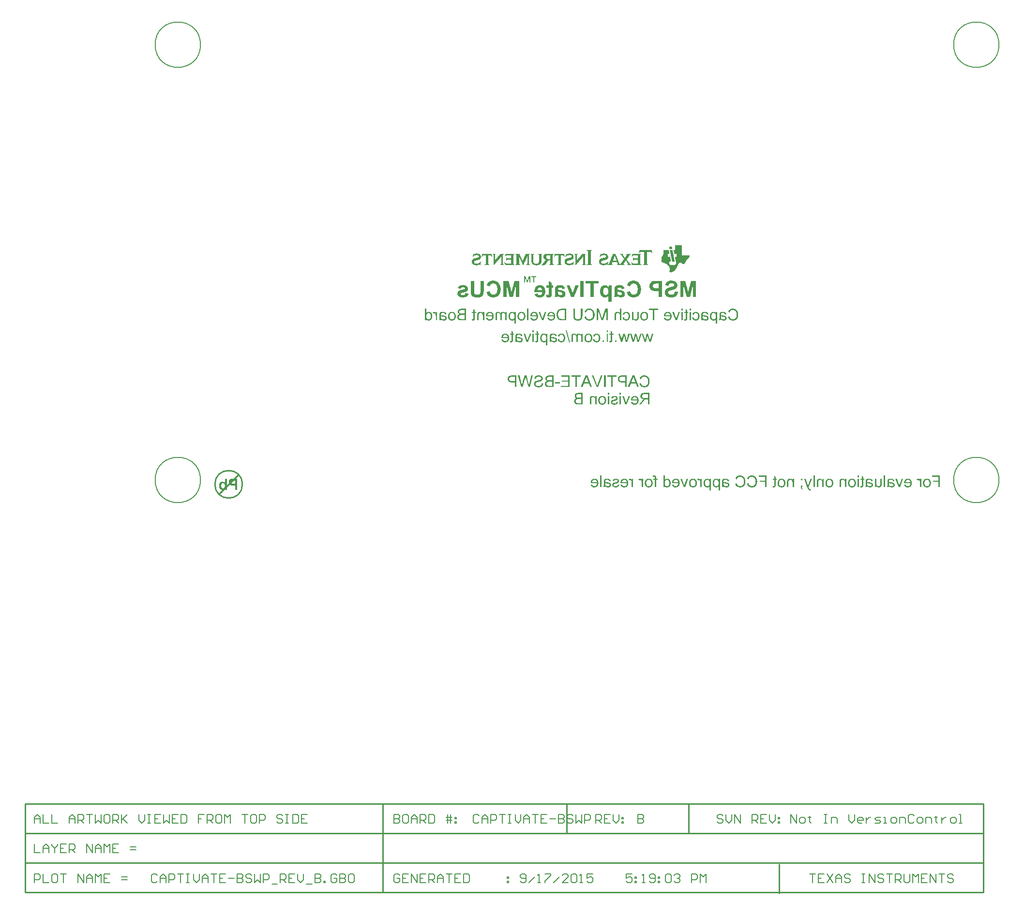
<source format=gbo>
%FSAX25Y25*%
%MOIN*%
G70*
G01*
G75*
G04 Layer_Color=9218505*
%ADD10C,0.00787*%
%ADD11C,0.03937*%
%ADD12C,0.00591*%
%ADD13C,0.00600*%
%ADD14C,0.00800*%
%ADD15C,0.01600*%
%ADD16C,0.01000*%
%ADD17C,0.06496*%
%ADD18R,0.06496X0.06496*%
%ADD19C,0.18110*%
%ADD20C,0.04000*%
%ADD21C,0.02500*%
%ADD22C,0.07874*%
%ADD23C,0.07096*%
%ADD24R,0.07096X0.07096*%
%ADD25C,0.18710*%
%ADD26C,0.00700*%
G36*
X0485676Y0461805D02*
X0486097Y0461756D01*
X0486470Y0461691D01*
X0486794Y0461627D01*
X0486940Y0461578D01*
X0487069Y0461546D01*
X0487166Y0461513D01*
X0487264Y0461481D01*
X0487328Y0461448D01*
X0487377Y0461432D01*
X0487409Y0461416D01*
X0487426D01*
X0487750Y0461254D01*
X0488025Y0461076D01*
X0488268Y0460881D01*
X0488462Y0460703D01*
X0488624Y0460541D01*
X0488722Y0460412D01*
X0488803Y0460314D01*
X0488819Y0460298D01*
Y0460282D01*
X0488981Y0460007D01*
X0489094Y0459715D01*
X0489175Y0459440D01*
X0489224Y0459197D01*
X0489256Y0458986D01*
X0489289Y0458824D01*
Y0458759D01*
Y0458711D01*
Y0458694D01*
Y0458678D01*
X0489272Y0458435D01*
X0489240Y0458192D01*
X0489191Y0457982D01*
X0489127Y0457771D01*
X0488965Y0457382D01*
X0488770Y0457042D01*
X0488689Y0456896D01*
X0488592Y0456783D01*
X0488511Y0456669D01*
X0488430Y0456572D01*
X0488365Y0456507D01*
X0488317Y0456459D01*
X0488284Y0456426D01*
X0488268Y0456410D01*
X0488122Y0456297D01*
X0487944Y0456183D01*
X0487766Y0456070D01*
X0487555Y0455973D01*
X0487150Y0455778D01*
X0486729Y0455616D01*
X0486518Y0455552D01*
X0486340Y0455487D01*
X0486162Y0455438D01*
X0486016Y0455390D01*
X0485903Y0455357D01*
X0485806Y0455325D01*
X0485741Y0455309D01*
X0485725D01*
X0485465Y0455244D01*
X0485239Y0455179D01*
X0485028Y0455130D01*
X0484834Y0455082D01*
X0484672Y0455033D01*
X0484526Y0455001D01*
X0484396Y0454952D01*
X0484283Y0454920D01*
X0484186Y0454904D01*
X0484105Y0454871D01*
X0483991Y0454839D01*
X0483926Y0454806D01*
X0483910D01*
X0483700Y0454725D01*
X0483538Y0454644D01*
X0483392Y0454563D01*
X0483278Y0454482D01*
X0483197Y0454418D01*
X0483149Y0454369D01*
X0483116Y0454337D01*
X0483100Y0454320D01*
X0483019Y0454207D01*
X0482954Y0454094D01*
X0482922Y0453980D01*
X0482890Y0453883D01*
X0482873Y0453786D01*
X0482857Y0453705D01*
Y0453656D01*
Y0453640D01*
X0482873Y0453413D01*
X0482938Y0453219D01*
X0483035Y0453024D01*
X0483133Y0452862D01*
X0483246Y0452733D01*
X0483327Y0452636D01*
X0483392Y0452571D01*
X0483424Y0452555D01*
X0483651Y0452409D01*
X0483910Y0452295D01*
X0484186Y0452214D01*
X0484445Y0452166D01*
X0484688Y0452133D01*
X0484882Y0452101D01*
X0485060D01*
X0485433Y0452117D01*
X0485757Y0452182D01*
X0486032Y0452263D01*
X0486275Y0452360D01*
X0486470Y0452457D01*
X0486599Y0452538D01*
X0486680Y0452603D01*
X0486713Y0452619D01*
X0486923Y0452846D01*
X0487085Y0453089D01*
X0487231Y0453365D01*
X0487328Y0453640D01*
X0487409Y0453883D01*
X0487474Y0454077D01*
X0487490Y0454142D01*
Y0454207D01*
X0487507Y0454239D01*
Y0454256D01*
X0489710Y0454045D01*
X0489661Y0453705D01*
X0489596Y0453381D01*
X0489499Y0453073D01*
X0489418Y0452798D01*
X0489305Y0452538D01*
X0489191Y0452295D01*
X0489078Y0452085D01*
X0488965Y0451890D01*
X0488851Y0451728D01*
X0488738Y0451583D01*
X0488641Y0451453D01*
X0488543Y0451340D01*
X0488479Y0451259D01*
X0488414Y0451210D01*
X0488381Y0451178D01*
X0488365Y0451161D01*
X0488138Y0450983D01*
X0487895Y0450837D01*
X0487636Y0450708D01*
X0487361Y0450594D01*
X0487102Y0450513D01*
X0486826Y0450432D01*
X0486292Y0450319D01*
X0486049Y0450270D01*
X0485822Y0450238D01*
X0485627Y0450222D01*
X0485449Y0450206D01*
X0485303Y0450189D01*
X0485093D01*
X0484574Y0450206D01*
X0484105Y0450254D01*
X0483683Y0450319D01*
X0483505Y0450351D01*
X0483327Y0450400D01*
X0483181Y0450432D01*
X0483052Y0450465D01*
X0482938Y0450497D01*
X0482841Y0450530D01*
X0482760Y0450562D01*
X0482711Y0450578D01*
X0482679Y0450594D01*
X0482663D01*
X0482306Y0450773D01*
X0482015Y0450967D01*
X0481739Y0451161D01*
X0481529Y0451372D01*
X0481367Y0451550D01*
X0481237Y0451712D01*
X0481172Y0451809D01*
X0481140Y0451826D01*
Y0451842D01*
X0480962Y0452166D01*
X0480816Y0452474D01*
X0480719Y0452781D01*
X0480654Y0453073D01*
X0480622Y0453300D01*
X0480605Y0453413D01*
X0480589Y0453494D01*
Y0453559D01*
Y0453608D01*
Y0453640D01*
Y0453656D01*
X0480605Y0454045D01*
X0480654Y0454385D01*
X0480735Y0454693D01*
X0480816Y0454952D01*
X0480897Y0455163D01*
X0480978Y0455309D01*
X0481027Y0455406D01*
X0481043Y0455438D01*
X0481221Y0455697D01*
X0481432Y0455924D01*
X0481642Y0456119D01*
X0481837Y0456281D01*
X0482015Y0456410D01*
X0482161Y0456507D01*
X0482258Y0456572D01*
X0482274Y0456588D01*
X0482290D01*
X0482452Y0456669D01*
X0482614Y0456750D01*
X0483003Y0456896D01*
X0483408Y0457026D01*
X0483797Y0457155D01*
X0483975Y0457204D01*
X0484153Y0457253D01*
X0484315Y0457301D01*
X0484445Y0457334D01*
X0484558Y0457366D01*
X0484639Y0457382D01*
X0484704Y0457398D01*
X0484720D01*
X0485012Y0457479D01*
X0485271Y0457544D01*
X0485514Y0457609D01*
X0485741Y0457674D01*
X0485919Y0457739D01*
X0486097Y0457803D01*
X0486243Y0457868D01*
X0486373Y0457917D01*
X0486486Y0457965D01*
X0486567Y0458014D01*
X0486648Y0458046D01*
X0486697Y0458079D01*
X0486778Y0458127D01*
X0486794Y0458144D01*
X0486907Y0458257D01*
X0486988Y0458370D01*
X0487037Y0458484D01*
X0487069Y0458597D01*
X0487102Y0458678D01*
X0487118Y0458759D01*
Y0458808D01*
Y0458824D01*
X0487102Y0458986D01*
X0487069Y0459116D01*
X0487004Y0459245D01*
X0486940Y0459342D01*
X0486875Y0459423D01*
X0486810Y0459472D01*
X0486778Y0459504D01*
X0486761Y0459521D01*
X0486535Y0459666D01*
X0486292Y0459764D01*
X0486032Y0459845D01*
X0485789Y0459893D01*
X0485579Y0459926D01*
X0485401Y0459942D01*
X0485239D01*
X0484898Y0459926D01*
X0484607Y0459877D01*
X0484364Y0459812D01*
X0484169Y0459747D01*
X0484007Y0459683D01*
X0483894Y0459618D01*
X0483829Y0459569D01*
X0483813Y0459553D01*
X0483651Y0459391D01*
X0483505Y0459197D01*
X0483392Y0459002D01*
X0483311Y0458792D01*
X0483246Y0458613D01*
X0483214Y0458468D01*
X0483181Y0458354D01*
Y0458338D01*
Y0458322D01*
X0480913Y0458403D01*
X0480929Y0458694D01*
X0480978Y0458954D01*
X0481043Y0459213D01*
X0481124Y0459440D01*
X0481205Y0459666D01*
X0481302Y0459877D01*
X0481399Y0460055D01*
X0481496Y0460233D01*
X0481610Y0460379D01*
X0481707Y0460509D01*
X0481804Y0460622D01*
X0481885Y0460719D01*
X0481950Y0460784D01*
X0481999Y0460833D01*
X0482031Y0460865D01*
X0482047Y0460881D01*
X0482258Y0461043D01*
X0482485Y0461189D01*
X0482728Y0461319D01*
X0482987Y0461432D01*
X0483246Y0461513D01*
X0483505Y0461594D01*
X0484024Y0461708D01*
X0484267Y0461740D01*
X0484477Y0461772D01*
X0484688Y0461789D01*
X0484866Y0461805D01*
X0485012Y0461821D01*
X0485206D01*
X0485676Y0461805D01*
D02*
G37*
G36*
X0342257Y0458678D02*
X0342533Y0458646D01*
X0342792Y0458597D01*
X0343019Y0458549D01*
X0343229Y0458484D01*
X0343424Y0458419D01*
X0343602Y0458354D01*
X0343748Y0458273D01*
X0343877Y0458208D01*
X0343991Y0458144D01*
X0344072Y0458095D01*
X0344153Y0458046D01*
X0344201Y0458014D01*
X0344218Y0457998D01*
X0344234Y0457982D01*
X0344380Y0457852D01*
X0344509Y0457706D01*
X0344623Y0457560D01*
X0344704Y0457398D01*
X0344866Y0457107D01*
X0344963Y0456831D01*
X0345011Y0456588D01*
X0345028Y0456475D01*
X0345044Y0456394D01*
X0345060Y0456313D01*
Y0456264D01*
Y0456232D01*
Y0456216D01*
X0345044Y0456005D01*
X0345011Y0455811D01*
X0344979Y0455616D01*
X0344914Y0455438D01*
X0344752Y0455130D01*
X0344574Y0454871D01*
X0344412Y0454661D01*
X0344250Y0454515D01*
X0344185Y0454450D01*
X0344153Y0454418D01*
X0344120Y0454401D01*
X0344104Y0454385D01*
X0343958Y0454304D01*
X0343764Y0454207D01*
X0343537Y0454110D01*
X0343294Y0454029D01*
X0343035Y0453932D01*
X0342760Y0453851D01*
X0342193Y0453689D01*
X0341917Y0453608D01*
X0341658Y0453543D01*
X0341431Y0453478D01*
X0341221Y0453429D01*
X0341042Y0453397D01*
X0340913Y0453365D01*
X0340832Y0453332D01*
X0340799D01*
X0340605Y0453284D01*
X0340459Y0453235D01*
X0340330Y0453186D01*
X0340232Y0453154D01*
X0340168Y0453105D01*
X0340119Y0453089D01*
X0340087Y0453057D01*
X0339989Y0452927D01*
X0339941Y0452798D01*
X0339925Y0452700D01*
Y0452668D01*
Y0452652D01*
X0339941Y0452522D01*
X0339973Y0452409D01*
X0340022Y0452312D01*
X0340070Y0452231D01*
X0340119Y0452166D01*
X0340168Y0452117D01*
X0340200Y0452085D01*
X0340216Y0452069D01*
X0340394Y0451971D01*
X0340589Y0451907D01*
X0340799Y0451842D01*
X0340994Y0451809D01*
X0341172Y0451793D01*
X0341334Y0451777D01*
X0341464D01*
X0341739Y0451793D01*
X0341966Y0451826D01*
X0342176Y0451874D01*
X0342338Y0451939D01*
X0342468Y0451988D01*
X0342565Y0452036D01*
X0342630Y0452069D01*
X0342646Y0452085D01*
X0342792Y0452214D01*
X0342905Y0452376D01*
X0343003Y0452522D01*
X0343084Y0452684D01*
X0343132Y0452830D01*
X0343165Y0452943D01*
X0343197Y0453008D01*
Y0453041D01*
X0345352Y0452717D01*
X0345206Y0452312D01*
X0345028Y0451939D01*
X0344833Y0451631D01*
X0344623Y0451372D01*
X0344428Y0451161D01*
X0344250Y0451016D01*
X0344201Y0450951D01*
X0344153Y0450918D01*
X0344120Y0450902D01*
X0344104Y0450886D01*
X0343910Y0450773D01*
X0343715Y0450659D01*
X0343278Y0450497D01*
X0342841Y0450384D01*
X0342419Y0450303D01*
X0342225Y0450270D01*
X0342047Y0450254D01*
X0341885Y0450238D01*
X0341739D01*
X0341626Y0450222D01*
X0341464D01*
X0341140Y0450238D01*
X0340832Y0450254D01*
X0340540Y0450303D01*
X0340265Y0450351D01*
X0340022Y0450400D01*
X0339795Y0450481D01*
X0339584Y0450546D01*
X0339406Y0450627D01*
X0339244Y0450692D01*
X0339098Y0450773D01*
X0338985Y0450837D01*
X0338888Y0450886D01*
X0338807Y0450951D01*
X0338758Y0450983D01*
X0338726Y0450999D01*
X0338710Y0451016D01*
X0338548Y0451178D01*
X0338402Y0451340D01*
X0338272Y0451502D01*
X0338159Y0451664D01*
X0338078Y0451826D01*
X0337997Y0451988D01*
X0337883Y0452279D01*
X0337819Y0452555D01*
X0337802Y0452668D01*
X0337786Y0452749D01*
X0337770Y0452830D01*
Y0452895D01*
Y0452927D01*
Y0452943D01*
X0337802Y0453300D01*
X0337883Y0453624D01*
X0337981Y0453899D01*
X0338110Y0454126D01*
X0338240Y0454304D01*
X0338337Y0454434D01*
X0338418Y0454499D01*
X0338450Y0454531D01*
X0338596Y0454628D01*
X0338742Y0454742D01*
X0338920Y0454823D01*
X0339115Y0454920D01*
X0339503Y0455082D01*
X0339908Y0455228D01*
X0340265Y0455341D01*
X0340427Y0455373D01*
X0340573Y0455422D01*
X0340686Y0455454D01*
X0340767Y0455471D01*
X0340832Y0455487D01*
X0340848D01*
X0341156Y0455568D01*
X0341431Y0455633D01*
X0341674Y0455697D01*
X0341885Y0455762D01*
X0342079Y0455811D01*
X0342241Y0455859D01*
X0342371Y0455908D01*
X0342500Y0455940D01*
X0342598Y0455989D01*
X0342679Y0456021D01*
X0342743Y0456038D01*
X0342776Y0456070D01*
X0342841Y0456086D01*
X0342857Y0456102D01*
X0342922Y0456167D01*
X0342970Y0456232D01*
X0343035Y0456362D01*
X0343067Y0456459D01*
Y0456475D01*
Y0456491D01*
X0343051Y0456588D01*
X0343035Y0456669D01*
X0342938Y0456815D01*
X0342857Y0456896D01*
X0342841Y0456929D01*
X0342824D01*
X0342662Y0457010D01*
X0342484Y0457074D01*
X0342290Y0457107D01*
X0342079Y0457139D01*
X0341901Y0457155D01*
X0341755Y0457172D01*
X0341609D01*
X0341366Y0457155D01*
X0341156Y0457139D01*
X0340978Y0457091D01*
X0340832Y0457042D01*
X0340718Y0456993D01*
X0340637Y0456961D01*
X0340589Y0456929D01*
X0340573Y0456912D01*
X0340443Y0456815D01*
X0340346Y0456702D01*
X0340249Y0456588D01*
X0340184Y0456459D01*
X0340135Y0456362D01*
X0340103Y0456281D01*
X0340070Y0456216D01*
Y0456200D01*
X0338045Y0456572D01*
X0338175Y0456945D01*
X0338353Y0457269D01*
X0338531Y0457544D01*
X0338726Y0457755D01*
X0338888Y0457933D01*
X0339034Y0458063D01*
X0339131Y0458127D01*
X0339147Y0458160D01*
X0339163D01*
X0339325Y0458257D01*
X0339503Y0458338D01*
X0339892Y0458484D01*
X0340297Y0458581D01*
X0340702Y0458646D01*
X0340897Y0458662D01*
X0341075Y0458678D01*
X0341237Y0458694D01*
X0341366Y0458711D01*
X0341966D01*
X0342257Y0458678D01*
D02*
G37*
G36*
X0439668Y0458694D02*
X0439943Y0458646D01*
X0440203Y0458581D01*
X0440413Y0458516D01*
X0440591Y0458451D01*
X0440737Y0458387D01*
X0440818Y0458338D01*
X0440851Y0458322D01*
X0441094Y0458176D01*
X0441288Y0458014D01*
X0441482Y0457852D01*
X0441628Y0457690D01*
X0441742Y0457544D01*
X0441839Y0457431D01*
X0441887Y0457366D01*
X0441904Y0457334D01*
Y0458532D01*
X0443912D01*
Y0447290D01*
X0441758D01*
Y0451404D01*
X0441531Y0451178D01*
X0441320Y0450983D01*
X0441142Y0450821D01*
X0440964Y0450708D01*
X0440818Y0450611D01*
X0440721Y0450530D01*
X0440640Y0450497D01*
X0440624Y0450481D01*
X0440413Y0450400D01*
X0440203Y0450335D01*
X0439992Y0450287D01*
X0439798Y0450254D01*
X0439636Y0450238D01*
X0439506Y0450222D01*
X0439393D01*
X0439133Y0450238D01*
X0438890Y0450270D01*
X0438647Y0450319D01*
X0438421Y0450400D01*
X0438016Y0450578D01*
X0437837Y0450675D01*
X0437659Y0450789D01*
X0437513Y0450886D01*
X0437384Y0450983D01*
X0437270Y0451080D01*
X0437173Y0451161D01*
X0437092Y0451242D01*
X0437044Y0451291D01*
X0437011Y0451323D01*
X0436995Y0451340D01*
X0436817Y0451566D01*
X0436671Y0451809D01*
X0436525Y0452052D01*
X0436412Y0452312D01*
X0436315Y0452571D01*
X0436234Y0452830D01*
X0436120Y0453348D01*
X0436072Y0453575D01*
X0436039Y0453802D01*
X0436023Y0453996D01*
X0436007Y0454158D01*
X0435991Y0454304D01*
Y0454418D01*
Y0454482D01*
Y0454499D01*
X0436007Y0454855D01*
X0436039Y0455211D01*
X0436088Y0455519D01*
X0436136Y0455827D01*
X0436217Y0456102D01*
X0436298Y0456362D01*
X0436396Y0456588D01*
X0436477Y0456799D01*
X0436574Y0456977D01*
X0436671Y0457139D01*
X0436752Y0457285D01*
X0436817Y0457382D01*
X0436882Y0457479D01*
X0436930Y0457544D01*
X0436963Y0457577D01*
X0436979Y0457593D01*
X0437173Y0457787D01*
X0437368Y0457965D01*
X0437562Y0458111D01*
X0437773Y0458241D01*
X0437967Y0458354D01*
X0438178Y0458435D01*
X0438356Y0458516D01*
X0438550Y0458565D01*
X0438712Y0458613D01*
X0438874Y0458646D01*
X0439020Y0458678D01*
X0439133Y0458694D01*
X0439247Y0458711D01*
X0439376D01*
X0439668Y0458694D01*
D02*
G37*
G36*
X0387706Y0388400D02*
X0386595D01*
X0384906Y0394497D01*
X0384860Y0394648D01*
X0384825Y0394810D01*
X0384779Y0394972D01*
X0384744Y0395111D01*
X0384709Y0395238D01*
X0384686Y0395342D01*
X0384675Y0395411D01*
X0384663Y0395423D01*
Y0395435D01*
X0384651Y0395400D01*
X0384640Y0395342D01*
X0384605Y0395215D01*
X0384559Y0395064D01*
X0384513Y0394902D01*
X0384478Y0394752D01*
X0384443Y0394625D01*
X0384432Y0394567D01*
X0384420Y0394532D01*
X0384408Y0394509D01*
Y0394497D01*
X0382731Y0388400D01*
X0381690D01*
X0379491Y0396406D01*
X0380567D01*
X0381817Y0391258D01*
X0381909Y0390899D01*
X0381979Y0390575D01*
X0382048Y0390274D01*
X0382106Y0390020D01*
X0382141Y0389904D01*
X0382152Y0389800D01*
X0382175Y0389719D01*
X0382187Y0389650D01*
X0382210Y0389592D01*
Y0389545D01*
X0382222Y0389522D01*
Y0389511D01*
X0382303Y0390020D01*
X0382407Y0390517D01*
X0382511Y0390992D01*
X0382557Y0391212D01*
X0382615Y0391431D01*
X0382661Y0391628D01*
X0382708Y0391802D01*
X0382754Y0391952D01*
X0382789Y0392091D01*
X0382812Y0392195D01*
X0382835Y0392276D01*
X0382858Y0392334D01*
Y0392345D01*
X0383992Y0396406D01*
X0385276D01*
X0386792Y0390992D01*
X0386803Y0390945D01*
X0386827Y0390876D01*
X0386850Y0390783D01*
X0386873Y0390679D01*
X0386908Y0390564D01*
X0386931Y0390436D01*
X0387000Y0390182D01*
X0387058Y0389927D01*
X0387093Y0389811D01*
X0387116Y0389719D01*
X0387127Y0389626D01*
X0387151Y0389569D01*
X0387162Y0389522D01*
Y0389511D01*
X0387220Y0389811D01*
X0387278Y0390112D01*
X0387336Y0390390D01*
X0387393Y0390633D01*
X0387417Y0390749D01*
X0387440Y0390853D01*
X0387463Y0390934D01*
X0387474Y0391015D01*
X0387486Y0391073D01*
X0387498Y0391119D01*
X0387509Y0391142D01*
Y0391154D01*
X0388701Y0396406D01*
X0389800D01*
X0387706Y0388400D01*
D02*
G37*
G36*
X0408231Y0390807D02*
X0405188D01*
Y0391790D01*
X0408231D01*
Y0390807D01*
D02*
G37*
G36*
X0424764Y0450400D02*
X0422496D01*
Y0461610D01*
X0424764D01*
Y0450400D01*
D02*
G37*
G36*
X0402813Y0460152D02*
Y0458532D01*
X0403801D01*
Y0456815D01*
X0402813D01*
Y0453267D01*
Y0453057D01*
Y0452879D01*
Y0452700D01*
X0402797Y0452555D01*
Y0452295D01*
X0402781Y0452085D01*
X0402764Y0451923D01*
Y0451826D01*
X0402748Y0451761D01*
Y0451745D01*
X0402716Y0451566D01*
X0402667Y0451404D01*
X0402619Y0451259D01*
X0402570Y0451145D01*
X0402521Y0451048D01*
X0402489Y0450983D01*
X0402473Y0450935D01*
X0402457Y0450918D01*
X0402359Y0450805D01*
X0402246Y0450708D01*
X0402019Y0450546D01*
X0401922Y0450497D01*
X0401841Y0450449D01*
X0401776Y0450432D01*
X0401760Y0450416D01*
X0401582Y0450351D01*
X0401404Y0450303D01*
X0401225Y0450270D01*
X0401063Y0450254D01*
X0400918Y0450238D01*
X0400804Y0450222D01*
X0400707D01*
X0400367Y0450238D01*
X0400043Y0450270D01*
X0399751Y0450319D01*
X0399508Y0450384D01*
X0399298Y0450432D01*
X0399136Y0450481D01*
X0399038Y0450513D01*
X0399022Y0450530D01*
X0399006D01*
X0399200Y0452198D01*
X0399395Y0452133D01*
X0399573Y0452085D01*
X0399719Y0452052D01*
X0399848Y0452036D01*
X0399946Y0452020D01*
X0400010Y0452004D01*
X0400075D01*
X0400221Y0452020D01*
X0400334Y0452052D01*
X0400399Y0452085D01*
X0400432Y0452101D01*
X0400529Y0452198D01*
X0400577Y0452279D01*
X0400610Y0452344D01*
X0400626Y0452376D01*
Y0452409D01*
X0400642Y0452474D01*
Y0452619D01*
Y0452814D01*
X0400658Y0453008D01*
Y0453203D01*
Y0453365D01*
Y0453429D01*
Y0453478D01*
Y0453510D01*
Y0453527D01*
Y0456815D01*
X0399184D01*
Y0458532D01*
X0400658D01*
Y0461416D01*
X0402813Y0460152D01*
D02*
G37*
G36*
X0355914Y0455616D02*
Y0455276D01*
X0355898Y0454952D01*
Y0454644D01*
X0355882Y0454369D01*
X0355865Y0454110D01*
X0355849Y0453883D01*
X0355833Y0453672D01*
X0355801Y0453478D01*
X0355784Y0453316D01*
X0355768Y0453170D01*
X0355752Y0453041D01*
X0355736Y0452943D01*
X0355720Y0452862D01*
Y0452814D01*
X0355703Y0452781D01*
Y0452765D01*
X0355622Y0452522D01*
X0355541Y0452295D01*
X0355428Y0452085D01*
X0355331Y0451907D01*
X0355234Y0451745D01*
X0355153Y0451615D01*
X0355088Y0451550D01*
X0355072Y0451518D01*
X0354877Y0451307D01*
X0354667Y0451113D01*
X0354440Y0450951D01*
X0354229Y0450805D01*
X0354051Y0450692D01*
X0353889Y0450611D01*
X0353792Y0450562D01*
X0353776Y0450546D01*
X0353759D01*
X0353597Y0450481D01*
X0353419Y0450432D01*
X0353014Y0450335D01*
X0352609Y0450270D01*
X0352220Y0450238D01*
X0352042Y0450222D01*
X0351864Y0450206D01*
X0351718D01*
X0351572Y0450189D01*
X0351313D01*
X0350843Y0450206D01*
X0350422Y0450238D01*
X0350050Y0450303D01*
X0349742Y0450368D01*
X0349612Y0450384D01*
X0349483Y0450416D01*
X0349385Y0450449D01*
X0349304Y0450481D01*
X0349240Y0450497D01*
X0349191Y0450513D01*
X0349175Y0450530D01*
X0349159D01*
X0348867Y0450659D01*
X0348608Y0450821D01*
X0348381Y0450967D01*
X0348187Y0451113D01*
X0348041Y0451242D01*
X0347927Y0451340D01*
X0347863Y0451404D01*
X0347846Y0451437D01*
X0347668Y0451664D01*
X0347522Y0451907D01*
X0347409Y0452133D01*
X0347312Y0452360D01*
X0347247Y0452555D01*
X0347198Y0452717D01*
X0347182Y0452765D01*
Y0452814D01*
X0347166Y0452830D01*
Y0452846D01*
X0347134Y0453024D01*
X0347101Y0453219D01*
X0347069Y0453429D01*
X0347053Y0453640D01*
X0347020Y0454126D01*
X0346988Y0454596D01*
Y0454806D01*
Y0455017D01*
X0346972Y0455211D01*
Y0455373D01*
Y0455503D01*
Y0455616D01*
Y0455681D01*
Y0455697D01*
Y0461610D01*
X0349240D01*
Y0455390D01*
Y0455147D01*
Y0454920D01*
X0349256Y0454709D01*
Y0454515D01*
X0349272Y0454353D01*
Y0454191D01*
X0349288Y0454045D01*
Y0453915D01*
X0349321Y0453721D01*
X0349337Y0453575D01*
X0349353Y0453494D01*
Y0453462D01*
X0349402Y0453251D01*
X0349483Y0453073D01*
X0349580Y0452911D01*
X0349677Y0452765D01*
X0349774Y0452652D01*
X0349855Y0452571D01*
X0349920Y0452522D01*
X0349936Y0452506D01*
X0350131Y0452376D01*
X0350374Y0452279D01*
X0350600Y0452214D01*
X0350843Y0452166D01*
X0351054Y0452133D01*
X0351216Y0452117D01*
X0351378D01*
X0351718Y0452133D01*
X0352010Y0452182D01*
X0352269Y0452247D01*
X0352496Y0452328D01*
X0352658Y0452393D01*
X0352787Y0452457D01*
X0352852Y0452506D01*
X0352885Y0452522D01*
X0353063Y0452684D01*
X0353209Y0452879D01*
X0353338Y0453057D01*
X0353419Y0453235D01*
X0353484Y0453397D01*
X0353533Y0453527D01*
X0353565Y0453608D01*
Y0453640D01*
X0353581Y0453737D01*
X0353597Y0453834D01*
Y0453964D01*
X0353614Y0454110D01*
X0353630Y0454418D01*
Y0454742D01*
X0353646Y0455033D01*
Y0455163D01*
Y0455292D01*
Y0455390D01*
Y0455454D01*
Y0455503D01*
Y0455519D01*
Y0461610D01*
X0355914D01*
Y0455616D01*
D02*
G37*
G36*
X0394907Y0458694D02*
X0395183Y0458662D01*
X0395458Y0458597D01*
X0395701Y0458532D01*
X0395944Y0458451D01*
X0396155Y0458354D01*
X0396365Y0458241D01*
X0396544Y0458144D01*
X0396706Y0458030D01*
X0396851Y0457917D01*
X0396981Y0457820D01*
X0397078Y0457739D01*
X0397159Y0457674D01*
X0397224Y0457609D01*
X0397256Y0457577D01*
X0397273Y0457560D01*
X0397451Y0457334D01*
X0397613Y0457091D01*
X0397759Y0456848D01*
X0397888Y0456588D01*
X0397985Y0456313D01*
X0398066Y0456054D01*
X0398196Y0455552D01*
X0398245Y0455309D01*
X0398277Y0455098D01*
X0398293Y0454904D01*
X0398309Y0454742D01*
X0398326Y0454596D01*
Y0454482D01*
Y0454418D01*
Y0454401D01*
X0398309Y0454094D01*
X0398293Y0453786D01*
X0398245Y0453510D01*
X0398196Y0453251D01*
X0398147Y0452992D01*
X0398066Y0452765D01*
X0398002Y0452555D01*
X0397921Y0452360D01*
X0397856Y0452182D01*
X0397775Y0452036D01*
X0397710Y0451907D01*
X0397661Y0451793D01*
X0397597Y0451712D01*
X0397564Y0451647D01*
X0397548Y0451615D01*
X0397532Y0451599D01*
X0397321Y0451356D01*
X0397111Y0451145D01*
X0396868Y0450967D01*
X0396608Y0450805D01*
X0396349Y0450675D01*
X0396090Y0450562D01*
X0395831Y0450465D01*
X0395572Y0450400D01*
X0395345Y0450335D01*
X0395118Y0450303D01*
X0394907Y0450270D01*
X0394729Y0450238D01*
X0394583D01*
X0394486Y0450222D01*
X0394389D01*
X0393919Y0450254D01*
X0393482Y0450319D01*
X0393109Y0450416D01*
X0392785Y0450530D01*
X0392639Y0450594D01*
X0392526Y0450643D01*
X0392413Y0450692D01*
X0392332Y0450740D01*
X0392267Y0450789D01*
X0392202Y0450805D01*
X0392186Y0450837D01*
X0392170D01*
X0391862Y0451097D01*
X0391586Y0451372D01*
X0391360Y0451680D01*
X0391181Y0451971D01*
X0391036Y0452231D01*
X0390987Y0452344D01*
X0390938Y0452441D01*
X0390906Y0452522D01*
X0390874Y0452587D01*
X0390857Y0452619D01*
Y0452636D01*
X0392996Y0452992D01*
X0393077Y0452781D01*
X0393158Y0452587D01*
X0393239Y0452441D01*
X0393336Y0452312D01*
X0393401Y0452214D01*
X0393466Y0452150D01*
X0393514Y0452117D01*
X0393530Y0452101D01*
X0393660Y0452004D01*
X0393806Y0451939D01*
X0393952Y0451890D01*
X0394081Y0451858D01*
X0394195Y0451842D01*
X0394292Y0451826D01*
X0394373D01*
X0394632Y0451842D01*
X0394875Y0451907D01*
X0395102Y0451988D01*
X0395280Y0452085D01*
X0395426Y0452182D01*
X0395523Y0452263D01*
X0395604Y0452328D01*
X0395620Y0452344D01*
X0395782Y0452555D01*
X0395896Y0452798D01*
X0395993Y0453057D01*
X0396058Y0453284D01*
X0396090Y0453510D01*
X0396106Y0453672D01*
X0396122Y0453737D01*
Y0453786D01*
Y0453818D01*
Y0453834D01*
X0390744D01*
Y0454288D01*
X0390776Y0454693D01*
X0390825Y0455082D01*
X0390890Y0455438D01*
X0390971Y0455778D01*
X0391052Y0456070D01*
X0391149Y0456345D01*
X0391246Y0456588D01*
X0391343Y0456799D01*
X0391441Y0456993D01*
X0391522Y0457139D01*
X0391603Y0457269D01*
X0391667Y0457366D01*
X0391716Y0457447D01*
X0391748Y0457479D01*
X0391765Y0457496D01*
X0391959Y0457706D01*
X0392186Y0457901D01*
X0392413Y0458063D01*
X0392639Y0458192D01*
X0392882Y0458322D01*
X0393125Y0458419D01*
X0393352Y0458500D01*
X0393579Y0458565D01*
X0393790Y0458613D01*
X0393984Y0458646D01*
X0394162Y0458678D01*
X0394308Y0458694D01*
X0394438Y0458711D01*
X0394616D01*
X0394907Y0458694D01*
D02*
G37*
G36*
X0435051Y0459715D02*
X0431730D01*
Y0450400D01*
X0429462D01*
Y0459715D01*
X0426157D01*
Y0461610D01*
X0435051D01*
Y0459715D01*
D02*
G37*
G36*
X0478661Y0450400D02*
X0476393D01*
Y0454628D01*
X0474385D01*
X0474142Y0454644D01*
X0473915D01*
X0473704Y0454661D01*
X0473510Y0454677D01*
X0473332Y0454693D01*
X0473186Y0454709D01*
X0473040D01*
X0472927Y0454725D01*
X0472813Y0454742D01*
X0472732Y0454758D01*
X0472667D01*
X0472619Y0454774D01*
X0472586D01*
X0472360Y0454839D01*
X0472149Y0454920D01*
X0471955Y0455001D01*
X0471776Y0455098D01*
X0471631Y0455179D01*
X0471517Y0455244D01*
X0471452Y0455292D01*
X0471420Y0455309D01*
X0471209Y0455471D01*
X0471031Y0455649D01*
X0470853Y0455843D01*
X0470723Y0456005D01*
X0470610Y0456167D01*
X0470529Y0456297D01*
X0470480Y0456378D01*
X0470464Y0456410D01*
X0470335Y0456686D01*
X0470237Y0456977D01*
X0470173Y0457285D01*
X0470124Y0457560D01*
X0470092Y0457787D01*
Y0457901D01*
X0470075Y0457982D01*
Y0458063D01*
Y0458111D01*
Y0458144D01*
Y0458160D01*
X0470108Y0458630D01*
X0470173Y0459067D01*
X0470286Y0459423D01*
X0470399Y0459747D01*
X0470464Y0459877D01*
X0470529Y0459990D01*
X0470578Y0460088D01*
X0470642Y0460185D01*
X0470675Y0460250D01*
X0470707Y0460298D01*
X0470740Y0460314D01*
Y0460331D01*
X0470999Y0460622D01*
X0471258Y0460865D01*
X0471533Y0461060D01*
X0471776Y0461205D01*
X0472003Y0461303D01*
X0472181Y0461384D01*
X0472246Y0461400D01*
X0472295Y0461416D01*
X0472327Y0461432D01*
X0472343D01*
X0472473Y0461465D01*
X0472635Y0461497D01*
X0472829Y0461513D01*
X0473024Y0461529D01*
X0473477Y0461562D01*
X0473931Y0461594D01*
X0474352D01*
X0474530Y0461610D01*
X0478661D01*
Y0450400D01*
D02*
G37*
G36*
X0434668Y0388400D02*
X0433558D01*
X0430434Y0396406D01*
X0431510D01*
X0433685Y0390587D01*
X0433778Y0390344D01*
X0433859Y0390112D01*
X0433928Y0389893D01*
X0433986Y0389696D01*
X0434044Y0389522D01*
X0434079Y0389395D01*
X0434090Y0389349D01*
X0434102Y0389314D01*
X0434113Y0389291D01*
Y0389279D01*
X0434252Y0389742D01*
X0434321Y0389962D01*
X0434391Y0390159D01*
X0434449Y0390332D01*
X0434472Y0390402D01*
X0434483Y0390471D01*
X0434507Y0390517D01*
X0434518Y0390552D01*
X0434530Y0390575D01*
Y0390587D01*
X0436612Y0396406D01*
X0437769D01*
X0434668Y0388400D01*
D02*
G37*
G36*
X0415162D02*
X0409180D01*
Y0389349D01*
X0414097D01*
Y0392068D01*
X0409666D01*
Y0393016D01*
X0414097D01*
Y0395458D01*
X0409365D01*
Y0396406D01*
X0415162D01*
Y0388400D01*
D02*
G37*
G36*
X0422613Y0395458D02*
X0419975D01*
Y0388400D01*
X0418910D01*
Y0395458D01*
X0416272D01*
Y0396406D01*
X0422613D01*
Y0395458D01*
D02*
G37*
G36*
X0404031Y0388400D02*
X0400977D01*
X0400699Y0388412D01*
X0400456Y0388423D01*
X0400236Y0388446D01*
X0400051Y0388469D01*
X0399901Y0388493D01*
X0399785Y0388504D01*
X0399716Y0388527D01*
X0399692D01*
X0399496Y0388585D01*
X0399334Y0388643D01*
X0399183Y0388712D01*
X0399056Y0388782D01*
X0398952Y0388828D01*
X0398871Y0388874D01*
X0398825Y0388909D01*
X0398813Y0388921D01*
X0398686Y0389025D01*
X0398570Y0389152D01*
X0398478Y0389279D01*
X0398385Y0389395D01*
X0398316Y0389511D01*
X0398269Y0389592D01*
X0398235Y0389650D01*
X0398223Y0389673D01*
X0398142Y0389858D01*
X0398084Y0390043D01*
X0398038Y0390216D01*
X0398015Y0390378D01*
X0397992Y0390517D01*
X0397980Y0390633D01*
Y0390702D01*
Y0390714D01*
Y0390726D01*
X0397992Y0390980D01*
X0398038Y0391212D01*
X0398107Y0391408D01*
X0398177Y0391593D01*
X0398246Y0391732D01*
X0398316Y0391836D01*
X0398362Y0391906D01*
X0398373Y0391929D01*
X0398535Y0392114D01*
X0398709Y0392264D01*
X0398906Y0392392D01*
X0399079Y0392496D01*
X0399241Y0392577D01*
X0399380Y0392623D01*
X0399426Y0392646D01*
X0399461Y0392658D01*
X0399484Y0392669D01*
X0399496D01*
X0399299Y0392785D01*
X0399126Y0392901D01*
X0398987Y0393028D01*
X0398871Y0393144D01*
X0398778Y0393236D01*
X0398709Y0393329D01*
X0398674Y0393375D01*
X0398663Y0393398D01*
X0398570Y0393572D01*
X0398501Y0393734D01*
X0398443Y0393896D01*
X0398408Y0394046D01*
X0398385Y0394173D01*
X0398373Y0394278D01*
Y0394335D01*
Y0394359D01*
X0398385Y0394555D01*
X0398420Y0394752D01*
X0398478Y0394925D01*
X0398535Y0395088D01*
X0398593Y0395226D01*
X0398651Y0395319D01*
X0398686Y0395388D01*
X0398697Y0395411D01*
X0398825Y0395585D01*
X0398963Y0395747D01*
X0399114Y0395874D01*
X0399253Y0395978D01*
X0399369Y0396059D01*
X0399473Y0396117D01*
X0399542Y0396152D01*
X0399554Y0396164D01*
X0399565D01*
X0399785Y0396245D01*
X0400028Y0396302D01*
X0400271Y0396349D01*
X0400502Y0396372D01*
X0400711Y0396395D01*
X0400803D01*
X0400884Y0396406D01*
X0404031D01*
Y0388400D01*
D02*
G37*
G36*
X0394069Y0396534D02*
X0394336Y0396499D01*
X0394590Y0396453D01*
X0394810Y0396406D01*
X0394983Y0396360D01*
X0395064Y0396337D01*
X0395122Y0396314D01*
X0395169Y0396291D01*
X0395203Y0396279D01*
X0395226Y0396268D01*
X0395238D01*
X0395469Y0396152D01*
X0395678Y0396025D01*
X0395851Y0395886D01*
X0395990Y0395759D01*
X0396094Y0395643D01*
X0396175Y0395550D01*
X0396233Y0395481D01*
X0396245Y0395469D01*
Y0395458D01*
X0396360Y0395261D01*
X0396441Y0395064D01*
X0396499Y0394868D01*
X0396534Y0394694D01*
X0396557Y0394544D01*
X0396580Y0394428D01*
Y0394382D01*
Y0394347D01*
Y0394335D01*
Y0394324D01*
X0396568Y0394127D01*
X0396534Y0393942D01*
X0396487Y0393769D01*
X0396441Y0393618D01*
X0396395Y0393502D01*
X0396349Y0393410D01*
X0396314Y0393352D01*
X0396302Y0393329D01*
X0396187Y0393167D01*
X0396048Y0393016D01*
X0395909Y0392889D01*
X0395770Y0392785D01*
X0395655Y0392692D01*
X0395550Y0392635D01*
X0395481Y0392588D01*
X0395469Y0392577D01*
X0395458D01*
X0395365Y0392530D01*
X0395261Y0392484D01*
X0395030Y0392403D01*
X0394764Y0392322D01*
X0394509Y0392241D01*
X0394278Y0392172D01*
X0394174Y0392149D01*
X0394081Y0392126D01*
X0394011Y0392102D01*
X0393954Y0392091D01*
X0393919Y0392079D01*
X0393907D01*
X0393711Y0392033D01*
X0393526Y0391987D01*
X0393364Y0391940D01*
X0393225Y0391906D01*
X0393086Y0391871D01*
X0392970Y0391836D01*
X0392866Y0391813D01*
X0392785Y0391778D01*
X0392704Y0391755D01*
X0392646Y0391744D01*
X0392554Y0391709D01*
X0392496Y0391697D01*
X0392484Y0391686D01*
X0392311Y0391617D01*
X0392160Y0391535D01*
X0392033Y0391455D01*
X0391940Y0391385D01*
X0391860Y0391316D01*
X0391813Y0391269D01*
X0391778Y0391235D01*
X0391767Y0391223D01*
X0391686Y0391119D01*
X0391628Y0391003D01*
X0391593Y0390888D01*
X0391559Y0390795D01*
X0391547Y0390702D01*
X0391536Y0390633D01*
Y0390575D01*
Y0390564D01*
X0391547Y0390425D01*
X0391570Y0390298D01*
X0391605Y0390182D01*
X0391651Y0390089D01*
X0391698Y0389997D01*
X0391732Y0389939D01*
X0391755Y0389893D01*
X0391767Y0389881D01*
X0391860Y0389765D01*
X0391975Y0389673D01*
X0392091Y0389592D01*
X0392195Y0389511D01*
X0392299Y0389464D01*
X0392380Y0389418D01*
X0392438Y0389395D01*
X0392461Y0389383D01*
X0392635Y0389326D01*
X0392820Y0389279D01*
X0393005Y0389256D01*
X0393167Y0389233D01*
X0393306Y0389222D01*
X0393422Y0389210D01*
X0393526D01*
X0393780Y0389222D01*
X0394011Y0389245D01*
X0394220Y0389279D01*
X0394405Y0389326D01*
X0394555Y0389372D01*
X0394671Y0389407D01*
X0394706Y0389418D01*
X0394741Y0389430D01*
X0394752Y0389441D01*
X0394764D01*
X0394949Y0389534D01*
X0395122Y0389638D01*
X0395250Y0389742D01*
X0395365Y0389846D01*
X0395458Y0389927D01*
X0395516Y0390008D01*
X0395550Y0390054D01*
X0395562Y0390066D01*
X0395643Y0390216D01*
X0395724Y0390378D01*
X0395770Y0390552D01*
X0395816Y0390702D01*
X0395851Y0390853D01*
X0395874Y0390957D01*
Y0391003D01*
X0395886Y0391038D01*
Y0391050D01*
Y0391061D01*
X0396881Y0390968D01*
X0396858Y0390679D01*
X0396812Y0390402D01*
X0396742Y0390159D01*
X0396661Y0389939D01*
X0396580Y0389765D01*
X0396545Y0389696D01*
X0396522Y0389638D01*
X0396487Y0389592D01*
X0396476Y0389557D01*
X0396453Y0389534D01*
Y0389522D01*
X0396279Y0389302D01*
X0396094Y0389106D01*
X0395898Y0388944D01*
X0395712Y0388805D01*
X0395550Y0388701D01*
X0395411Y0388631D01*
X0395365Y0388608D01*
X0395331Y0388585D01*
X0395307Y0388574D01*
X0395296D01*
X0395007Y0388469D01*
X0394706Y0388388D01*
X0394405Y0388342D01*
X0394116Y0388296D01*
X0393977Y0388284D01*
X0393861Y0388273D01*
X0393757D01*
X0393664Y0388261D01*
X0393479D01*
X0393167Y0388273D01*
X0392878Y0388307D01*
X0392612Y0388365D01*
X0392392Y0388423D01*
X0392207Y0388469D01*
X0392126Y0388504D01*
X0392056Y0388527D01*
X0392010Y0388550D01*
X0391975Y0388562D01*
X0391952Y0388574D01*
X0391940D01*
X0391698Y0388701D01*
X0391489Y0388840D01*
X0391304Y0388990D01*
X0391154Y0389129D01*
X0391038Y0389245D01*
X0390957Y0389349D01*
X0390899Y0389418D01*
X0390888Y0389430D01*
Y0389441D01*
X0390760Y0389661D01*
X0390668Y0389869D01*
X0390610Y0390066D01*
X0390564Y0390251D01*
X0390541Y0390413D01*
X0390517Y0390541D01*
Y0390587D01*
Y0390621D01*
Y0390633D01*
Y0390645D01*
X0390529Y0390876D01*
X0390564Y0391096D01*
X0390621Y0391293D01*
X0390679Y0391455D01*
X0390749Y0391593D01*
X0390795Y0391697D01*
X0390841Y0391755D01*
X0390853Y0391778D01*
X0390992Y0391952D01*
X0391154Y0392114D01*
X0391327Y0392253D01*
X0391501Y0392380D01*
X0391651Y0392473D01*
X0391778Y0392542D01*
X0391825Y0392565D01*
X0391860Y0392588D01*
X0391883Y0392600D01*
X0391894D01*
X0391987Y0392646D01*
X0392103Y0392681D01*
X0392230Y0392727D01*
X0392369Y0392774D01*
X0392658Y0392854D01*
X0392959Y0392935D01*
X0393097Y0392970D01*
X0393225Y0393005D01*
X0393352Y0393040D01*
X0393456Y0393063D01*
X0393537Y0393086D01*
X0393607Y0393097D01*
X0393653Y0393109D01*
X0393664D01*
X0393896Y0393167D01*
X0394104Y0393213D01*
X0394289Y0393271D01*
X0394451Y0393317D01*
X0394602Y0393375D01*
X0394729Y0393421D01*
X0394845Y0393468D01*
X0394949Y0393502D01*
X0395030Y0393549D01*
X0395099Y0393583D01*
X0395145Y0393606D01*
X0395192Y0393641D01*
X0395250Y0393676D01*
X0395261Y0393688D01*
X0395365Y0393803D01*
X0395435Y0393919D01*
X0395493Y0394035D01*
X0395527Y0394150D01*
X0395550Y0394243D01*
X0395562Y0394324D01*
Y0394370D01*
Y0394393D01*
X0395539Y0394578D01*
X0395493Y0394740D01*
X0395423Y0394879D01*
X0395342Y0395006D01*
X0395273Y0395099D01*
X0395203Y0395180D01*
X0395157Y0395226D01*
X0395134Y0395238D01*
X0395041Y0395296D01*
X0394949Y0395354D01*
X0394729Y0395446D01*
X0394497Y0395504D01*
X0394266Y0395550D01*
X0394058Y0395573D01*
X0393965Y0395585D01*
X0393896Y0395597D01*
X0393734D01*
X0393410Y0395585D01*
X0393121Y0395539D01*
X0392889Y0395469D01*
X0392693Y0395400D01*
X0392542Y0395330D01*
X0392426Y0395261D01*
X0392369Y0395215D01*
X0392345Y0395203D01*
X0392183Y0395041D01*
X0392056Y0394868D01*
X0391952Y0394683D01*
X0391883Y0394497D01*
X0391836Y0394324D01*
X0391802Y0394197D01*
X0391790Y0394139D01*
X0391778Y0394104D01*
Y0394081D01*
Y0394069D01*
X0390760Y0394150D01*
X0390784Y0394405D01*
X0390841Y0394636D01*
X0390899Y0394856D01*
X0390980Y0395041D01*
X0391050Y0395192D01*
X0391108Y0395307D01*
X0391131Y0395342D01*
X0391154Y0395377D01*
X0391165Y0395388D01*
Y0395400D01*
X0391316Y0395597D01*
X0391478Y0395770D01*
X0391651Y0395920D01*
X0391825Y0396036D01*
X0391975Y0396140D01*
X0392091Y0396198D01*
X0392137Y0396221D01*
X0392172Y0396245D01*
X0392195Y0396256D01*
X0392207D01*
X0392461Y0396349D01*
X0392739Y0396418D01*
X0392993Y0396476D01*
X0393236Y0396511D01*
X0393456Y0396534D01*
X0393537D01*
X0393618Y0396545D01*
X0393769D01*
X0394069Y0396534D01*
D02*
G37*
G36*
X0378496Y0388400D02*
X0377432D01*
Y0391651D01*
X0375384D01*
X0375083Y0391663D01*
X0374794Y0391686D01*
X0374539Y0391721D01*
X0374308Y0391767D01*
X0374088Y0391813D01*
X0373903Y0391871D01*
X0373729Y0391940D01*
X0373579Y0392010D01*
X0373452Y0392068D01*
X0373336Y0392137D01*
X0373243Y0392195D01*
X0373174Y0392253D01*
X0373116Y0392287D01*
X0373081Y0392322D01*
X0373058Y0392345D01*
X0373047Y0392357D01*
X0372931Y0392496D01*
X0372827Y0392635D01*
X0372746Y0392774D01*
X0372665Y0392924D01*
X0372596Y0393074D01*
X0372549Y0393213D01*
X0372468Y0393479D01*
X0372445Y0393606D01*
X0372422Y0393722D01*
X0372410Y0393826D01*
X0372399Y0393907D01*
X0372387Y0393988D01*
Y0394035D01*
Y0394069D01*
Y0394081D01*
X0372399Y0394301D01*
X0372422Y0394509D01*
X0372468Y0394694D01*
X0372503Y0394856D01*
X0372549Y0394995D01*
X0372596Y0395099D01*
X0372619Y0395157D01*
X0372630Y0395180D01*
X0372723Y0395354D01*
X0372838Y0395504D01*
X0372943Y0395643D01*
X0373047Y0395747D01*
X0373139Y0395828D01*
X0373209Y0395897D01*
X0373255Y0395932D01*
X0373278Y0395944D01*
X0373429Y0396036D01*
X0373602Y0396117D01*
X0373764Y0396187D01*
X0373915Y0396245D01*
X0374053Y0396279D01*
X0374157Y0396302D01*
X0374238Y0396325D01*
X0374262D01*
X0374435Y0396349D01*
X0374632Y0396372D01*
X0374840Y0396383D01*
X0375037Y0396395D01*
X0375210Y0396406D01*
X0378496D01*
Y0388400D01*
D02*
G37*
G36*
X0430353D02*
X0429231D01*
X0428363Y0390830D01*
X0425008D01*
X0424070Y0388400D01*
X0422867D01*
X0426141Y0396406D01*
X0427298D01*
X0430353Y0388400D01*
D02*
G37*
G36*
X0462691D02*
X0461569D01*
X0460701Y0390830D01*
X0457346D01*
X0456409Y0388400D01*
X0455205D01*
X0458480Y0396406D01*
X0459637D01*
X0462691Y0388400D01*
D02*
G37*
G36*
X0466810Y0396522D02*
X0467180Y0396464D01*
X0467504Y0396395D01*
X0467655Y0396349D01*
X0467793Y0396302D01*
X0467921Y0396256D01*
X0468036Y0396210D01*
X0468129Y0396175D01*
X0468222Y0396140D01*
X0468279Y0396106D01*
X0468326Y0396082D01*
X0468360Y0396071D01*
X0468372Y0396059D01*
X0468684Y0395863D01*
X0468950Y0395631D01*
X0469182Y0395400D01*
X0469379Y0395168D01*
X0469529Y0394960D01*
X0469587Y0394868D01*
X0469633Y0394787D01*
X0469679Y0394729D01*
X0469702Y0394683D01*
X0469714Y0394648D01*
X0469726Y0394636D01*
X0469888Y0394278D01*
X0470003Y0393907D01*
X0470084Y0393537D01*
X0470142Y0393201D01*
X0470165Y0393051D01*
X0470177Y0392901D01*
X0470188Y0392785D01*
Y0392669D01*
X0470200Y0392588D01*
Y0392519D01*
Y0392473D01*
Y0392461D01*
X0470177Y0392044D01*
X0470131Y0391640D01*
X0470073Y0391281D01*
X0470026Y0391107D01*
X0469992Y0390957D01*
X0469957Y0390818D01*
X0469911Y0390691D01*
X0469876Y0390575D01*
X0469853Y0390483D01*
X0469818Y0390413D01*
X0469807Y0390355D01*
X0469783Y0390321D01*
Y0390309D01*
X0469610Y0389962D01*
X0469413Y0389650D01*
X0469205Y0389383D01*
X0469101Y0389279D01*
X0469008Y0389175D01*
X0468916Y0389083D01*
X0468823Y0389002D01*
X0468742Y0388932D01*
X0468673Y0388886D01*
X0468626Y0388840D01*
X0468580Y0388805D01*
X0468557Y0388793D01*
X0468545Y0388782D01*
X0468384Y0388689D01*
X0468222Y0388608D01*
X0467874Y0388481D01*
X0467527Y0388388D01*
X0467192Y0388331D01*
X0467030Y0388307D01*
X0466891Y0388284D01*
X0466764Y0388273D01*
X0466660D01*
X0466567Y0388261D01*
X0466440D01*
X0466208Y0388273D01*
X0465988Y0388296D01*
X0465780Y0388319D01*
X0465584Y0388365D01*
X0465398Y0388423D01*
X0465225Y0388481D01*
X0465063Y0388539D01*
X0464913Y0388608D01*
X0464785Y0388666D01*
X0464658Y0388724D01*
X0464565Y0388782D01*
X0464473Y0388840D01*
X0464415Y0388886D01*
X0464357Y0388909D01*
X0464334Y0388932D01*
X0464322Y0388944D01*
X0464160Y0389083D01*
X0464022Y0389222D01*
X0463894Y0389383D01*
X0463767Y0389545D01*
X0463559Y0389869D01*
X0463397Y0390193D01*
X0463327Y0390344D01*
X0463270Y0390483D01*
X0463223Y0390610D01*
X0463189Y0390714D01*
X0463154Y0390807D01*
X0463131Y0390876D01*
X0463119Y0390922D01*
Y0390934D01*
X0464184Y0391200D01*
X0464230Y0391015D01*
X0464288Y0390841D01*
X0464346Y0390679D01*
X0464403Y0390529D01*
X0464473Y0390390D01*
X0464542Y0390274D01*
X0464623Y0390159D01*
X0464693Y0390054D01*
X0464750Y0389962D01*
X0464820Y0389893D01*
X0464878Y0389823D01*
X0464924Y0389765D01*
X0464970Y0389731D01*
X0465005Y0389696D01*
X0465017Y0389684D01*
X0465028Y0389673D01*
X0465144Y0389580D01*
X0465271Y0389511D01*
X0465526Y0389383D01*
X0465769Y0389291D01*
X0466012Y0389233D01*
X0466220Y0389187D01*
X0466301Y0389175D01*
X0466382D01*
X0466451Y0389164D01*
X0466532D01*
X0466798Y0389175D01*
X0467053Y0389222D01*
X0467284Y0389279D01*
X0467493Y0389349D01*
X0467655Y0389418D01*
X0467724Y0389453D01*
X0467782Y0389476D01*
X0467828Y0389499D01*
X0467863Y0389522D01*
X0467886Y0389534D01*
X0467898D01*
X0468117Y0389696D01*
X0468302Y0389869D01*
X0468465Y0390066D01*
X0468592Y0390251D01*
X0468696Y0390413D01*
X0468765Y0390552D01*
X0468788Y0390610D01*
X0468812Y0390645D01*
X0468823Y0390668D01*
Y0390679D01*
X0468916Y0390980D01*
X0468985Y0391281D01*
X0469043Y0391582D01*
X0469078Y0391859D01*
X0469089Y0391987D01*
X0469101Y0392102D01*
Y0392207D01*
X0469112Y0392287D01*
Y0392357D01*
Y0392415D01*
Y0392449D01*
Y0392461D01*
X0469101Y0392762D01*
X0469078Y0393040D01*
X0469031Y0393294D01*
X0468985Y0393526D01*
X0468950Y0393722D01*
X0468927Y0393803D01*
X0468904Y0393873D01*
X0468893Y0393931D01*
X0468881Y0393965D01*
X0468869Y0393988D01*
Y0394000D01*
X0468754Y0394266D01*
X0468626Y0394509D01*
X0468488Y0394706D01*
X0468337Y0394879D01*
X0468210Y0395018D01*
X0468106Y0395111D01*
X0468025Y0395168D01*
X0468013Y0395192D01*
X0468002D01*
X0467759Y0395342D01*
X0467493Y0395458D01*
X0467238Y0395539D01*
X0466995Y0395585D01*
X0466775Y0395620D01*
X0466683Y0395631D01*
X0466602D01*
X0466544Y0395643D01*
X0466451D01*
X0466162Y0395631D01*
X0465896Y0395585D01*
X0465676Y0395515D01*
X0465479Y0395446D01*
X0465329Y0395365D01*
X0465213Y0395307D01*
X0465144Y0395261D01*
X0465121Y0395238D01*
X0464936Y0395064D01*
X0464762Y0394868D01*
X0464623Y0394659D01*
X0464508Y0394451D01*
X0464415Y0394266D01*
X0464380Y0394173D01*
X0464357Y0394104D01*
X0464334Y0394046D01*
X0464311Y0394000D01*
X0464299Y0393977D01*
Y0393965D01*
X0463258Y0394208D01*
X0463327Y0394416D01*
X0463397Y0394601D01*
X0463489Y0394775D01*
X0463570Y0394949D01*
X0463663Y0395099D01*
X0463767Y0395238D01*
X0463860Y0395377D01*
X0463952Y0395492D01*
X0464045Y0395585D01*
X0464126Y0395677D01*
X0464207Y0395759D01*
X0464265Y0395816D01*
X0464322Y0395874D01*
X0464369Y0395909D01*
X0464392Y0395920D01*
X0464403Y0395932D01*
X0464565Y0396036D01*
X0464727Y0396140D01*
X0464889Y0396221D01*
X0465063Y0396291D01*
X0465410Y0396395D01*
X0465722Y0396464D01*
X0465873Y0396499D01*
X0466000Y0396511D01*
X0466127Y0396522D01*
X0466231Y0396534D01*
X0466313Y0396545D01*
X0466428D01*
X0466810Y0396522D01*
D02*
G37*
G36*
X0454349Y0388400D02*
X0453285D01*
Y0391651D01*
X0451237D01*
X0450936Y0391663D01*
X0450647Y0391686D01*
X0450392Y0391721D01*
X0450161Y0391767D01*
X0449941Y0391813D01*
X0449756Y0391871D01*
X0449582Y0391940D01*
X0449432Y0392010D01*
X0449305Y0392068D01*
X0449189Y0392137D01*
X0449096Y0392195D01*
X0449027Y0392253D01*
X0448969Y0392287D01*
X0448934Y0392322D01*
X0448911Y0392345D01*
X0448900Y0392357D01*
X0448784Y0392496D01*
X0448680Y0392635D01*
X0448599Y0392774D01*
X0448518Y0392924D01*
X0448448Y0393074D01*
X0448402Y0393213D01*
X0448321Y0393479D01*
X0448298Y0393606D01*
X0448275Y0393722D01*
X0448263Y0393826D01*
X0448252Y0393907D01*
X0448240Y0393988D01*
Y0394035D01*
Y0394069D01*
Y0394081D01*
X0448252Y0394301D01*
X0448275Y0394509D01*
X0448321Y0394694D01*
X0448356Y0394856D01*
X0448402Y0394995D01*
X0448448Y0395099D01*
X0448471Y0395157D01*
X0448483Y0395180D01*
X0448576Y0395354D01*
X0448691Y0395504D01*
X0448796Y0395643D01*
X0448900Y0395747D01*
X0448992Y0395828D01*
X0449062Y0395897D01*
X0449108Y0395932D01*
X0449131Y0395944D01*
X0449281Y0396036D01*
X0449455Y0396117D01*
X0449617Y0396187D01*
X0449767Y0396245D01*
X0449906Y0396279D01*
X0450010Y0396302D01*
X0450091Y0396325D01*
X0450114D01*
X0450288Y0396349D01*
X0450485Y0396372D01*
X0450693Y0396383D01*
X0450890Y0396395D01*
X0451063Y0396406D01*
X0454349D01*
Y0388400D01*
D02*
G37*
G36*
X0439875D02*
X0438811D01*
Y0396406D01*
X0439875D01*
Y0388400D01*
D02*
G37*
G36*
X0447488Y0395458D02*
X0444850D01*
Y0388400D01*
X0443786D01*
Y0395458D01*
X0441148D01*
Y0396406D01*
X0447488D01*
Y0395458D01*
D02*
G37*
G36*
X0447477Y0419400D02*
X0446355D01*
Y0420522D01*
X0447477D01*
Y0419400D01*
D02*
G37*
G36*
X0370930Y0425324D02*
X0371139Y0425301D01*
X0371335Y0425266D01*
X0371520Y0425208D01*
X0371694Y0425150D01*
X0371856Y0425081D01*
X0372006Y0425011D01*
X0372134Y0424930D01*
X0372261Y0424861D01*
X0372365Y0424780D01*
X0372458Y0424711D01*
X0372527Y0424653D01*
X0372585Y0424595D01*
X0372631Y0424560D01*
X0372654Y0424537D01*
X0372666Y0424525D01*
X0372793Y0424364D01*
X0372909Y0424190D01*
X0373013Y0424016D01*
X0373105Y0423831D01*
X0373175Y0423635D01*
X0373233Y0423450D01*
X0373325Y0423079D01*
X0373360Y0422917D01*
X0373383Y0422755D01*
X0373395Y0422616D01*
X0373406Y0422489D01*
X0373418Y0422385D01*
Y0422316D01*
Y0422258D01*
Y0422246D01*
X0373406Y0421992D01*
X0373383Y0421749D01*
X0373348Y0421517D01*
X0373302Y0421309D01*
X0373244Y0421112D01*
X0373186Y0420927D01*
X0373117Y0420765D01*
X0373048Y0420615D01*
X0372978Y0420488D01*
X0372909Y0420372D01*
X0372851Y0420279D01*
X0372793Y0420198D01*
X0372747Y0420129D01*
X0372712Y0420083D01*
X0372689Y0420059D01*
X0372677Y0420048D01*
X0372527Y0419909D01*
X0372376Y0419793D01*
X0372215Y0419689D01*
X0372041Y0419597D01*
X0371879Y0419527D01*
X0371706Y0419458D01*
X0371381Y0419365D01*
X0371231Y0419342D01*
X0371092Y0419319D01*
X0370965Y0419296D01*
X0370861Y0419284D01*
X0370780Y0419273D01*
X0370653D01*
X0370294Y0419296D01*
X0369970Y0419354D01*
X0369681Y0419423D01*
X0369565Y0419469D01*
X0369449Y0419516D01*
X0369345Y0419562D01*
X0369253Y0419608D01*
X0369183Y0419643D01*
X0369114Y0419678D01*
X0369068Y0419712D01*
X0369033Y0419735D01*
X0369010Y0419759D01*
X0368998D01*
X0368767Y0419967D01*
X0368582Y0420187D01*
X0368420Y0420418D01*
X0368304Y0420638D01*
X0368211Y0420835D01*
X0368177Y0420927D01*
X0368142Y0420997D01*
X0368119Y0421066D01*
X0368107Y0421112D01*
X0368096Y0421136D01*
Y0421147D01*
X0369114Y0421274D01*
X0369206Y0421055D01*
X0369310Y0420869D01*
X0369415Y0420707D01*
X0369507Y0420580D01*
X0369588Y0420488D01*
X0369658Y0420418D01*
X0369715Y0420372D01*
X0369727Y0420360D01*
X0369877Y0420268D01*
X0370028Y0420198D01*
X0370190Y0420152D01*
X0370329Y0420117D01*
X0370456Y0420094D01*
X0370560Y0420083D01*
X0370653D01*
X0370791Y0420094D01*
X0370919Y0420106D01*
X0371150Y0420164D01*
X0371358Y0420245D01*
X0371544Y0420337D01*
X0371682Y0420418D01*
X0371786Y0420499D01*
X0371856Y0420557D01*
X0371867Y0420580D01*
X0371879D01*
X0372041Y0420788D01*
X0372168Y0421020D01*
X0372261Y0421274D01*
X0372330Y0421506D01*
X0372365Y0421714D01*
X0372388Y0421807D01*
X0372400Y0421888D01*
Y0421957D01*
X0372411Y0422003D01*
Y0422038D01*
Y0422050D01*
X0368073D01*
X0368061Y0422165D01*
Y0422246D01*
Y0422293D01*
Y0422304D01*
X0368073Y0422570D01*
X0368096Y0422813D01*
X0368130Y0423044D01*
X0368177Y0423264D01*
X0368234Y0423461D01*
X0368292Y0423646D01*
X0368362Y0423808D01*
X0368431Y0423959D01*
X0368501Y0424097D01*
X0368570Y0424213D01*
X0368628Y0424306D01*
X0368686Y0424387D01*
X0368732Y0424456D01*
X0368767Y0424502D01*
X0368790Y0424525D01*
X0368801Y0424537D01*
X0368940Y0424676D01*
X0369091Y0424803D01*
X0369253Y0424907D01*
X0369415Y0425000D01*
X0369577Y0425081D01*
X0369727Y0425139D01*
X0369889Y0425197D01*
X0370028Y0425231D01*
X0370178Y0425266D01*
X0370305Y0425289D01*
X0370421Y0425312D01*
X0370514Y0425324D01*
X0370595Y0425335D01*
X0370710D01*
X0370930Y0425324D01*
D02*
G37*
G36*
X0441530Y0419400D02*
X0440547D01*
Y0425208D01*
X0441530D01*
Y0419400D01*
D02*
G37*
G36*
X0390507D02*
X0389523D01*
Y0425208D01*
X0390507D01*
Y0419400D01*
D02*
G37*
G36*
X0438765D02*
X0437643D01*
Y0420522D01*
X0438765D01*
Y0419400D01*
D02*
G37*
G36*
X0409597Y0425324D02*
X0409852Y0425278D01*
X0410095Y0425220D01*
X0410291Y0425162D01*
X0410465Y0425092D01*
X0410534Y0425058D01*
X0410592Y0425035D01*
X0410639Y0425011D01*
X0410673Y0424988D01*
X0410696Y0424977D01*
X0410708D01*
X0410928Y0424838D01*
X0411125Y0424664D01*
X0411286Y0424491D01*
X0411425Y0424317D01*
X0411529Y0424167D01*
X0411599Y0424040D01*
X0411622Y0423993D01*
X0411645Y0423959D01*
X0411657Y0423935D01*
Y0423924D01*
X0411761Y0423646D01*
X0411830Y0423369D01*
X0411888Y0423091D01*
X0411923Y0422836D01*
X0411934Y0422721D01*
X0411946Y0422616D01*
Y0422524D01*
X0411958Y0422443D01*
Y0422373D01*
Y0422327D01*
Y0422293D01*
Y0422281D01*
X0411946Y0422015D01*
X0411923Y0421772D01*
X0411888Y0421529D01*
X0411842Y0421321D01*
X0411796Y0421112D01*
X0411726Y0420939D01*
X0411668Y0420765D01*
X0411599Y0420615D01*
X0411529Y0420488D01*
X0411472Y0420372D01*
X0411402Y0420268D01*
X0411356Y0420187D01*
X0411310Y0420129D01*
X0411275Y0420083D01*
X0411252Y0420059D01*
X0411240Y0420048D01*
X0411101Y0419909D01*
X0410951Y0419793D01*
X0410801Y0419689D01*
X0410639Y0419597D01*
X0410476Y0419527D01*
X0410326Y0419458D01*
X0410014Y0419365D01*
X0409875Y0419342D01*
X0409748Y0419319D01*
X0409632Y0419296D01*
X0409528Y0419284D01*
X0409447Y0419273D01*
X0409331D01*
X0409158Y0419284D01*
X0408984Y0419296D01*
X0408683Y0419365D01*
X0408405Y0419446D01*
X0408174Y0419550D01*
X0408082Y0419608D01*
X0407989Y0419655D01*
X0407908Y0419701D01*
X0407850Y0419747D01*
X0407804Y0419782D01*
X0407769Y0419805D01*
X0407746Y0419816D01*
X0407734Y0419828D01*
X0407619Y0419944D01*
X0407515Y0420059D01*
X0407330Y0420314D01*
X0407179Y0420580D01*
X0407075Y0420823D01*
X0406994Y0421055D01*
X0406971Y0421147D01*
X0406948Y0421240D01*
X0406936Y0421309D01*
X0406924Y0421355D01*
X0406913Y0421390D01*
Y0421402D01*
X0407885Y0421529D01*
X0407931Y0421274D01*
X0408001Y0421043D01*
X0408093Y0420858D01*
X0408174Y0420707D01*
X0408255Y0420580D01*
X0408324Y0420499D01*
X0408359Y0420441D01*
X0408382Y0420430D01*
X0408533Y0420314D01*
X0408695Y0420233D01*
X0408857Y0420164D01*
X0409007Y0420129D01*
X0409134Y0420106D01*
X0409250Y0420094D01*
X0409319Y0420083D01*
X0409343D01*
X0409470Y0420094D01*
X0409597Y0420106D01*
X0409829Y0420164D01*
X0410025Y0420245D01*
X0410199Y0420349D01*
X0410326Y0420441D01*
X0410430Y0420522D01*
X0410488Y0420580D01*
X0410511Y0420603D01*
X0410592Y0420707D01*
X0410662Y0420835D01*
X0410766Y0421089D01*
X0410847Y0421379D01*
X0410893Y0421656D01*
X0410928Y0421911D01*
X0410939Y0422015D01*
Y0422119D01*
X0410951Y0422188D01*
Y0422258D01*
Y0422293D01*
Y0422304D01*
Y0422512D01*
X0410928Y0422709D01*
X0410905Y0422894D01*
X0410882Y0423056D01*
X0410847Y0423207D01*
X0410801Y0423345D01*
X0410766Y0423473D01*
X0410719Y0423588D01*
X0410673Y0423681D01*
X0410639Y0423762D01*
X0410592Y0423831D01*
X0410558Y0423889D01*
X0410534Y0423935D01*
X0410511Y0423970D01*
X0410488Y0423982D01*
Y0423993D01*
X0410396Y0424086D01*
X0410303Y0424167D01*
X0410106Y0424306D01*
X0409898Y0424398D01*
X0409713Y0424456D01*
X0409539Y0424502D01*
X0409412Y0424514D01*
X0409354Y0424525D01*
X0409285D01*
X0409111Y0424514D01*
X0408949Y0424479D01*
X0408811Y0424433D01*
X0408683Y0424375D01*
X0408591Y0424317D01*
X0408510Y0424271D01*
X0408463Y0424236D01*
X0408452Y0424225D01*
X0408336Y0424109D01*
X0408232Y0423970D01*
X0408139Y0423820D01*
X0408082Y0423681D01*
X0408024Y0423554D01*
X0407989Y0423450D01*
X0407977Y0423380D01*
X0407966Y0423369D01*
Y0423357D01*
X0407006Y0423507D01*
X0407087Y0423820D01*
X0407202Y0424086D01*
X0407330Y0424317D01*
X0407457Y0424502D01*
X0407584Y0424653D01*
X0407688Y0424757D01*
X0407758Y0424826D01*
X0407769Y0424850D01*
X0407781D01*
X0408024Y0425011D01*
X0408278Y0425127D01*
X0408533Y0425220D01*
X0408776Y0425278D01*
X0408996Y0425312D01*
X0409088Y0425324D01*
X0409158D01*
X0409227Y0425335D01*
X0409319D01*
X0409597Y0425324D01*
D02*
G37*
G36*
X0444481Y0426643D02*
Y0425208D01*
X0445210D01*
Y0424444D01*
X0444481D01*
Y0421089D01*
Y0420927D01*
Y0420788D01*
X0444469Y0420661D01*
X0444458Y0420534D01*
Y0420430D01*
X0444446Y0420337D01*
X0444423Y0420187D01*
X0444400Y0420071D01*
X0444388Y0419990D01*
X0444365Y0419944D01*
Y0419932D01*
X0444319Y0419828D01*
X0444249Y0419747D01*
X0444180Y0419666D01*
X0444122Y0419608D01*
X0444053Y0419550D01*
X0444006Y0419516D01*
X0443972Y0419493D01*
X0443960Y0419481D01*
X0443833Y0419423D01*
X0443706Y0419388D01*
X0443567Y0419354D01*
X0443428Y0419342D01*
X0443312Y0419331D01*
X0443220Y0419319D01*
X0443127D01*
X0442872Y0419331D01*
X0442745Y0419342D01*
X0442630Y0419365D01*
X0442525Y0419377D01*
X0442444Y0419388D01*
X0442398Y0419400D01*
X0442375D01*
X0442502Y0420268D01*
X0442595Y0420256D01*
X0442687Y0420245D01*
X0442768D01*
X0442826Y0420233D01*
X0442942D01*
X0443092Y0420245D01*
X0443196Y0420268D01*
X0443254Y0420291D01*
X0443278Y0420302D01*
X0443359Y0420360D01*
X0443405Y0420418D01*
X0443439Y0420464D01*
X0443451Y0420488D01*
X0443463Y0420545D01*
X0443474Y0420626D01*
X0443486Y0420812D01*
X0443497Y0420892D01*
Y0420962D01*
Y0421008D01*
Y0421031D01*
Y0424444D01*
X0442502D01*
Y0425208D01*
X0443497D01*
Y0427233D01*
X0444481Y0426643D01*
D02*
G37*
G36*
X0386446Y0419400D02*
X0385508D01*
X0383299Y0425208D01*
X0384317D01*
X0385601Y0421656D01*
X0385682Y0421425D01*
X0385763Y0421216D01*
X0385821Y0421020D01*
X0385879Y0420869D01*
X0385913Y0420731D01*
X0385948Y0420638D01*
X0385960Y0420580D01*
X0385971Y0420557D01*
X0386041Y0420777D01*
X0386099Y0420997D01*
X0386168Y0421193D01*
X0386226Y0421367D01*
X0386272Y0421517D01*
X0386307Y0421633D01*
X0386318Y0421668D01*
X0386330Y0421702D01*
X0386342Y0421714D01*
Y0421726D01*
X0387591Y0425208D01*
X0388632D01*
X0386446Y0419400D01*
D02*
G37*
G36*
X0393457Y0426643D02*
Y0425208D01*
X0394186D01*
Y0424444D01*
X0393457D01*
Y0421089D01*
Y0420927D01*
Y0420788D01*
X0393445Y0420661D01*
X0393434Y0420534D01*
Y0420430D01*
X0393422Y0420337D01*
X0393399Y0420187D01*
X0393376Y0420071D01*
X0393365Y0419990D01*
X0393341Y0419944D01*
Y0419932D01*
X0393295Y0419828D01*
X0393226Y0419747D01*
X0393156Y0419666D01*
X0393098Y0419608D01*
X0393029Y0419550D01*
X0392983Y0419516D01*
X0392948Y0419493D01*
X0392936Y0419481D01*
X0392809Y0419423D01*
X0392682Y0419388D01*
X0392543Y0419354D01*
X0392404Y0419342D01*
X0392288Y0419331D01*
X0392196Y0419319D01*
X0392103D01*
X0391849Y0419331D01*
X0391722Y0419342D01*
X0391606Y0419365D01*
X0391502Y0419377D01*
X0391421Y0419388D01*
X0391374Y0419400D01*
X0391351D01*
X0391479Y0420268D01*
X0391571Y0420256D01*
X0391664Y0420245D01*
X0391745D01*
X0391803Y0420233D01*
X0391918D01*
X0392069Y0420245D01*
X0392173Y0420268D01*
X0392231Y0420291D01*
X0392254Y0420302D01*
X0392335Y0420360D01*
X0392381Y0420418D01*
X0392416Y0420464D01*
X0392427Y0420488D01*
X0392439Y0420545D01*
X0392450Y0420626D01*
X0392462Y0420812D01*
X0392474Y0420892D01*
Y0420962D01*
Y0421008D01*
Y0421031D01*
Y0424444D01*
X0391479D01*
Y0425208D01*
X0392474D01*
Y0427233D01*
X0393457Y0426643D01*
D02*
G37*
G36*
X0433859Y0425324D02*
X0434114Y0425278D01*
X0434357Y0425220D01*
X0434554Y0425162D01*
X0434727Y0425092D01*
X0434797Y0425058D01*
X0434855Y0425035D01*
X0434901Y0425011D01*
X0434936Y0424988D01*
X0434959Y0424977D01*
X0434970D01*
X0435190Y0424838D01*
X0435387Y0424664D01*
X0435549Y0424491D01*
X0435688Y0424317D01*
X0435792Y0424167D01*
X0435861Y0424040D01*
X0435884Y0423993D01*
X0435907Y0423959D01*
X0435919Y0423935D01*
Y0423924D01*
X0436023Y0423646D01*
X0436093Y0423369D01*
X0436150Y0423091D01*
X0436185Y0422836D01*
X0436197Y0422721D01*
X0436208Y0422616D01*
Y0422524D01*
X0436220Y0422443D01*
Y0422373D01*
Y0422327D01*
Y0422293D01*
Y0422281D01*
X0436208Y0422015D01*
X0436185Y0421772D01*
X0436150Y0421529D01*
X0436104Y0421321D01*
X0436058Y0421112D01*
X0435988Y0420939D01*
X0435930Y0420765D01*
X0435861Y0420615D01*
X0435792Y0420488D01*
X0435734Y0420372D01*
X0435664Y0420268D01*
X0435618Y0420187D01*
X0435572Y0420129D01*
X0435537Y0420083D01*
X0435514Y0420059D01*
X0435502Y0420048D01*
X0435364Y0419909D01*
X0435213Y0419793D01*
X0435063Y0419689D01*
X0434901Y0419597D01*
X0434739Y0419527D01*
X0434588Y0419458D01*
X0434276Y0419365D01*
X0434137Y0419342D01*
X0434010Y0419319D01*
X0433894Y0419296D01*
X0433790Y0419284D01*
X0433709Y0419273D01*
X0433593D01*
X0433420Y0419284D01*
X0433246Y0419296D01*
X0432945Y0419365D01*
X0432668Y0419446D01*
X0432436Y0419550D01*
X0432344Y0419608D01*
X0432251Y0419655D01*
X0432170Y0419701D01*
X0432112Y0419747D01*
X0432066Y0419782D01*
X0432031Y0419805D01*
X0432008Y0419816D01*
X0431997Y0419828D01*
X0431881Y0419944D01*
X0431777Y0420059D01*
X0431592Y0420314D01*
X0431441Y0420580D01*
X0431337Y0420823D01*
X0431256Y0421055D01*
X0431233Y0421147D01*
X0431210Y0421240D01*
X0431198Y0421309D01*
X0431187Y0421355D01*
X0431175Y0421390D01*
Y0421402D01*
X0432147Y0421529D01*
X0432193Y0421274D01*
X0432263Y0421043D01*
X0432355Y0420858D01*
X0432436Y0420707D01*
X0432517Y0420580D01*
X0432587Y0420499D01*
X0432621Y0420441D01*
X0432645Y0420430D01*
X0432795Y0420314D01*
X0432957Y0420233D01*
X0433119Y0420164D01*
X0433269Y0420129D01*
X0433397Y0420106D01*
X0433512Y0420094D01*
X0433582Y0420083D01*
X0433605D01*
X0433732Y0420094D01*
X0433859Y0420106D01*
X0434091Y0420164D01*
X0434288Y0420245D01*
X0434461Y0420349D01*
X0434588Y0420441D01*
X0434693Y0420522D01*
X0434750Y0420580D01*
X0434773Y0420603D01*
X0434855Y0420707D01*
X0434924Y0420835D01*
X0435028Y0421089D01*
X0435109Y0421379D01*
X0435155Y0421656D01*
X0435190Y0421911D01*
X0435202Y0422015D01*
Y0422119D01*
X0435213Y0422188D01*
Y0422258D01*
Y0422293D01*
Y0422304D01*
Y0422512D01*
X0435190Y0422709D01*
X0435167Y0422894D01*
X0435144Y0423056D01*
X0435109Y0423207D01*
X0435063Y0423345D01*
X0435028Y0423473D01*
X0434982Y0423588D01*
X0434936Y0423681D01*
X0434901Y0423762D01*
X0434855Y0423831D01*
X0434820Y0423889D01*
X0434797Y0423935D01*
X0434773Y0423970D01*
X0434750Y0423982D01*
Y0423993D01*
X0434658Y0424086D01*
X0434565Y0424167D01*
X0434369Y0424306D01*
X0434160Y0424398D01*
X0433975Y0424456D01*
X0433802Y0424502D01*
X0433674Y0424514D01*
X0433616Y0424525D01*
X0433547D01*
X0433374Y0424514D01*
X0433212Y0424479D01*
X0433073Y0424433D01*
X0432945Y0424375D01*
X0432853Y0424317D01*
X0432772Y0424271D01*
X0432726Y0424236D01*
X0432714Y0424225D01*
X0432598Y0424109D01*
X0432494Y0423970D01*
X0432402Y0423820D01*
X0432344Y0423681D01*
X0432286Y0423554D01*
X0432251Y0423450D01*
X0432240Y0423380D01*
X0432228Y0423369D01*
Y0423357D01*
X0431268Y0423507D01*
X0431349Y0423820D01*
X0431464Y0424086D01*
X0431592Y0424317D01*
X0431719Y0424502D01*
X0431846Y0424653D01*
X0431951Y0424757D01*
X0432020Y0424826D01*
X0432031Y0424850D01*
X0432043D01*
X0432286Y0425011D01*
X0432541Y0425127D01*
X0432795Y0425220D01*
X0433038Y0425278D01*
X0433258Y0425312D01*
X0433350Y0425324D01*
X0433420D01*
X0433489Y0425335D01*
X0433582D01*
X0433859Y0425324D01*
D02*
G37*
G36*
X0376033Y0426643D02*
Y0425208D01*
X0376762D01*
Y0424444D01*
X0376033D01*
Y0421089D01*
Y0420927D01*
Y0420788D01*
X0376021Y0420661D01*
X0376009Y0420534D01*
Y0420430D01*
X0375998Y0420337D01*
X0375975Y0420187D01*
X0375952Y0420071D01*
X0375940Y0419990D01*
X0375917Y0419944D01*
Y0419932D01*
X0375871Y0419828D01*
X0375801Y0419747D01*
X0375732Y0419666D01*
X0375674Y0419608D01*
X0375605Y0419550D01*
X0375558Y0419516D01*
X0375524Y0419493D01*
X0375512Y0419481D01*
X0375385Y0419423D01*
X0375257Y0419388D01*
X0375119Y0419354D01*
X0374980Y0419342D01*
X0374864Y0419331D01*
X0374771Y0419319D01*
X0374679D01*
X0374424Y0419331D01*
X0374297Y0419342D01*
X0374181Y0419365D01*
X0374077Y0419377D01*
X0373996Y0419388D01*
X0373950Y0419400D01*
X0373927D01*
X0374054Y0420268D01*
X0374147Y0420256D01*
X0374239Y0420245D01*
X0374320D01*
X0374378Y0420233D01*
X0374494D01*
X0374644Y0420245D01*
X0374748Y0420268D01*
X0374806Y0420291D01*
X0374829Y0420302D01*
X0374910Y0420360D01*
X0374957Y0420418D01*
X0374991Y0420464D01*
X0375003Y0420488D01*
X0375014Y0420545D01*
X0375026Y0420626D01*
X0375038Y0420812D01*
X0375049Y0420892D01*
Y0420962D01*
Y0421008D01*
Y0421031D01*
Y0424444D01*
X0374054D01*
Y0425208D01*
X0375049D01*
Y0427233D01*
X0376033Y0426643D01*
D02*
G37*
G36*
X0428179Y0425324D02*
X0428364Y0425312D01*
X0428722Y0425231D01*
X0429035Y0425127D01*
X0429174Y0425069D01*
X0429301Y0425011D01*
X0429417Y0424954D01*
X0429509Y0424896D01*
X0429602Y0424838D01*
X0429671Y0424792D01*
X0429729Y0424745D01*
X0429775Y0424711D01*
X0429798Y0424699D01*
X0429810Y0424687D01*
X0429972Y0424537D01*
X0430099Y0424364D01*
X0430227Y0424178D01*
X0430319Y0423993D01*
X0430412Y0423797D01*
X0430481Y0423588D01*
X0430539Y0423392D01*
X0430585Y0423207D01*
X0430631Y0423021D01*
X0430655Y0422859D01*
X0430678Y0422697D01*
X0430689Y0422570D01*
Y0422455D01*
X0430701Y0422373D01*
Y0422327D01*
Y0422304D01*
X0430689Y0422038D01*
X0430666Y0421783D01*
X0430631Y0421552D01*
X0430585Y0421332D01*
X0430527Y0421136D01*
X0430470Y0420950D01*
X0430400Y0420777D01*
X0430331Y0420626D01*
X0430261Y0420488D01*
X0430192Y0420372D01*
X0430134Y0420279D01*
X0430076Y0420198D01*
X0430030Y0420129D01*
X0429995Y0420083D01*
X0429972Y0420059D01*
X0429960Y0420048D01*
X0429810Y0419909D01*
X0429660Y0419793D01*
X0429498Y0419689D01*
X0429336Y0419597D01*
X0429174Y0419527D01*
X0429000Y0419458D01*
X0428688Y0419365D01*
X0428549Y0419342D01*
X0428410Y0419319D01*
X0428294Y0419296D01*
X0428190Y0419284D01*
X0428098Y0419273D01*
X0427982D01*
X0427704Y0419284D01*
X0427450Y0419331D01*
X0427207Y0419388D01*
X0427010Y0419446D01*
X0426836Y0419516D01*
X0426767Y0419539D01*
X0426709Y0419562D01*
X0426651Y0419585D01*
X0426617Y0419608D01*
X0426605Y0419620D01*
X0426593D01*
X0426362Y0419770D01*
X0426165Y0419932D01*
X0425992Y0420094D01*
X0425853Y0420256D01*
X0425749Y0420395D01*
X0425668Y0420511D01*
X0425645Y0420557D01*
X0425622Y0420592D01*
X0425610Y0420603D01*
Y0420615D01*
X0425494Y0420881D01*
X0425413Y0421170D01*
X0425344Y0421459D01*
X0425309Y0421749D01*
X0425286Y0421876D01*
Y0421992D01*
X0425275Y0422107D01*
X0425263Y0422200D01*
Y0422281D01*
Y0422339D01*
Y0422373D01*
Y0422385D01*
X0425275Y0422640D01*
X0425298Y0422871D01*
X0425332Y0423091D01*
X0425379Y0423299D01*
X0425436Y0423496D01*
X0425506Y0423669D01*
X0425575Y0423843D01*
X0425645Y0423982D01*
X0425714Y0424109D01*
X0425784Y0424225D01*
X0425853Y0424329D01*
X0425911Y0424410D01*
X0425957Y0424468D01*
X0425992Y0424514D01*
X0426015Y0424537D01*
X0426027Y0424549D01*
X0426177Y0424687D01*
X0426327Y0424803D01*
X0426489Y0424919D01*
X0426651Y0425000D01*
X0426813Y0425081D01*
X0426975Y0425139D01*
X0427288Y0425243D01*
X0427438Y0425266D01*
X0427565Y0425289D01*
X0427681Y0425312D01*
X0427785Y0425324D01*
X0427866Y0425335D01*
X0427982D01*
X0428179Y0425324D01*
D02*
G37*
G36*
X0380279Y0450400D02*
X0378189D01*
Y0459213D01*
X0375986Y0450400D01*
X0373799D01*
X0371596Y0459213D01*
X0371579Y0450400D01*
X0369490D01*
Y0461610D01*
X0372892D01*
X0374884Y0453948D01*
X0376893Y0461610D01*
X0380279D01*
Y0450400D01*
D02*
G37*
G36*
X0502200D02*
X0500110D01*
Y0459213D01*
X0497907Y0450400D01*
X0495720D01*
X0493517Y0459213D01*
X0493501Y0450400D01*
X0491411D01*
Y0461610D01*
X0494813D01*
X0496805Y0453948D01*
X0498814Y0461610D01*
X0502200D01*
Y0450400D01*
D02*
G37*
G36*
X0418138D02*
X0416194D01*
X0412970Y0458532D01*
X0415174D01*
X0416729Y0454369D01*
X0416826Y0454126D01*
X0416891Y0453899D01*
X0416923Y0453818D01*
X0416939Y0453753D01*
X0416956Y0453705D01*
Y0453689D01*
X0416972Y0453608D01*
X0417004Y0453510D01*
X0417085Y0453267D01*
X0417118Y0453170D01*
X0417150Y0453073D01*
X0417166Y0453008D01*
X0417182Y0452992D01*
X0417620Y0454369D01*
X0419159Y0458532D01*
X0421411D01*
X0418138Y0450400D01*
D02*
G37*
G36*
X0362783Y0461805D02*
X0363204Y0461756D01*
X0363577Y0461675D01*
X0363949Y0461578D01*
X0364273Y0461465D01*
X0364597Y0461335D01*
X0364873Y0461189D01*
X0365132Y0461043D01*
X0365375Y0460898D01*
X0365569Y0460752D01*
X0365747Y0460622D01*
X0365893Y0460509D01*
X0366007Y0460412D01*
X0366088Y0460331D01*
X0366136Y0460282D01*
X0366152Y0460266D01*
X0366412Y0459958D01*
X0366622Y0459634D01*
X0366817Y0459294D01*
X0366979Y0458937D01*
X0367124Y0458565D01*
X0367238Y0458208D01*
X0367335Y0457852D01*
X0367416Y0457512D01*
X0367481Y0457172D01*
X0367513Y0456880D01*
X0367546Y0456605D01*
X0367578Y0456378D01*
Y0456183D01*
X0367594Y0456038D01*
Y0455940D01*
Y0455924D01*
Y0455908D01*
X0367578Y0455422D01*
X0367529Y0454968D01*
X0367465Y0454531D01*
X0367367Y0454142D01*
X0367270Y0453770D01*
X0367141Y0453413D01*
X0367011Y0453105D01*
X0366881Y0452830D01*
X0366752Y0452571D01*
X0366622Y0452344D01*
X0366493Y0452166D01*
X0366395Y0452004D01*
X0366298Y0451890D01*
X0366233Y0451793D01*
X0366185Y0451745D01*
X0366169Y0451728D01*
X0365893Y0451453D01*
X0365602Y0451226D01*
X0365294Y0451016D01*
X0364986Y0450854D01*
X0364678Y0450708D01*
X0364370Y0450578D01*
X0364079Y0450481D01*
X0363803Y0450400D01*
X0363528Y0450335D01*
X0363285Y0450287D01*
X0363058Y0450254D01*
X0362880Y0450238D01*
X0362718Y0450222D01*
X0362605Y0450206D01*
X0362507D01*
X0362167Y0450222D01*
X0361859Y0450238D01*
X0361552Y0450287D01*
X0361276Y0450351D01*
X0361017Y0450416D01*
X0360774Y0450481D01*
X0360547Y0450562D01*
X0360337Y0450659D01*
X0360158Y0450740D01*
X0359996Y0450821D01*
X0359851Y0450886D01*
X0359737Y0450951D01*
X0359640Y0451016D01*
X0359575Y0451064D01*
X0359543Y0451080D01*
X0359527Y0451097D01*
X0359316Y0451275D01*
X0359122Y0451469D01*
X0358765Y0451907D01*
X0358474Y0452360D01*
X0358247Y0452798D01*
X0358150Y0453008D01*
X0358069Y0453203D01*
X0358004Y0453381D01*
X0357939Y0453527D01*
X0357890Y0453656D01*
X0357858Y0453753D01*
X0357842Y0453818D01*
Y0453834D01*
X0360045Y0454515D01*
X0360175Y0454077D01*
X0360320Y0453705D01*
X0360466Y0453397D01*
X0360628Y0453138D01*
X0360758Y0452943D01*
X0360871Y0452814D01*
X0360952Y0452733D01*
X0360985Y0452700D01*
X0361244Y0452506D01*
X0361503Y0452376D01*
X0361762Y0452279D01*
X0361989Y0452198D01*
X0362200Y0452166D01*
X0362378Y0452150D01*
X0362443Y0452133D01*
X0362524D01*
X0362750Y0452150D01*
X0362961Y0452166D01*
X0363350Y0452279D01*
X0363690Y0452409D01*
X0363965Y0452587D01*
X0364192Y0452749D01*
X0364354Y0452879D01*
X0364419Y0452943D01*
X0364468Y0452992D01*
X0364484Y0453008D01*
X0364500Y0453024D01*
X0364630Y0453203D01*
X0364743Y0453413D01*
X0364856Y0453640D01*
X0364937Y0453883D01*
X0365067Y0454385D01*
X0365164Y0454887D01*
X0365197Y0455130D01*
X0365213Y0455341D01*
X0365245Y0455552D01*
Y0455730D01*
X0365261Y0455859D01*
Y0455973D01*
Y0456054D01*
Y0456070D01*
X0365245Y0456443D01*
X0365229Y0456783D01*
X0365197Y0457091D01*
X0365148Y0457382D01*
X0365083Y0457641D01*
X0365018Y0457884D01*
X0364954Y0458095D01*
X0364873Y0458289D01*
X0364808Y0458451D01*
X0364743Y0458597D01*
X0364678Y0458711D01*
X0364613Y0458808D01*
X0364565Y0458889D01*
X0364532Y0458937D01*
X0364500Y0458970D01*
Y0458986D01*
X0364354Y0459148D01*
X0364192Y0459294D01*
X0364030Y0459407D01*
X0363852Y0459504D01*
X0363512Y0459666D01*
X0363188Y0459780D01*
X0362912Y0459845D01*
X0362783Y0459861D01*
X0362686Y0459877D01*
X0362588Y0459893D01*
X0362475D01*
X0362151Y0459877D01*
X0361859Y0459812D01*
X0361600Y0459731D01*
X0361373Y0459634D01*
X0361195Y0459537D01*
X0361066Y0459456D01*
X0360985Y0459391D01*
X0360952Y0459375D01*
X0360742Y0459180D01*
X0360547Y0458954D01*
X0360401Y0458727D01*
X0360288Y0458500D01*
X0360207Y0458306D01*
X0360158Y0458160D01*
X0360126Y0458095D01*
Y0458046D01*
X0360110Y0458030D01*
Y0458014D01*
X0357874Y0458549D01*
X0358036Y0459018D01*
X0358214Y0459423D01*
X0358409Y0459780D01*
X0358587Y0460071D01*
X0358765Y0460298D01*
X0358830Y0460395D01*
X0358895Y0460476D01*
X0358943Y0460525D01*
X0358992Y0460574D01*
X0359008Y0460606D01*
X0359024D01*
X0359267Y0460817D01*
X0359543Y0461011D01*
X0359802Y0461173D01*
X0360077Y0461303D01*
X0360369Y0461432D01*
X0360644Y0461529D01*
X0360920Y0461610D01*
X0361179Y0461675D01*
X0361422Y0461724D01*
X0361649Y0461756D01*
X0361843Y0461789D01*
X0362021Y0461805D01*
X0362167Y0461821D01*
X0362362D01*
X0362783Y0461805D01*
D02*
G37*
G36*
X0459448D02*
X0459869Y0461756D01*
X0460242Y0461675D01*
X0460615Y0461578D01*
X0460939Y0461465D01*
X0461263Y0461335D01*
X0461538Y0461189D01*
X0461797Y0461043D01*
X0462040Y0460898D01*
X0462235Y0460752D01*
X0462413Y0460622D01*
X0462559Y0460509D01*
X0462672Y0460412D01*
X0462753Y0460331D01*
X0462802Y0460282D01*
X0462818Y0460266D01*
X0463077Y0459958D01*
X0463288Y0459634D01*
X0463482Y0459294D01*
X0463644Y0458937D01*
X0463790Y0458565D01*
X0463903Y0458208D01*
X0464000Y0457852D01*
X0464081Y0457512D01*
X0464146Y0457172D01*
X0464179Y0456880D01*
X0464211Y0456605D01*
X0464243Y0456378D01*
Y0456183D01*
X0464260Y0456038D01*
Y0455940D01*
Y0455924D01*
Y0455908D01*
X0464243Y0455422D01*
X0464195Y0454968D01*
X0464130Y0454531D01*
X0464033Y0454142D01*
X0463936Y0453770D01*
X0463806Y0453413D01*
X0463676Y0453105D01*
X0463547Y0452830D01*
X0463417Y0452571D01*
X0463288Y0452344D01*
X0463158Y0452166D01*
X0463061Y0452004D01*
X0462964Y0451890D01*
X0462899Y0451793D01*
X0462850Y0451745D01*
X0462834Y0451728D01*
X0462559Y0451453D01*
X0462267Y0451226D01*
X0461959Y0451016D01*
X0461651Y0450854D01*
X0461344Y0450708D01*
X0461036Y0450578D01*
X0460744Y0450481D01*
X0460469Y0450400D01*
X0460193Y0450335D01*
X0459950Y0450287D01*
X0459724Y0450254D01*
X0459545Y0450238D01*
X0459383Y0450222D01*
X0459270Y0450206D01*
X0459173D01*
X0458833Y0450222D01*
X0458525Y0450238D01*
X0458217Y0450287D01*
X0457942Y0450351D01*
X0457682Y0450416D01*
X0457439Y0450481D01*
X0457213Y0450562D01*
X0457002Y0450659D01*
X0456824Y0450740D01*
X0456662Y0450821D01*
X0456516Y0450886D01*
X0456403Y0450951D01*
X0456305Y0451016D01*
X0456241Y0451064D01*
X0456208Y0451080D01*
X0456192Y0451097D01*
X0455981Y0451275D01*
X0455787Y0451469D01*
X0455431Y0451907D01*
X0455139Y0452360D01*
X0454912Y0452798D01*
X0454815Y0453008D01*
X0454734Y0453203D01*
X0454669Y0453381D01*
X0454604Y0453527D01*
X0454556Y0453656D01*
X0454523Y0453753D01*
X0454507Y0453818D01*
Y0453834D01*
X0456710Y0454515D01*
X0456840Y0454077D01*
X0456986Y0453705D01*
X0457132Y0453397D01*
X0457294Y0453138D01*
X0457423Y0452943D01*
X0457537Y0452814D01*
X0457618Y0452733D01*
X0457650Y0452700D01*
X0457909Y0452506D01*
X0458168Y0452376D01*
X0458428Y0452279D01*
X0458654Y0452198D01*
X0458865Y0452166D01*
X0459043Y0452150D01*
X0459108Y0452133D01*
X0459189D01*
X0459416Y0452150D01*
X0459626Y0452166D01*
X0460015Y0452279D01*
X0460355Y0452409D01*
X0460631Y0452587D01*
X0460858Y0452749D01*
X0461020Y0452879D01*
X0461084Y0452943D01*
X0461133Y0452992D01*
X0461149Y0453008D01*
X0461165Y0453024D01*
X0461295Y0453203D01*
X0461408Y0453413D01*
X0461522Y0453640D01*
X0461603Y0453883D01*
X0461732Y0454385D01*
X0461830Y0454887D01*
X0461862Y0455130D01*
X0461878Y0455341D01*
X0461911Y0455552D01*
Y0455730D01*
X0461927Y0455859D01*
Y0455973D01*
Y0456054D01*
Y0456070D01*
X0461911Y0456443D01*
X0461894Y0456783D01*
X0461862Y0457091D01*
X0461813Y0457382D01*
X0461749Y0457641D01*
X0461684Y0457884D01*
X0461619Y0458095D01*
X0461538Y0458289D01*
X0461473Y0458451D01*
X0461408Y0458597D01*
X0461344Y0458711D01*
X0461279Y0458808D01*
X0461230Y0458889D01*
X0461198Y0458937D01*
X0461165Y0458970D01*
Y0458986D01*
X0461020Y0459148D01*
X0460858Y0459294D01*
X0460696Y0459407D01*
X0460517Y0459504D01*
X0460177Y0459666D01*
X0459853Y0459780D01*
X0459578Y0459845D01*
X0459448Y0459861D01*
X0459351Y0459877D01*
X0459254Y0459893D01*
X0459140D01*
X0458816Y0459877D01*
X0458525Y0459812D01*
X0458266Y0459731D01*
X0458039Y0459634D01*
X0457861Y0459537D01*
X0457731Y0459456D01*
X0457650Y0459391D01*
X0457618Y0459375D01*
X0457407Y0459180D01*
X0457213Y0458954D01*
X0457067Y0458727D01*
X0456953Y0458500D01*
X0456872Y0458306D01*
X0456824Y0458160D01*
X0456791Y0458095D01*
Y0458046D01*
X0456775Y0458030D01*
Y0458014D01*
X0454540Y0458549D01*
X0454702Y0459018D01*
X0454880Y0459423D01*
X0455074Y0459780D01*
X0455252Y0460071D01*
X0455431Y0460298D01*
X0455495Y0460395D01*
X0455560Y0460476D01*
X0455609Y0460525D01*
X0455657Y0460574D01*
X0455674Y0460606D01*
X0455690D01*
X0455933Y0460817D01*
X0456208Y0461011D01*
X0456467Y0461173D01*
X0456743Y0461303D01*
X0457034Y0461432D01*
X0457310Y0461529D01*
X0457585Y0461610D01*
X0457844Y0461675D01*
X0458087Y0461724D01*
X0458314Y0461756D01*
X0458509Y0461789D01*
X0458687Y0461805D01*
X0458833Y0461821D01*
X0459027D01*
X0459448Y0461805D01*
D02*
G37*
G36*
X0409018Y0458678D02*
X0409277Y0458662D01*
X0409504Y0458613D01*
X0409730Y0458581D01*
X0409925Y0458532D01*
X0410103Y0458468D01*
X0410265Y0458419D01*
X0410395Y0458370D01*
X0410524Y0458306D01*
X0410621Y0458257D01*
X0410719Y0458225D01*
X0410783Y0458176D01*
X0410832Y0458160D01*
X0410848Y0458127D01*
X0410864D01*
X0411140Y0457884D01*
X0411367Y0457609D01*
X0411561Y0457317D01*
X0411723Y0457042D01*
X0411836Y0456783D01*
X0411885Y0456669D01*
X0411917Y0456572D01*
X0411950Y0456491D01*
X0411966Y0456426D01*
X0411982Y0456394D01*
Y0456378D01*
X0410054Y0456021D01*
X0409973Y0456216D01*
X0409892Y0456378D01*
X0409811Y0456524D01*
X0409714Y0456637D01*
X0409649Y0456718D01*
X0409585Y0456767D01*
X0409552Y0456799D01*
X0409536Y0456815D01*
X0409406Y0456896D01*
X0409261Y0456961D01*
X0409099Y0456993D01*
X0408953Y0457026D01*
X0408823Y0457042D01*
X0408726Y0457058D01*
X0408629D01*
X0408337Y0457042D01*
X0408094Y0457010D01*
X0407900Y0456977D01*
X0407738Y0456929D01*
X0407624Y0456864D01*
X0407543Y0456831D01*
X0407495Y0456799D01*
X0407479Y0456783D01*
X0407365Y0456669D01*
X0407284Y0456540D01*
X0407236Y0456394D01*
X0407187Y0456248D01*
X0407171Y0456102D01*
X0407155Y0455989D01*
Y0455924D01*
Y0455892D01*
Y0455681D01*
X0407268Y0455633D01*
X0407414Y0455584D01*
X0407722Y0455487D01*
X0408078Y0455406D01*
X0408418Y0455325D01*
X0408742Y0455244D01*
X0408888Y0455211D01*
X0409018Y0455195D01*
X0409115Y0455179D01*
X0409196Y0455163D01*
X0409244Y0455147D01*
X0409261D01*
X0409649Y0455066D01*
X0410006Y0454985D01*
X0410297Y0454904D01*
X0410540Y0454823D01*
X0410735Y0454742D01*
X0410864Y0454693D01*
X0410945Y0454661D01*
X0410978Y0454644D01*
X0411188Y0454531D01*
X0411367Y0454401D01*
X0411529Y0454256D01*
X0411642Y0454126D01*
X0411755Y0454013D01*
X0411820Y0453915D01*
X0411869Y0453851D01*
X0411885Y0453818D01*
X0411998Y0453608D01*
X0412079Y0453397D01*
X0412128Y0453203D01*
X0412160Y0453008D01*
X0412193Y0452846D01*
X0412209Y0452717D01*
Y0452636D01*
Y0452603D01*
X0412193Y0452409D01*
X0412177Y0452231D01*
X0412096Y0451890D01*
X0411982Y0451599D01*
X0411853Y0451356D01*
X0411723Y0451161D01*
X0411610Y0451016D01*
X0411529Y0450918D01*
X0411496Y0450902D01*
Y0450886D01*
X0411205Y0450659D01*
X0410881Y0450497D01*
X0410557Y0450384D01*
X0410233Y0450303D01*
X0409957Y0450254D01*
X0409828Y0450238D01*
X0409730D01*
X0409633Y0450222D01*
X0409520D01*
X0409261Y0450238D01*
X0409001Y0450270D01*
X0408775Y0450303D01*
X0408580Y0450351D01*
X0408418Y0450400D01*
X0408289Y0450449D01*
X0408208Y0450465D01*
X0408175Y0450481D01*
X0407948Y0450594D01*
X0407722Y0450708D01*
X0407527Y0450854D01*
X0407349Y0450983D01*
X0407203Y0451097D01*
X0407090Y0451194D01*
X0407025Y0451259D01*
X0406993Y0451275D01*
X0406976Y0451210D01*
X0406944Y0451129D01*
X0406928Y0451064D01*
X0406912Y0451048D01*
Y0451032D01*
X0406863Y0450886D01*
X0406831Y0450756D01*
X0406798Y0450643D01*
X0406766Y0450562D01*
X0406733Y0450497D01*
X0406717Y0450432D01*
X0406701Y0450416D01*
Y0450400D01*
X0404579D01*
X0404676Y0450611D01*
X0404757Y0450805D01*
X0404822Y0450983D01*
X0404887Y0451145D01*
X0404919Y0451275D01*
X0404951Y0451388D01*
X0404968Y0451453D01*
Y0451469D01*
X0405000Y0451680D01*
X0405016Y0451939D01*
X0405049Y0452198D01*
Y0452457D01*
X0405065Y0452684D01*
Y0452879D01*
Y0452960D01*
Y0453008D01*
Y0453041D01*
Y0453057D01*
X0405032Y0455568D01*
Y0455827D01*
X0405049Y0456054D01*
X0405065Y0456264D01*
X0405081Y0456459D01*
X0405097Y0456637D01*
X0405130Y0456799D01*
X0405146Y0456945D01*
X0405178Y0457058D01*
X0405211Y0457172D01*
X0405227Y0457253D01*
X0405275Y0457398D01*
X0405308Y0457463D01*
X0405324Y0457496D01*
X0405454Y0457674D01*
X0405599Y0457852D01*
X0405761Y0457998D01*
X0405940Y0458127D01*
X0406085Y0458225D01*
X0406215Y0458289D01*
X0406296Y0458338D01*
X0406312Y0458354D01*
X0406328D01*
X0406474Y0458419D01*
X0406620Y0458468D01*
X0406960Y0458565D01*
X0407317Y0458630D01*
X0407657Y0458662D01*
X0407981Y0458694D01*
X0408110D01*
X0408224Y0458711D01*
X0408758D01*
X0409018Y0458678D01*
D02*
G37*
G36*
X0397483Y0425324D02*
X0397669Y0425301D01*
X0397831Y0425266D01*
X0397969Y0425220D01*
X0398085Y0425173D01*
X0398178Y0425139D01*
X0398224Y0425116D01*
X0398247Y0425104D01*
X0398386Y0425011D01*
X0398525Y0424907D01*
X0398640Y0424803D01*
X0398745Y0424687D01*
X0398837Y0424595D01*
X0398895Y0424514D01*
X0398941Y0424468D01*
X0398953Y0424444D01*
Y0425208D01*
X0399844D01*
Y0417179D01*
X0398860D01*
Y0420002D01*
X0398768Y0419886D01*
X0398664Y0419782D01*
X0398548Y0419689D01*
X0398455Y0419620D01*
X0398363Y0419550D01*
X0398293Y0419504D01*
X0398236Y0419481D01*
X0398224Y0419469D01*
X0398074Y0419400D01*
X0397923Y0419354D01*
X0397773Y0419319D01*
X0397634Y0419296D01*
X0397518Y0419284D01*
X0397426Y0419273D01*
X0397345D01*
X0397102Y0419284D01*
X0396859Y0419331D01*
X0396650Y0419388D01*
X0396454Y0419458D01*
X0396292Y0419527D01*
X0396176Y0419585D01*
X0396130Y0419608D01*
X0396095Y0419631D01*
X0396083Y0419643D01*
X0396072D01*
X0395852Y0419805D01*
X0395667Y0419979D01*
X0395505Y0420152D01*
X0395378Y0420326D01*
X0395274Y0420488D01*
X0395193Y0420615D01*
X0395169Y0420661D01*
X0395146Y0420696D01*
X0395135Y0420719D01*
Y0420731D01*
X0395031Y0421008D01*
X0394950Y0421286D01*
X0394892Y0421552D01*
X0394846Y0421807D01*
X0394822Y0422015D01*
Y0422107D01*
X0394811Y0422188D01*
Y0422258D01*
Y0422304D01*
Y0422327D01*
Y0422339D01*
X0394822Y0422640D01*
X0394857Y0422929D01*
X0394903Y0423183D01*
X0394961Y0423415D01*
X0395019Y0423600D01*
X0395042Y0423681D01*
X0395065Y0423750D01*
X0395088Y0423797D01*
X0395100Y0423831D01*
X0395112Y0423854D01*
Y0423866D01*
X0395227Y0424109D01*
X0395366Y0424329D01*
X0395505Y0424514D01*
X0395644Y0424664D01*
X0395771Y0424780D01*
X0395875Y0424873D01*
X0395945Y0424919D01*
X0395956Y0424942D01*
X0395968D01*
X0396188Y0425069D01*
X0396407Y0425173D01*
X0396627Y0425243D01*
X0396835Y0425289D01*
X0397009Y0425312D01*
X0397090Y0425324D01*
X0397148Y0425335D01*
X0397275D01*
X0397483Y0425324D01*
D02*
G37*
G36*
X0415521Y0419261D02*
X0414734D01*
X0412409Y0427545D01*
X0413196D01*
X0415521Y0419261D01*
D02*
G37*
G36*
X0388053Y0460400D02*
X0387483D01*
Y0464217D01*
X0386187Y0460400D01*
X0385655D01*
X0384346Y0464152D01*
Y0460400D01*
X0383776D01*
Y0464884D01*
X0384573D01*
X0385649Y0461761D01*
X0385707Y0461592D01*
X0385752Y0461450D01*
X0385798Y0461327D01*
X0385830Y0461223D01*
X0385856Y0461145D01*
X0385876Y0461087D01*
X0385882Y0461055D01*
X0385889Y0461041D01*
X0385914Y0461132D01*
X0385947Y0461236D01*
X0385986Y0461346D01*
X0386018Y0461456D01*
X0386051Y0461553D01*
X0386076Y0461631D01*
X0386089Y0461664D01*
X0386096Y0461683D01*
X0386102Y0461696D01*
Y0461702D01*
X0387165Y0464884D01*
X0388053D01*
Y0460400D01*
D02*
G37*
G36*
X0449955Y0458678D02*
X0450214Y0458662D01*
X0450441Y0458613D01*
X0450668Y0458581D01*
X0450862Y0458532D01*
X0451040Y0458468D01*
X0451202Y0458419D01*
X0451332Y0458370D01*
X0451462Y0458306D01*
X0451559Y0458257D01*
X0451656Y0458225D01*
X0451721Y0458176D01*
X0451769Y0458160D01*
X0451786Y0458127D01*
X0451802D01*
X0452077Y0457884D01*
X0452304Y0457609D01*
X0452498Y0457317D01*
X0452660Y0457042D01*
X0452774Y0456783D01*
X0452822Y0456669D01*
X0452855Y0456572D01*
X0452887Y0456491D01*
X0452903Y0456426D01*
X0452920Y0456394D01*
Y0456378D01*
X0450992Y0456021D01*
X0450911Y0456216D01*
X0450830Y0456378D01*
X0450749Y0456524D01*
X0450652Y0456637D01*
X0450587Y0456718D01*
X0450522Y0456767D01*
X0450490Y0456799D01*
X0450473Y0456815D01*
X0450344Y0456896D01*
X0450198Y0456961D01*
X0450036Y0456993D01*
X0449890Y0457026D01*
X0449761Y0457042D01*
X0449663Y0457058D01*
X0449566D01*
X0449275Y0457042D01*
X0449032Y0457010D01*
X0448837Y0456977D01*
X0448675Y0456929D01*
X0448562Y0456864D01*
X0448481Y0456831D01*
X0448432Y0456799D01*
X0448416Y0456783D01*
X0448303Y0456669D01*
X0448222Y0456540D01*
X0448173Y0456394D01*
X0448124Y0456248D01*
X0448108Y0456102D01*
X0448092Y0455989D01*
Y0455924D01*
Y0455892D01*
Y0455681D01*
X0448205Y0455633D01*
X0448351Y0455584D01*
X0448659Y0455487D01*
X0449015Y0455406D01*
X0449356Y0455325D01*
X0449680Y0455244D01*
X0449825Y0455211D01*
X0449955Y0455195D01*
X0450052Y0455179D01*
X0450133Y0455163D01*
X0450182Y0455147D01*
X0450198D01*
X0450587Y0455066D01*
X0450943Y0454985D01*
X0451235Y0454904D01*
X0451478Y0454823D01*
X0451672Y0454742D01*
X0451802Y0454693D01*
X0451883Y0454661D01*
X0451915Y0454644D01*
X0452126Y0454531D01*
X0452304Y0454401D01*
X0452466Y0454256D01*
X0452579Y0454126D01*
X0452693Y0454013D01*
X0452758Y0453915D01*
X0452806Y0453851D01*
X0452822Y0453818D01*
X0452936Y0453608D01*
X0453017Y0453397D01*
X0453065Y0453203D01*
X0453098Y0453008D01*
X0453130Y0452846D01*
X0453146Y0452717D01*
Y0452636D01*
Y0452603D01*
X0453130Y0452409D01*
X0453114Y0452231D01*
X0453033Y0451890D01*
X0452920Y0451599D01*
X0452790Y0451356D01*
X0452660Y0451161D01*
X0452547Y0451016D01*
X0452466Y0450918D01*
X0452434Y0450902D01*
Y0450886D01*
X0452142Y0450659D01*
X0451818Y0450497D01*
X0451494Y0450384D01*
X0451170Y0450303D01*
X0450895Y0450254D01*
X0450765Y0450238D01*
X0450668D01*
X0450571Y0450222D01*
X0450457D01*
X0450198Y0450238D01*
X0449939Y0450270D01*
X0449712Y0450303D01*
X0449518Y0450351D01*
X0449356Y0450400D01*
X0449226Y0450449D01*
X0449145Y0450465D01*
X0449113Y0450481D01*
X0448886Y0450594D01*
X0448659Y0450708D01*
X0448465Y0450854D01*
X0448286Y0450983D01*
X0448141Y0451097D01*
X0448027Y0451194D01*
X0447962Y0451259D01*
X0447930Y0451275D01*
X0447914Y0451210D01*
X0447881Y0451129D01*
X0447865Y0451064D01*
X0447849Y0451048D01*
Y0451032D01*
X0447800Y0450886D01*
X0447768Y0450756D01*
X0447736Y0450643D01*
X0447703Y0450562D01*
X0447671Y0450497D01*
X0447655Y0450432D01*
X0447638Y0450416D01*
Y0450400D01*
X0445516D01*
X0445613Y0450611D01*
X0445694Y0450805D01*
X0445759Y0450983D01*
X0445824Y0451145D01*
X0445856Y0451275D01*
X0445889Y0451388D01*
X0445905Y0451453D01*
Y0451469D01*
X0445937Y0451680D01*
X0445954Y0451939D01*
X0445986Y0452198D01*
Y0452457D01*
X0446002Y0452684D01*
Y0452879D01*
Y0452960D01*
Y0453008D01*
Y0453041D01*
Y0453057D01*
X0445970Y0455568D01*
Y0455827D01*
X0445986Y0456054D01*
X0446002Y0456264D01*
X0446018Y0456459D01*
X0446035Y0456637D01*
X0446067Y0456799D01*
X0446083Y0456945D01*
X0446116Y0457058D01*
X0446148Y0457172D01*
X0446164Y0457253D01*
X0446213Y0457398D01*
X0446245Y0457463D01*
X0446261Y0457496D01*
X0446391Y0457674D01*
X0446537Y0457852D01*
X0446699Y0457998D01*
X0446877Y0458127D01*
X0447023Y0458225D01*
X0447152Y0458289D01*
X0447233Y0458338D01*
X0447250Y0458354D01*
X0447266D01*
X0447412Y0458419D01*
X0447557Y0458468D01*
X0447898Y0458565D01*
X0448254Y0458630D01*
X0448594Y0458662D01*
X0448918Y0458694D01*
X0449048D01*
X0449161Y0458711D01*
X0449696D01*
X0449955Y0458678D01*
D02*
G37*
G36*
X0392200Y0464353D02*
X0390723D01*
Y0460400D01*
X0390126D01*
Y0464353D01*
X0388649D01*
Y0464884D01*
X0392200D01*
Y0464353D01*
D02*
G37*
G36*
X0498665Y0441284D02*
X0497682D01*
Y0442406D01*
X0498665D01*
Y0441284D01*
D02*
G37*
G36*
X0382063Y0440324D02*
X0382248Y0440312D01*
X0382607Y0440231D01*
X0382919Y0440127D01*
X0383058Y0440069D01*
X0383185Y0440011D01*
X0383301Y0439954D01*
X0383393Y0439896D01*
X0383486Y0439838D01*
X0383555Y0439792D01*
X0383613Y0439745D01*
X0383659Y0439711D01*
X0383682Y0439699D01*
X0383694Y0439687D01*
X0383856Y0439537D01*
X0383983Y0439363D01*
X0384111Y0439178D01*
X0384203Y0438993D01*
X0384296Y0438797D01*
X0384365Y0438588D01*
X0384423Y0438392D01*
X0384469Y0438206D01*
X0384516Y0438021D01*
X0384539Y0437859D01*
X0384562Y0437698D01*
X0384573Y0437570D01*
Y0437455D01*
X0384585Y0437373D01*
Y0437327D01*
Y0437304D01*
X0384573Y0437038D01*
X0384550Y0436783D01*
X0384516Y0436552D01*
X0384469Y0436332D01*
X0384411Y0436135D01*
X0384354Y0435950D01*
X0384284Y0435777D01*
X0384215Y0435626D01*
X0384145Y0435488D01*
X0384076Y0435372D01*
X0384018Y0435279D01*
X0383960Y0435198D01*
X0383914Y0435129D01*
X0383879Y0435083D01*
X0383856Y0435059D01*
X0383844Y0435048D01*
X0383694Y0434909D01*
X0383544Y0434793D01*
X0383382Y0434689D01*
X0383220Y0434597D01*
X0383058Y0434527D01*
X0382884Y0434458D01*
X0382572Y0434365D01*
X0382433Y0434342D01*
X0382294Y0434319D01*
X0382178Y0434296D01*
X0382074Y0434284D01*
X0381982Y0434273D01*
X0381866D01*
X0381588Y0434284D01*
X0381334Y0434331D01*
X0381091Y0434388D01*
X0380894Y0434446D01*
X0380721Y0434516D01*
X0380651Y0434539D01*
X0380593Y0434562D01*
X0380536Y0434585D01*
X0380501Y0434608D01*
X0380489Y0434620D01*
X0380478D01*
X0380246Y0434770D01*
X0380049Y0434932D01*
X0379876Y0435094D01*
X0379737Y0435256D01*
X0379633Y0435395D01*
X0379552Y0435511D01*
X0379529Y0435557D01*
X0379506Y0435592D01*
X0379494Y0435603D01*
Y0435615D01*
X0379379Y0435881D01*
X0379297Y0436170D01*
X0379228Y0436459D01*
X0379193Y0436749D01*
X0379170Y0436876D01*
Y0436992D01*
X0379159Y0437107D01*
X0379147Y0437200D01*
Y0437281D01*
Y0437339D01*
Y0437373D01*
Y0437385D01*
X0379159Y0437640D01*
X0379182Y0437871D01*
X0379217Y0438091D01*
X0379263Y0438299D01*
X0379321Y0438496D01*
X0379390Y0438669D01*
X0379460Y0438843D01*
X0379529Y0438982D01*
X0379598Y0439109D01*
X0379668Y0439225D01*
X0379737Y0439329D01*
X0379795Y0439410D01*
X0379841Y0439468D01*
X0379876Y0439514D01*
X0379899Y0439537D01*
X0379911Y0439549D01*
X0380061Y0439687D01*
X0380211Y0439803D01*
X0380374Y0439919D01*
X0380536Y0440000D01*
X0380697Y0440081D01*
X0380859Y0440139D01*
X0381172Y0440243D01*
X0381322Y0440266D01*
X0381450Y0440289D01*
X0381565Y0440312D01*
X0381669Y0440324D01*
X0381750Y0440335D01*
X0381866D01*
X0382063Y0440324D01*
D02*
G37*
G36*
X0466651D02*
X0466836Y0440312D01*
X0467195Y0440231D01*
X0467507Y0440127D01*
X0467646Y0440069D01*
X0467773Y0440011D01*
X0467889Y0439954D01*
X0467981Y0439896D01*
X0468074Y0439838D01*
X0468144Y0439792D01*
X0468201Y0439745D01*
X0468248Y0439711D01*
X0468271Y0439699D01*
X0468282Y0439687D01*
X0468444Y0439537D01*
X0468572Y0439363D01*
X0468699Y0439178D01*
X0468791Y0438993D01*
X0468884Y0438797D01*
X0468953Y0438588D01*
X0469011Y0438392D01*
X0469058Y0438206D01*
X0469104Y0438021D01*
X0469127Y0437859D01*
X0469150Y0437698D01*
X0469162Y0437570D01*
Y0437455D01*
X0469173Y0437373D01*
Y0437327D01*
Y0437304D01*
X0469162Y0437038D01*
X0469138Y0436783D01*
X0469104Y0436552D01*
X0469058Y0436332D01*
X0469000Y0436135D01*
X0468942Y0435950D01*
X0468872Y0435777D01*
X0468803Y0435626D01*
X0468734Y0435488D01*
X0468664Y0435372D01*
X0468606Y0435279D01*
X0468548Y0435198D01*
X0468502Y0435129D01*
X0468468Y0435083D01*
X0468444Y0435059D01*
X0468433Y0435048D01*
X0468282Y0434909D01*
X0468132Y0434793D01*
X0467970Y0434689D01*
X0467808Y0434597D01*
X0467646Y0434527D01*
X0467472Y0434458D01*
X0467160Y0434365D01*
X0467021Y0434342D01*
X0466882Y0434319D01*
X0466767Y0434296D01*
X0466663Y0434284D01*
X0466570Y0434273D01*
X0466454D01*
X0466177Y0434284D01*
X0465922Y0434331D01*
X0465679Y0434388D01*
X0465482Y0434446D01*
X0465309Y0434516D01*
X0465239Y0434539D01*
X0465182Y0434562D01*
X0465124Y0434585D01*
X0465089Y0434608D01*
X0465077Y0434620D01*
X0465066D01*
X0464834Y0434770D01*
X0464638Y0434932D01*
X0464464Y0435094D01*
X0464325Y0435256D01*
X0464221Y0435395D01*
X0464140Y0435511D01*
X0464117Y0435557D01*
X0464094Y0435592D01*
X0464082Y0435603D01*
Y0435615D01*
X0463967Y0435881D01*
X0463886Y0436170D01*
X0463816Y0436459D01*
X0463782Y0436749D01*
X0463759Y0436876D01*
Y0436992D01*
X0463747Y0437107D01*
X0463735Y0437200D01*
Y0437281D01*
Y0437339D01*
Y0437373D01*
Y0437385D01*
X0463747Y0437640D01*
X0463770Y0437871D01*
X0463805Y0438091D01*
X0463851Y0438299D01*
X0463909Y0438496D01*
X0463978Y0438669D01*
X0464048Y0438843D01*
X0464117Y0438982D01*
X0464187Y0439109D01*
X0464256Y0439225D01*
X0464325Y0439329D01*
X0464383Y0439410D01*
X0464430Y0439468D01*
X0464464Y0439514D01*
X0464487Y0439537D01*
X0464499Y0439549D01*
X0464649Y0439687D01*
X0464800Y0439803D01*
X0464962Y0439919D01*
X0465124Y0440000D01*
X0465286Y0440081D01*
X0465448Y0440139D01*
X0465760Y0440243D01*
X0465910Y0440266D01*
X0466038Y0440289D01*
X0466153Y0440312D01*
X0466258Y0440324D01*
X0466339Y0440335D01*
X0466454D01*
X0466651Y0440324D01*
D02*
G37*
G36*
X0334151D02*
X0334336Y0440312D01*
X0334695Y0440231D01*
X0335008Y0440127D01*
X0335146Y0440069D01*
X0335274Y0440011D01*
X0335389Y0439954D01*
X0335482Y0439896D01*
X0335574Y0439838D01*
X0335644Y0439792D01*
X0335702Y0439745D01*
X0335748Y0439711D01*
X0335771Y0439699D01*
X0335783Y0439687D01*
X0335945Y0439537D01*
X0336072Y0439363D01*
X0336199Y0439178D01*
X0336292Y0438993D01*
X0336384Y0438797D01*
X0336454Y0438588D01*
X0336512Y0438392D01*
X0336558Y0438206D01*
X0336604Y0438021D01*
X0336627Y0437859D01*
X0336650Y0437698D01*
X0336662Y0437570D01*
Y0437455D01*
X0336674Y0437373D01*
Y0437327D01*
Y0437304D01*
X0336662Y0437038D01*
X0336639Y0436783D01*
X0336604Y0436552D01*
X0336558Y0436332D01*
X0336500Y0436135D01*
X0336442Y0435950D01*
X0336373Y0435777D01*
X0336303Y0435626D01*
X0336234Y0435488D01*
X0336164Y0435372D01*
X0336107Y0435279D01*
X0336049Y0435198D01*
X0336002Y0435129D01*
X0335968Y0435083D01*
X0335945Y0435059D01*
X0335933Y0435048D01*
X0335783Y0434909D01*
X0335632Y0434793D01*
X0335470Y0434689D01*
X0335308Y0434597D01*
X0335146Y0434527D01*
X0334973Y0434458D01*
X0334660Y0434365D01*
X0334522Y0434342D01*
X0334383Y0434319D01*
X0334267Y0434296D01*
X0334163Y0434284D01*
X0334070Y0434273D01*
X0333955D01*
X0333677Y0434284D01*
X0333422Y0434331D01*
X0333179Y0434388D01*
X0332983Y0434446D01*
X0332809Y0434516D01*
X0332740Y0434539D01*
X0332682Y0434562D01*
X0332624Y0434585D01*
X0332589Y0434608D01*
X0332578Y0434620D01*
X0332566D01*
X0332335Y0434770D01*
X0332138Y0434932D01*
X0331965Y0435094D01*
X0331826Y0435256D01*
X0331722Y0435395D01*
X0331641Y0435511D01*
X0331617Y0435557D01*
X0331594Y0435592D01*
X0331583Y0435603D01*
Y0435615D01*
X0331467Y0435881D01*
X0331386Y0436170D01*
X0331317Y0436459D01*
X0331282Y0436749D01*
X0331259Y0436876D01*
Y0436992D01*
X0331247Y0437107D01*
X0331236Y0437200D01*
Y0437281D01*
Y0437339D01*
Y0437373D01*
Y0437385D01*
X0331247Y0437640D01*
X0331270Y0437871D01*
X0331305Y0438091D01*
X0331351Y0438299D01*
X0331409Y0438496D01*
X0331479Y0438669D01*
X0331548Y0438843D01*
X0331617Y0438982D01*
X0331687Y0439109D01*
X0331756Y0439225D01*
X0331826Y0439329D01*
X0331884Y0439410D01*
X0331930Y0439468D01*
X0331965Y0439514D01*
X0331988Y0439537D01*
X0331999Y0439549D01*
X0332150Y0439687D01*
X0332300Y0439803D01*
X0332462Y0439919D01*
X0332624Y0440000D01*
X0332786Y0440081D01*
X0332948Y0440139D01*
X0333260Y0440243D01*
X0333411Y0440266D01*
X0333538Y0440289D01*
X0333654Y0440312D01*
X0333758Y0440324D01*
X0333839Y0440335D01*
X0333955D01*
X0334151Y0440324D01*
D02*
G37*
G36*
X0514354D02*
X0514539Y0440301D01*
X0514701Y0440266D01*
X0514840Y0440220D01*
X0514956Y0440173D01*
X0515048Y0440139D01*
X0515095Y0440116D01*
X0515118Y0440104D01*
X0515257Y0440011D01*
X0515395Y0439907D01*
X0515511Y0439803D01*
X0515615Y0439687D01*
X0515708Y0439595D01*
X0515766Y0439514D01*
X0515812Y0439468D01*
X0515824Y0439444D01*
Y0440208D01*
X0516714D01*
Y0432179D01*
X0515731D01*
Y0435002D01*
X0515638Y0434886D01*
X0515534Y0434782D01*
X0515418Y0434689D01*
X0515326Y0434620D01*
X0515233Y0434550D01*
X0515164Y0434504D01*
X0515106Y0434481D01*
X0515095Y0434469D01*
X0514944Y0434400D01*
X0514794Y0434354D01*
X0514643Y0434319D01*
X0514504Y0434296D01*
X0514389Y0434284D01*
X0514296Y0434273D01*
X0514215D01*
X0513972Y0434284D01*
X0513729Y0434331D01*
X0513521Y0434388D01*
X0513324Y0434458D01*
X0513162Y0434527D01*
X0513047Y0434585D01*
X0513000Y0434608D01*
X0512966Y0434631D01*
X0512954Y0434643D01*
X0512943D01*
X0512723Y0434805D01*
X0512538Y0434978D01*
X0512376Y0435152D01*
X0512248Y0435326D01*
X0512144Y0435488D01*
X0512063Y0435615D01*
X0512040Y0435661D01*
X0512017Y0435696D01*
X0512005Y0435719D01*
Y0435731D01*
X0511901Y0436008D01*
X0511820Y0436286D01*
X0511762Y0436552D01*
X0511716Y0436807D01*
X0511693Y0437015D01*
Y0437107D01*
X0511681Y0437188D01*
Y0437258D01*
Y0437304D01*
Y0437327D01*
Y0437339D01*
X0511693Y0437640D01*
X0511728Y0437929D01*
X0511774Y0438183D01*
X0511832Y0438415D01*
X0511890Y0438600D01*
X0511913Y0438681D01*
X0511936Y0438750D01*
X0511959Y0438797D01*
X0511971Y0438831D01*
X0511982Y0438854D01*
Y0438866D01*
X0512098Y0439109D01*
X0512237Y0439329D01*
X0512376Y0439514D01*
X0512514Y0439664D01*
X0512642Y0439780D01*
X0512746Y0439873D01*
X0512815Y0439919D01*
X0512827Y0439942D01*
X0512838D01*
X0513058Y0440069D01*
X0513278Y0440173D01*
X0513498Y0440243D01*
X0513706Y0440289D01*
X0513880Y0440312D01*
X0513961Y0440324D01*
X0514018Y0440335D01*
X0514146D01*
X0514354Y0440324D01*
D02*
G37*
G36*
X0316449Y0439537D02*
X0316553Y0439664D01*
X0316669Y0439769D01*
X0316773Y0439873D01*
X0316889Y0439954D01*
X0316981Y0440011D01*
X0317051Y0440069D01*
X0317097Y0440092D01*
X0317120Y0440104D01*
X0317271Y0440185D01*
X0317433Y0440243D01*
X0317595Y0440278D01*
X0317745Y0440312D01*
X0317872Y0440324D01*
X0317965Y0440335D01*
X0318057D01*
X0318312Y0440324D01*
X0318555Y0440278D01*
X0318775Y0440220D01*
X0318960Y0440150D01*
X0319122Y0440069D01*
X0319238Y0440011D01*
X0319284Y0439988D01*
X0319319Y0439965D01*
X0319330Y0439954D01*
X0319342D01*
X0319550Y0439803D01*
X0319724Y0439618D01*
X0319874Y0439444D01*
X0319990Y0439271D01*
X0320082Y0439109D01*
X0320152Y0438982D01*
X0320175Y0438935D01*
X0320198Y0438901D01*
X0320210Y0438878D01*
Y0438866D01*
X0320302Y0438600D01*
X0320372Y0438322D01*
X0320429Y0438056D01*
X0320464Y0437813D01*
X0320487Y0437605D01*
Y0437512D01*
X0320499Y0437443D01*
Y0437373D01*
Y0437327D01*
Y0437304D01*
Y0437292D01*
X0320487Y0436969D01*
X0320452Y0436668D01*
X0320395Y0436402D01*
X0320337Y0436170D01*
X0320314Y0436066D01*
X0320290Y0435985D01*
X0320256Y0435904D01*
X0320233Y0435835D01*
X0320210Y0435788D01*
X0320198Y0435754D01*
X0320186Y0435731D01*
Y0435719D01*
X0320059Y0435476D01*
X0319909Y0435268D01*
X0319758Y0435083D01*
X0319608Y0434932D01*
X0319481Y0434817D01*
X0319376Y0434724D01*
X0319307Y0434678D01*
X0319295Y0434655D01*
X0319284D01*
X0319064Y0434527D01*
X0318844Y0434435D01*
X0318624Y0434365D01*
X0318428Y0434319D01*
X0318266Y0434296D01*
X0318127Y0434284D01*
X0318081Y0434273D01*
X0318011D01*
X0317814Y0434284D01*
X0317629Y0434307D01*
X0317456Y0434354D01*
X0317305Y0434412D01*
X0317155Y0434469D01*
X0317016Y0434539D01*
X0316900Y0434620D01*
X0316796Y0434701D01*
X0316692Y0434782D01*
X0316611Y0434863D01*
X0316542Y0434932D01*
X0316484Y0434990D01*
X0316438Y0435048D01*
X0316403Y0435094D01*
X0316391Y0435117D01*
X0316380Y0435129D01*
Y0434400D01*
X0315466D01*
Y0442406D01*
X0316449D01*
Y0439537D01*
D02*
G37*
G36*
X0321852Y0440324D02*
X0321968Y0440301D01*
X0322084Y0440266D01*
X0322176Y0440231D01*
X0322246Y0440197D01*
X0322315Y0440162D01*
X0322350Y0440139D01*
X0322361Y0440127D01*
X0322466Y0440035D01*
X0322570Y0439919D01*
X0322674Y0439780D01*
X0322766Y0439653D01*
X0322859Y0439526D01*
X0322917Y0439421D01*
X0322963Y0439340D01*
X0322975Y0439329D01*
Y0440208D01*
X0323866D01*
Y0434400D01*
X0322882D01*
Y0437431D01*
X0322871Y0437663D01*
X0322859Y0437871D01*
X0322836Y0438068D01*
X0322801Y0438241D01*
X0322766Y0438380D01*
X0322743Y0438484D01*
X0322732Y0438554D01*
X0322720Y0438577D01*
X0322674Y0438704D01*
X0322616Y0438808D01*
X0322558Y0438901D01*
X0322500Y0438982D01*
X0322443Y0439040D01*
X0322408Y0439086D01*
X0322373Y0439109D01*
X0322361Y0439121D01*
X0322269Y0439190D01*
X0322165Y0439236D01*
X0322061Y0439271D01*
X0321980Y0439294D01*
X0321899Y0439306D01*
X0321841Y0439317D01*
X0321783D01*
X0321656Y0439306D01*
X0321529Y0439283D01*
X0321401Y0439248D01*
X0321297Y0439213D01*
X0321204Y0439178D01*
X0321135Y0439144D01*
X0321089Y0439121D01*
X0321077Y0439109D01*
X0320719Y0440011D01*
X0320915Y0440116D01*
X0321100Y0440197D01*
X0321262Y0440254D01*
X0321413Y0440301D01*
X0321540Y0440324D01*
X0321644Y0440335D01*
X0321725D01*
X0321852Y0440324D01*
D02*
G37*
G36*
X0412700Y0434400D02*
X0409819D01*
X0409553Y0434412D01*
X0409310Y0434423D01*
X0409090Y0434446D01*
X0408905Y0434469D01*
X0408743Y0434493D01*
X0408627Y0434504D01*
X0408593Y0434516D01*
X0408558Y0434527D01*
X0408535D01*
X0408327Y0434585D01*
X0408142Y0434655D01*
X0407979Y0434712D01*
X0407841Y0434782D01*
X0407725Y0434840D01*
X0407644Y0434886D01*
X0407598Y0434921D01*
X0407575Y0434932D01*
X0407424Y0435036D01*
X0407297Y0435164D01*
X0407170Y0435279D01*
X0407065Y0435395D01*
X0406973Y0435499D01*
X0406904Y0435580D01*
X0406857Y0435638D01*
X0406846Y0435661D01*
X0406730Y0435846D01*
X0406614Y0436043D01*
X0406522Y0436228D01*
X0406452Y0436413D01*
X0406383Y0436575D01*
X0406337Y0436702D01*
X0406325Y0436749D01*
X0406313Y0436783D01*
X0406302Y0436807D01*
Y0436818D01*
X0406232Y0437096D01*
X0406175Y0437373D01*
X0406140Y0437640D01*
X0406105Y0437894D01*
X0406094Y0438114D01*
Y0438206D01*
X0406082Y0438287D01*
Y0438345D01*
Y0438403D01*
Y0438426D01*
Y0438438D01*
X0406094Y0438831D01*
X0406128Y0439190D01*
X0406186Y0439514D01*
X0406209Y0439664D01*
X0406244Y0439792D01*
X0406279Y0439919D01*
X0406302Y0440023D01*
X0406325Y0440116D01*
X0406360Y0440197D01*
X0406371Y0440266D01*
X0406394Y0440312D01*
X0406406Y0440335D01*
Y0440347D01*
X0406533Y0440648D01*
X0406684Y0440914D01*
X0406846Y0441145D01*
X0406996Y0441342D01*
X0407135Y0441504D01*
X0407251Y0441620D01*
X0407297Y0441654D01*
X0407332Y0441689D01*
X0407343Y0441701D01*
X0407355Y0441712D01*
X0407540Y0441863D01*
X0407736Y0441978D01*
X0407933Y0442083D01*
X0408118Y0442164D01*
X0408280Y0442221D01*
X0408408Y0442256D01*
X0408454Y0442279D01*
X0408489D01*
X0408512Y0442291D01*
X0408523D01*
X0408720Y0442325D01*
X0408951Y0442360D01*
X0409183Y0442383D01*
X0409414Y0442395D01*
X0409622Y0442406D01*
X0412700D01*
Y0434400D01*
D02*
G37*
G36*
X0476115Y0441458D02*
X0473477D01*
Y0434400D01*
X0472413D01*
Y0441458D01*
X0469775D01*
Y0442406D01*
X0476115D01*
Y0441458D01*
D02*
G37*
G36*
X0386725Y0434400D02*
X0385742D01*
Y0442406D01*
X0386725D01*
Y0434400D01*
D02*
G37*
G36*
X0343685D02*
X0340631D01*
X0340353Y0434412D01*
X0340110Y0434423D01*
X0339890Y0434446D01*
X0339705Y0434469D01*
X0339555Y0434493D01*
X0339439Y0434504D01*
X0339369Y0434527D01*
X0339346D01*
X0339150Y0434585D01*
X0338988Y0434643D01*
X0338837Y0434712D01*
X0338710Y0434782D01*
X0338606Y0434828D01*
X0338525Y0434874D01*
X0338478Y0434909D01*
X0338467Y0434921D01*
X0338340Y0435025D01*
X0338224Y0435152D01*
X0338131Y0435279D01*
X0338039Y0435395D01*
X0337969Y0435511D01*
X0337923Y0435592D01*
X0337888Y0435650D01*
X0337877Y0435673D01*
X0337796Y0435858D01*
X0337738Y0436043D01*
X0337692Y0436216D01*
X0337669Y0436378D01*
X0337646Y0436517D01*
X0337634Y0436633D01*
Y0436702D01*
Y0436714D01*
Y0436726D01*
X0337646Y0436980D01*
X0337692Y0437212D01*
X0337761Y0437408D01*
X0337831Y0437593D01*
X0337900Y0437732D01*
X0337969Y0437836D01*
X0338016Y0437906D01*
X0338027Y0437929D01*
X0338189Y0438114D01*
X0338363Y0438264D01*
X0338560Y0438392D01*
X0338733Y0438496D01*
X0338895Y0438577D01*
X0339034Y0438623D01*
X0339080Y0438646D01*
X0339115Y0438658D01*
X0339138Y0438669D01*
X0339150D01*
X0338953Y0438785D01*
X0338779Y0438901D01*
X0338640Y0439028D01*
X0338525Y0439144D01*
X0338432Y0439236D01*
X0338363Y0439329D01*
X0338328Y0439375D01*
X0338316Y0439398D01*
X0338224Y0439572D01*
X0338155Y0439734D01*
X0338097Y0439896D01*
X0338062Y0440046D01*
X0338039Y0440173D01*
X0338027Y0440278D01*
Y0440335D01*
Y0440359D01*
X0338039Y0440555D01*
X0338074Y0440752D01*
X0338131Y0440926D01*
X0338189Y0441087D01*
X0338247Y0441226D01*
X0338305Y0441319D01*
X0338340Y0441388D01*
X0338351Y0441411D01*
X0338478Y0441585D01*
X0338617Y0441747D01*
X0338768Y0441874D01*
X0338907Y0441978D01*
X0339022Y0442059D01*
X0339126Y0442117D01*
X0339196Y0442152D01*
X0339207Y0442164D01*
X0339219D01*
X0339439Y0442244D01*
X0339682Y0442302D01*
X0339925Y0442349D01*
X0340156Y0442372D01*
X0340364Y0442395D01*
X0340457D01*
X0340538Y0442406D01*
X0343685D01*
Y0434400D01*
D02*
G37*
G36*
X0353716Y0440324D02*
X0353924Y0440289D01*
X0354110Y0440243D01*
X0354295Y0440185D01*
X0354457Y0440116D01*
X0354607Y0440035D01*
X0354746Y0439942D01*
X0354862Y0439861D01*
X0354977Y0439769D01*
X0355070Y0439676D01*
X0355151Y0439595D01*
X0355220Y0439526D01*
X0355267Y0439468D01*
X0355301Y0439421D01*
X0355324Y0439387D01*
X0355336Y0439375D01*
Y0440208D01*
X0356215D01*
Y0434400D01*
X0355232D01*
Y0437559D01*
Y0437755D01*
X0355209Y0437952D01*
X0355186Y0438114D01*
X0355162Y0438264D01*
X0355128Y0438403D01*
X0355093Y0438530D01*
X0355047Y0438646D01*
X0355000Y0438739D01*
X0354966Y0438820D01*
X0354920Y0438889D01*
X0354885Y0438947D01*
X0354850Y0438993D01*
X0354804Y0439051D01*
X0354781Y0439074D01*
X0354607Y0439213D01*
X0354422Y0439306D01*
X0354237Y0439375D01*
X0354075Y0439433D01*
X0353924Y0439456D01*
X0353809Y0439468D01*
X0353763Y0439479D01*
X0353705D01*
X0353566Y0439468D01*
X0353427Y0439456D01*
X0353311Y0439421D01*
X0353219Y0439387D01*
X0353138Y0439352D01*
X0353068Y0439329D01*
X0353034Y0439306D01*
X0353022Y0439294D01*
X0352918Y0439225D01*
X0352825Y0439144D01*
X0352756Y0439063D01*
X0352698Y0438993D01*
X0352663Y0438924D01*
X0352629Y0438866D01*
X0352606Y0438831D01*
Y0438820D01*
X0352571Y0438693D01*
X0352536Y0438554D01*
X0352513Y0438403D01*
X0352501Y0438253D01*
X0352490Y0438126D01*
Y0438021D01*
Y0437940D01*
Y0437929D01*
Y0437917D01*
Y0434400D01*
X0351506D01*
Y0437964D01*
Y0438206D01*
X0351518Y0438403D01*
X0351530Y0438565D01*
Y0438704D01*
X0351541Y0438797D01*
X0351553Y0438866D01*
X0351564Y0438912D01*
Y0438924D01*
X0351599Y0439074D01*
X0351657Y0439213D01*
X0351703Y0439329D01*
X0351749Y0439444D01*
X0351807Y0439526D01*
X0351842Y0439583D01*
X0351865Y0439630D01*
X0351877Y0439641D01*
X0351969Y0439757D01*
X0352073Y0439850D01*
X0352177Y0439942D01*
X0352293Y0440011D01*
X0352386Y0440069D01*
X0352467Y0440104D01*
X0352513Y0440127D01*
X0352536Y0440139D01*
X0352698Y0440208D01*
X0352872Y0440254D01*
X0353034Y0440289D01*
X0353184Y0440312D01*
X0353311Y0440324D01*
X0353404Y0440335D01*
X0353496D01*
X0353716Y0440324D01*
D02*
G37*
G36*
X0375630D02*
X0375815Y0440301D01*
X0375977Y0440266D01*
X0376116Y0440220D01*
X0376231Y0440173D01*
X0376324Y0440139D01*
X0376370Y0440116D01*
X0376393Y0440104D01*
X0376532Y0440011D01*
X0376671Y0439907D01*
X0376787Y0439803D01*
X0376891Y0439687D01*
X0376983Y0439595D01*
X0377041Y0439514D01*
X0377088Y0439468D01*
X0377099Y0439444D01*
Y0440208D01*
X0377990D01*
Y0432179D01*
X0377007D01*
Y0435002D01*
X0376914Y0434886D01*
X0376810Y0434782D01*
X0376694Y0434689D01*
X0376602Y0434620D01*
X0376509Y0434550D01*
X0376440Y0434504D01*
X0376382Y0434481D01*
X0376370Y0434469D01*
X0376220Y0434400D01*
X0376069Y0434354D01*
X0375919Y0434319D01*
X0375780Y0434296D01*
X0375664Y0434284D01*
X0375572Y0434273D01*
X0375491D01*
X0375248Y0434284D01*
X0375005Y0434331D01*
X0374797Y0434388D01*
X0374600Y0434458D01*
X0374438Y0434527D01*
X0374322Y0434585D01*
X0374276Y0434608D01*
X0374241Y0434631D01*
X0374230Y0434643D01*
X0374218D01*
X0373998Y0434805D01*
X0373813Y0434978D01*
X0373651Y0435152D01*
X0373524Y0435326D01*
X0373420Y0435488D01*
X0373339Y0435615D01*
X0373316Y0435661D01*
X0373293Y0435696D01*
X0373281Y0435719D01*
Y0435731D01*
X0373177Y0436008D01*
X0373096Y0436286D01*
X0373038Y0436552D01*
X0372992Y0436807D01*
X0372969Y0437015D01*
Y0437107D01*
X0372957Y0437188D01*
Y0437258D01*
Y0437304D01*
Y0437327D01*
Y0437339D01*
X0372969Y0437640D01*
X0373003Y0437929D01*
X0373050Y0438183D01*
X0373108Y0438415D01*
X0373165Y0438600D01*
X0373188Y0438681D01*
X0373212Y0438750D01*
X0373235Y0438797D01*
X0373246Y0438831D01*
X0373258Y0438854D01*
Y0438866D01*
X0373374Y0439109D01*
X0373513Y0439329D01*
X0373651Y0439514D01*
X0373790Y0439664D01*
X0373917Y0439780D01*
X0374022Y0439873D01*
X0374091Y0439919D01*
X0374102Y0439942D01*
X0374114D01*
X0374334Y0440069D01*
X0374554Y0440173D01*
X0374774Y0440243D01*
X0374982Y0440289D01*
X0375155Y0440312D01*
X0375236Y0440324D01*
X0375294Y0440335D01*
X0375422D01*
X0375630Y0440324D01*
D02*
G37*
G36*
X0442351Y0376400D02*
X0441368D01*
Y0382208D01*
X0442351D01*
Y0376400D01*
D02*
G37*
G36*
X0450438D02*
X0449455D01*
Y0382208D01*
X0450438D01*
Y0376400D01*
D02*
G37*
G36*
X0431140Y0382324D02*
X0431348Y0382289D01*
X0431533Y0382243D01*
X0431718Y0382185D01*
X0431880Y0382116D01*
X0432031Y0382035D01*
X0432169Y0381942D01*
X0432285Y0381861D01*
X0432401Y0381768D01*
X0432493Y0381676D01*
X0432574Y0381595D01*
X0432644Y0381525D01*
X0432690Y0381468D01*
X0432725Y0381421D01*
X0432748Y0381387D01*
X0432760Y0381375D01*
Y0382208D01*
X0433639D01*
Y0376400D01*
X0432655D01*
Y0379559D01*
Y0379755D01*
X0432632Y0379952D01*
X0432609Y0380114D01*
X0432586Y0380264D01*
X0432551Y0380403D01*
X0432516Y0380531D01*
X0432470Y0380646D01*
X0432424Y0380739D01*
X0432389Y0380820D01*
X0432343Y0380889D01*
X0432308Y0380947D01*
X0432273Y0380993D01*
X0432227Y0381051D01*
X0432204Y0381074D01*
X0432031Y0381213D01*
X0431845Y0381306D01*
X0431660Y0381375D01*
X0431498Y0381433D01*
X0431348Y0381456D01*
X0431232Y0381468D01*
X0431186Y0381479D01*
X0431128D01*
X0430989Y0381468D01*
X0430850Y0381456D01*
X0430735Y0381421D01*
X0430642Y0381387D01*
X0430561Y0381352D01*
X0430492Y0381329D01*
X0430457Y0381306D01*
X0430445Y0381294D01*
X0430341Y0381225D01*
X0430249Y0381144D01*
X0430179Y0381063D01*
X0430122Y0380993D01*
X0430087Y0380924D01*
X0430052Y0380866D01*
X0430029Y0380831D01*
Y0380820D01*
X0429994Y0380693D01*
X0429959Y0380554D01*
X0429936Y0380403D01*
X0429925Y0380253D01*
X0429913Y0380125D01*
Y0380021D01*
Y0379940D01*
Y0379929D01*
Y0379917D01*
Y0376400D01*
X0428930D01*
Y0379964D01*
Y0380206D01*
X0428941Y0380403D01*
X0428953Y0380565D01*
Y0380704D01*
X0428965Y0380797D01*
X0428976Y0380866D01*
X0428988Y0380912D01*
Y0380924D01*
X0429022Y0381074D01*
X0429080Y0381213D01*
X0429127Y0381329D01*
X0429173Y0381445D01*
X0429231Y0381525D01*
X0429265Y0381583D01*
X0429288Y0381630D01*
X0429300Y0381641D01*
X0429393Y0381757D01*
X0429497Y0381850D01*
X0429601Y0381942D01*
X0429717Y0382012D01*
X0429809Y0382069D01*
X0429890Y0382104D01*
X0429936Y0382127D01*
X0429959Y0382139D01*
X0430122Y0382208D01*
X0430295Y0382254D01*
X0430457Y0382289D01*
X0430608Y0382312D01*
X0430735Y0382324D01*
X0430827Y0382335D01*
X0430920D01*
X0431140Y0382324D01*
D02*
G37*
G36*
X0437711D02*
X0437897Y0382312D01*
X0438255Y0382231D01*
X0438568Y0382127D01*
X0438706Y0382069D01*
X0438834Y0382012D01*
X0438949Y0381954D01*
X0439042Y0381896D01*
X0439135Y0381838D01*
X0439204Y0381792D01*
X0439262Y0381745D01*
X0439308Y0381711D01*
X0439331Y0381699D01*
X0439343Y0381687D01*
X0439505Y0381537D01*
X0439632Y0381364D01*
X0439759Y0381178D01*
X0439852Y0380993D01*
X0439944Y0380797D01*
X0440014Y0380588D01*
X0440072Y0380392D01*
X0440118Y0380206D01*
X0440164Y0380021D01*
X0440187Y0379859D01*
X0440211Y0379697D01*
X0440222Y0379570D01*
Y0379454D01*
X0440234Y0379374D01*
Y0379327D01*
Y0379304D01*
X0440222Y0379038D01*
X0440199Y0378783D01*
X0440164Y0378552D01*
X0440118Y0378332D01*
X0440060Y0378135D01*
X0440002Y0377950D01*
X0439933Y0377777D01*
X0439863Y0377626D01*
X0439794Y0377488D01*
X0439725Y0377372D01*
X0439667Y0377279D01*
X0439609Y0377198D01*
X0439563Y0377129D01*
X0439528Y0377083D01*
X0439505Y0377060D01*
X0439493Y0377048D01*
X0439343Y0376909D01*
X0439192Y0376793D01*
X0439030Y0376689D01*
X0438868Y0376597D01*
X0438706Y0376527D01*
X0438533Y0376458D01*
X0438221Y0376365D01*
X0438082Y0376342D01*
X0437943Y0376319D01*
X0437827Y0376296D01*
X0437723Y0376284D01*
X0437631Y0376273D01*
X0437515D01*
X0437237Y0376284D01*
X0436982Y0376331D01*
X0436740Y0376388D01*
X0436543Y0376446D01*
X0436369Y0376516D01*
X0436300Y0376539D01*
X0436242Y0376562D01*
X0436184Y0376585D01*
X0436150Y0376608D01*
X0436138Y0376620D01*
X0436126D01*
X0435895Y0376770D01*
X0435698Y0376932D01*
X0435525Y0377094D01*
X0435386Y0377256D01*
X0435282Y0377395D01*
X0435201Y0377511D01*
X0435178Y0377557D01*
X0435154Y0377592D01*
X0435143Y0377603D01*
Y0377615D01*
X0435027Y0377881D01*
X0434946Y0378170D01*
X0434877Y0378460D01*
X0434842Y0378749D01*
X0434819Y0378876D01*
Y0378992D01*
X0434807Y0379107D01*
X0434796Y0379200D01*
Y0379281D01*
Y0379339D01*
Y0379374D01*
Y0379385D01*
X0434807Y0379640D01*
X0434831Y0379871D01*
X0434865Y0380091D01*
X0434911Y0380299D01*
X0434969Y0380496D01*
X0435039Y0380669D01*
X0435108Y0380843D01*
X0435178Y0380982D01*
X0435247Y0381109D01*
X0435316Y0381225D01*
X0435386Y0381329D01*
X0435444Y0381410D01*
X0435490Y0381468D01*
X0435525Y0381514D01*
X0435548Y0381537D01*
X0435559Y0381549D01*
X0435710Y0381687D01*
X0435860Y0381803D01*
X0436022Y0381919D01*
X0436184Y0382000D01*
X0436346Y0382081D01*
X0436508Y0382139D01*
X0436821Y0382243D01*
X0436971Y0382266D01*
X0437098Y0382289D01*
X0437214Y0382312D01*
X0437318Y0382324D01*
X0437399Y0382335D01*
X0437515D01*
X0437711Y0382324D01*
D02*
G37*
G36*
X0446377Y0382312D02*
X0446516Y0382301D01*
X0446643Y0382278D01*
X0446748Y0382254D01*
X0446829Y0382231D01*
X0446875Y0382220D01*
X0446898Y0382208D01*
X0447037Y0382162D01*
X0447164Y0382116D01*
X0447268Y0382069D01*
X0447361Y0382023D01*
X0447430Y0381988D01*
X0447476Y0381954D01*
X0447511Y0381942D01*
X0447523Y0381930D01*
X0447639Y0381850D01*
X0447731Y0381757D01*
X0447812Y0381653D01*
X0447882Y0381572D01*
X0447939Y0381491D01*
X0447974Y0381433D01*
X0447997Y0381387D01*
X0448009Y0381375D01*
X0448067Y0381248D01*
X0448113Y0381132D01*
X0448136Y0381005D01*
X0448159Y0380901D01*
X0448171Y0380797D01*
X0448182Y0380727D01*
Y0380681D01*
Y0380658D01*
X0448171Y0380496D01*
X0448148Y0380357D01*
X0448113Y0380218D01*
X0448078Y0380102D01*
X0448043Y0380010D01*
X0448009Y0379929D01*
X0447986Y0379883D01*
X0447974Y0379871D01*
X0447882Y0379744D01*
X0447777Y0379640D01*
X0447673Y0379547D01*
X0447569Y0379466D01*
X0447476Y0379408D01*
X0447407Y0379362D01*
X0447361Y0379339D01*
X0447338Y0379327D01*
X0447257Y0379292D01*
X0447153Y0379246D01*
X0446921Y0379165D01*
X0446678Y0379096D01*
X0446424Y0379015D01*
X0446204Y0378957D01*
X0446100Y0378922D01*
X0446007Y0378899D01*
X0445938Y0378876D01*
X0445880Y0378864D01*
X0445845Y0378853D01*
X0445834D01*
X0445683Y0378818D01*
X0445556Y0378783D01*
X0445440Y0378749D01*
X0445336Y0378714D01*
X0445244Y0378691D01*
X0445162Y0378656D01*
X0445024Y0378610D01*
X0444931Y0378575D01*
X0444873Y0378540D01*
X0444839Y0378529D01*
X0444827Y0378517D01*
X0444723Y0378448D01*
X0444653Y0378355D01*
X0444596Y0378274D01*
X0444561Y0378193D01*
X0444538Y0378112D01*
X0444526Y0378054D01*
Y0378008D01*
Y0377997D01*
X0444538Y0377858D01*
X0444572Y0377742D01*
X0444630Y0377626D01*
X0444688Y0377534D01*
X0444758Y0377453D01*
X0444804Y0377395D01*
X0444850Y0377360D01*
X0444862Y0377349D01*
X0445001Y0377256D01*
X0445151Y0377198D01*
X0445325Y0377152D01*
X0445486Y0377117D01*
X0445637Y0377094D01*
X0445753Y0377083D01*
X0445868D01*
X0446111Y0377094D01*
X0446319Y0377129D01*
X0446493Y0377175D01*
X0446643Y0377233D01*
X0446759Y0377291D01*
X0446852Y0377337D01*
X0446898Y0377372D01*
X0446921Y0377383D01*
X0447048Y0377511D01*
X0447153Y0377661D01*
X0447222Y0377812D01*
X0447280Y0377950D01*
X0447326Y0378078D01*
X0447349Y0378193D01*
X0447372Y0378263D01*
Y0378274D01*
Y0378286D01*
X0448344Y0378135D01*
X0448263Y0377812D01*
X0448159Y0377522D01*
X0448032Y0377291D01*
X0447905Y0377094D01*
X0447789Y0376932D01*
X0447685Y0376828D01*
X0447615Y0376759D01*
X0447604Y0376747D01*
X0447592Y0376735D01*
X0447476Y0376655D01*
X0447349Y0376585D01*
X0447072Y0376469D01*
X0446782Y0376388D01*
X0446505Y0376331D01*
X0446377Y0376307D01*
X0446262Y0376296D01*
X0446146Y0376284D01*
X0446053D01*
X0445972Y0376273D01*
X0445868D01*
X0445614Y0376284D01*
X0445394Y0376307D01*
X0445186Y0376342D01*
X0445001Y0376388D01*
X0444850Y0376435D01*
X0444734Y0376469D01*
X0444665Y0376493D01*
X0444653Y0376504D01*
X0444642D01*
X0444445Y0376608D01*
X0444283Y0376712D01*
X0444144Y0376828D01*
X0444017Y0376932D01*
X0443925Y0377025D01*
X0443867Y0377106D01*
X0443820Y0377152D01*
X0443809Y0377175D01*
X0443716Y0377337D01*
X0443647Y0377511D01*
X0443589Y0377661D01*
X0443554Y0377800D01*
X0443531Y0377927D01*
X0443520Y0378020D01*
Y0378078D01*
Y0378101D01*
X0443531Y0378286D01*
X0443554Y0378448D01*
X0443601Y0378587D01*
X0443635Y0378714D01*
X0443682Y0378818D01*
X0443728Y0378888D01*
X0443751Y0378934D01*
X0443763Y0378945D01*
X0443855Y0379061D01*
X0443959Y0379165D01*
X0444063Y0379258D01*
X0444168Y0379327D01*
X0444272Y0379385D01*
X0444341Y0379420D01*
X0444387Y0379443D01*
X0444411Y0379454D01*
X0444491Y0379489D01*
X0444584Y0379524D01*
X0444804Y0379605D01*
X0445047Y0379686D01*
X0445290Y0379755D01*
X0445510Y0379825D01*
X0445614Y0379848D01*
X0445695Y0379871D01*
X0445764Y0379894D01*
X0445822Y0379906D01*
X0445857Y0379917D01*
X0445868D01*
X0445996Y0379952D01*
X0446111Y0379987D01*
X0446215Y0380010D01*
X0446308Y0380045D01*
X0446458Y0380079D01*
X0446574Y0380114D01*
X0446655Y0380149D01*
X0446701Y0380160D01*
X0446725Y0380172D01*
X0446736D01*
X0446829Y0380218D01*
X0446910Y0380253D01*
X0446979Y0380299D01*
X0447025Y0380334D01*
X0447072Y0380368D01*
X0447095Y0380403D01*
X0447106Y0380415D01*
X0447118Y0380426D01*
X0447187Y0380542D01*
X0447222Y0380658D01*
Y0380704D01*
X0447234Y0380739D01*
Y0380762D01*
Y0380773D01*
X0447222Y0380878D01*
X0447187Y0380982D01*
X0447141Y0381074D01*
X0447083Y0381144D01*
X0447037Y0381213D01*
X0446991Y0381259D01*
X0446956Y0381282D01*
X0446944Y0381294D01*
X0446817Y0381375D01*
X0446667Y0381433D01*
X0446505Y0381468D01*
X0446354Y0381502D01*
X0446204Y0381514D01*
X0446088Y0381525D01*
X0445972D01*
X0445776Y0381514D01*
X0445591Y0381491D01*
X0445440Y0381445D01*
X0445325Y0381398D01*
X0445220Y0381352D01*
X0445151Y0381306D01*
X0445105Y0381282D01*
X0445093Y0381271D01*
X0444977Y0381167D01*
X0444896Y0381051D01*
X0444827Y0380935D01*
X0444769Y0380831D01*
X0444734Y0380727D01*
X0444711Y0380646D01*
X0444700Y0380600D01*
Y0380577D01*
X0443739Y0380704D01*
X0443786Y0380901D01*
X0443832Y0381074D01*
X0443890Y0381225D01*
X0443948Y0381364D01*
X0444005Y0381456D01*
X0444052Y0381537D01*
X0444075Y0381583D01*
X0444087Y0381595D01*
X0444191Y0381711D01*
X0444306Y0381815D01*
X0444434Y0381907D01*
X0444561Y0381988D01*
X0444677Y0382046D01*
X0444769Y0382092D01*
X0444827Y0382116D01*
X0444839Y0382127D01*
X0444850D01*
X0445047Y0382197D01*
X0445255Y0382243D01*
X0445452Y0382289D01*
X0445637Y0382312D01*
X0445810Y0382324D01*
X0445938Y0382335D01*
X0446215D01*
X0446377Y0382312D01*
D02*
G37*
G36*
X0470200Y0376400D02*
X0469136D01*
Y0379952D01*
X0467770D01*
X0467643Y0379940D01*
X0467551D01*
X0467470Y0379929D01*
X0467412Y0379917D01*
X0467365D01*
X0467342Y0379906D01*
X0467331D01*
X0467145Y0379848D01*
X0467065Y0379813D01*
X0466995Y0379778D01*
X0466926Y0379744D01*
X0466879Y0379721D01*
X0466856Y0379709D01*
X0466845Y0379697D01*
X0466752Y0379628D01*
X0466660Y0379547D01*
X0466486Y0379374D01*
X0466405Y0379292D01*
X0466347Y0379223D01*
X0466313Y0379177D01*
X0466301Y0379165D01*
X0466185Y0379003D01*
X0466058Y0378830D01*
X0465931Y0378645D01*
X0465803Y0378471D01*
X0465699Y0378309D01*
X0465618Y0378182D01*
X0465584Y0378135D01*
X0465560Y0378101D01*
X0465537Y0378078D01*
Y0378066D01*
X0464484Y0376400D01*
X0463165D01*
X0464542Y0378575D01*
X0464704Y0378807D01*
X0464855Y0379015D01*
X0465005Y0379188D01*
X0465132Y0379350D01*
X0465248Y0379466D01*
X0465341Y0379559D01*
X0465398Y0379616D01*
X0465422Y0379640D01*
X0465514Y0379709D01*
X0465618Y0379790D01*
X0465827Y0379917D01*
X0465919Y0379964D01*
X0465988Y0380010D01*
X0466035Y0380033D01*
X0466058Y0380045D01*
X0465850Y0380079D01*
X0465653Y0380114D01*
X0465479Y0380172D01*
X0465306Y0380218D01*
X0465156Y0380276D01*
X0465017Y0380345D01*
X0464889Y0380403D01*
X0464774Y0380461D01*
X0464681Y0380531D01*
X0464589Y0380588D01*
X0464519Y0380635D01*
X0464461Y0380681D01*
X0464415Y0380716D01*
X0464380Y0380750D01*
X0464369Y0380762D01*
X0464357Y0380773D01*
X0464265Y0380889D01*
X0464172Y0381005D01*
X0464033Y0381248D01*
X0463941Y0381491D01*
X0463871Y0381722D01*
X0463825Y0381919D01*
X0463813Y0382000D01*
Y0382081D01*
X0463802Y0382139D01*
Y0382185D01*
Y0382208D01*
Y0382220D01*
X0463813Y0382463D01*
X0463848Y0382682D01*
X0463906Y0382891D01*
X0463964Y0383064D01*
X0464033Y0383215D01*
X0464080Y0383330D01*
X0464126Y0383400D01*
X0464137Y0383411D01*
Y0383423D01*
X0464276Y0383608D01*
X0464415Y0383770D01*
X0464565Y0383909D01*
X0464704Y0384013D01*
X0464831Y0384094D01*
X0464936Y0384140D01*
X0465005Y0384175D01*
X0465017Y0384187D01*
X0465028D01*
X0465132Y0384221D01*
X0465260Y0384256D01*
X0465514Y0384314D01*
X0465792Y0384349D01*
X0466046Y0384383D01*
X0466289Y0384395D01*
X0466394D01*
X0466486Y0384406D01*
X0470200D01*
Y0376400D01*
D02*
G37*
G36*
X0450438Y0383284D02*
X0449455D01*
Y0384406D01*
X0450438D01*
Y0383284D01*
D02*
G37*
G36*
X0424200Y0376400D02*
X0421145D01*
X0420868Y0376412D01*
X0420625Y0376423D01*
X0420405Y0376446D01*
X0420220Y0376469D01*
X0420070Y0376493D01*
X0419954Y0376504D01*
X0419884Y0376527D01*
X0419861D01*
X0419665Y0376585D01*
X0419503Y0376643D01*
X0419352Y0376712D01*
X0419225Y0376782D01*
X0419121Y0376828D01*
X0419040Y0376874D01*
X0418994Y0376909D01*
X0418982Y0376921D01*
X0418855Y0377025D01*
X0418739Y0377152D01*
X0418646Y0377279D01*
X0418554Y0377395D01*
X0418484Y0377511D01*
X0418438Y0377592D01*
X0418403Y0377650D01*
X0418392Y0377673D01*
X0418311Y0377858D01*
X0418253Y0378043D01*
X0418207Y0378217D01*
X0418184Y0378379D01*
X0418160Y0378517D01*
X0418149Y0378633D01*
Y0378702D01*
Y0378714D01*
Y0378726D01*
X0418160Y0378980D01*
X0418207Y0379211D01*
X0418276Y0379408D01*
X0418346Y0379593D01*
X0418415Y0379732D01*
X0418484Y0379836D01*
X0418531Y0379906D01*
X0418542Y0379929D01*
X0418704Y0380114D01*
X0418878Y0380264D01*
X0419074Y0380392D01*
X0419248Y0380496D01*
X0419410Y0380577D01*
X0419549Y0380623D01*
X0419595Y0380646D01*
X0419630Y0380658D01*
X0419653Y0380669D01*
X0419665D01*
X0419468Y0380785D01*
X0419294Y0380901D01*
X0419156Y0381028D01*
X0419040Y0381144D01*
X0418947Y0381236D01*
X0418878Y0381329D01*
X0418843Y0381375D01*
X0418831Y0381398D01*
X0418739Y0381572D01*
X0418670Y0381734D01*
X0418612Y0381896D01*
X0418577Y0382046D01*
X0418554Y0382173D01*
X0418542Y0382278D01*
Y0382335D01*
Y0382359D01*
X0418554Y0382555D01*
X0418589Y0382752D01*
X0418646Y0382926D01*
X0418704Y0383087D01*
X0418762Y0383226D01*
X0418820Y0383319D01*
X0418855Y0383388D01*
X0418866Y0383411D01*
X0418994Y0383585D01*
X0419132Y0383747D01*
X0419283Y0383874D01*
X0419422Y0383978D01*
X0419537Y0384059D01*
X0419641Y0384117D01*
X0419711Y0384152D01*
X0419722Y0384163D01*
X0419734D01*
X0419954Y0384244D01*
X0420197Y0384302D01*
X0420440Y0384349D01*
X0420671Y0384372D01*
X0420879Y0384395D01*
X0420972D01*
X0421053Y0384406D01*
X0424200D01*
Y0376400D01*
D02*
G37*
G36*
X0442351Y0383284D02*
X0441368D01*
Y0384406D01*
X0442351D01*
Y0383284D01*
D02*
G37*
G36*
X0460111Y0382324D02*
X0460319Y0382301D01*
X0460516Y0382266D01*
X0460701Y0382208D01*
X0460875Y0382150D01*
X0461037Y0382081D01*
X0461187Y0382012D01*
X0461314Y0381930D01*
X0461442Y0381861D01*
X0461546Y0381780D01*
X0461638Y0381711D01*
X0461708Y0381653D01*
X0461765Y0381595D01*
X0461812Y0381560D01*
X0461835Y0381537D01*
X0461846Y0381525D01*
X0461974Y0381364D01*
X0462089Y0381190D01*
X0462194Y0381016D01*
X0462286Y0380831D01*
X0462356Y0380635D01*
X0462413Y0380450D01*
X0462506Y0380079D01*
X0462541Y0379917D01*
X0462564Y0379755D01*
X0462575Y0379616D01*
X0462587Y0379489D01*
X0462599Y0379385D01*
Y0379316D01*
Y0379258D01*
Y0379246D01*
X0462587Y0378992D01*
X0462564Y0378749D01*
X0462529Y0378517D01*
X0462483Y0378309D01*
X0462425Y0378112D01*
X0462367Y0377927D01*
X0462298Y0377765D01*
X0462228Y0377615D01*
X0462159Y0377488D01*
X0462089Y0377372D01*
X0462032Y0377279D01*
X0461974Y0377198D01*
X0461928Y0377129D01*
X0461893Y0377083D01*
X0461870Y0377060D01*
X0461858Y0377048D01*
X0461708Y0376909D01*
X0461557Y0376793D01*
X0461395Y0376689D01*
X0461222Y0376597D01*
X0461060Y0376527D01*
X0460886Y0376458D01*
X0460562Y0376365D01*
X0460412Y0376342D01*
X0460273Y0376319D01*
X0460146Y0376296D01*
X0460042Y0376284D01*
X0459961Y0376273D01*
X0459833D01*
X0459475Y0376296D01*
X0459151Y0376354D01*
X0458861Y0376423D01*
X0458746Y0376469D01*
X0458630Y0376516D01*
X0458526Y0376562D01*
X0458433Y0376608D01*
X0458364Y0376643D01*
X0458294Y0376678D01*
X0458248Y0376712D01*
X0458214Y0376735D01*
X0458190Y0376759D01*
X0458179D01*
X0457947Y0376967D01*
X0457762Y0377187D01*
X0457600Y0377418D01*
X0457485Y0377638D01*
X0457392Y0377835D01*
X0457357Y0377927D01*
X0457323Y0377997D01*
X0457299Y0378066D01*
X0457288Y0378112D01*
X0457276Y0378135D01*
Y0378147D01*
X0458294Y0378274D01*
X0458387Y0378054D01*
X0458491Y0377869D01*
X0458595Y0377707D01*
X0458688Y0377580D01*
X0458769Y0377488D01*
X0458838Y0377418D01*
X0458896Y0377372D01*
X0458908Y0377360D01*
X0459058Y0377268D01*
X0459208Y0377198D01*
X0459371Y0377152D01*
X0459509Y0377117D01*
X0459637Y0377094D01*
X0459741Y0377083D01*
X0459833D01*
X0459972Y0377094D01*
X0460099Y0377106D01*
X0460331Y0377164D01*
X0460539Y0377245D01*
X0460724Y0377337D01*
X0460863Y0377418D01*
X0460967Y0377499D01*
X0461037Y0377557D01*
X0461048Y0377580D01*
X0461060D01*
X0461222Y0377788D01*
X0461349Y0378020D01*
X0461442Y0378274D01*
X0461511Y0378506D01*
X0461546Y0378714D01*
X0461569Y0378807D01*
X0461580Y0378888D01*
Y0378957D01*
X0461592Y0379003D01*
Y0379038D01*
Y0379049D01*
X0457253D01*
X0457242Y0379165D01*
Y0379246D01*
Y0379292D01*
Y0379304D01*
X0457253Y0379570D01*
X0457276Y0379813D01*
X0457311Y0380045D01*
X0457357Y0380264D01*
X0457415Y0380461D01*
X0457473Y0380646D01*
X0457542Y0380808D01*
X0457612Y0380959D01*
X0457681Y0381097D01*
X0457751Y0381213D01*
X0457808Y0381306D01*
X0457866Y0381387D01*
X0457913Y0381456D01*
X0457947Y0381502D01*
X0457971Y0381525D01*
X0457982Y0381537D01*
X0458121Y0381676D01*
X0458271Y0381803D01*
X0458433Y0381907D01*
X0458595Y0382000D01*
X0458757Y0382081D01*
X0458908Y0382139D01*
X0459070Y0382197D01*
X0459208Y0382231D01*
X0459359Y0382266D01*
X0459486Y0382289D01*
X0459602Y0382312D01*
X0459694Y0382324D01*
X0459775Y0382335D01*
X0459891D01*
X0460111Y0382324D01*
D02*
G37*
G36*
X0454465Y0376400D02*
X0453528D01*
X0451318Y0382208D01*
X0452336D01*
X0453620Y0378656D01*
X0453701Y0378425D01*
X0453782Y0378217D01*
X0453840Y0378020D01*
X0453898Y0377869D01*
X0453933Y0377730D01*
X0453967Y0377638D01*
X0453979Y0377580D01*
X0453990Y0377557D01*
X0454060Y0377777D01*
X0454118Y0377997D01*
X0454187Y0378193D01*
X0454245Y0378367D01*
X0454291Y0378517D01*
X0454326Y0378633D01*
X0454338Y0378668D01*
X0454349Y0378702D01*
X0454361Y0378714D01*
Y0378726D01*
X0455610Y0382208D01*
X0456651D01*
X0454465Y0376400D01*
D02*
G37*
G36*
X0396953Y0434400D02*
X0396016D01*
X0393806Y0440208D01*
X0394824D01*
X0396109Y0436656D01*
X0396190Y0436425D01*
X0396271Y0436216D01*
X0396328Y0436020D01*
X0396386Y0435869D01*
X0396421Y0435731D01*
X0396456Y0435638D01*
X0396467Y0435580D01*
X0396479Y0435557D01*
X0396548Y0435777D01*
X0396606Y0435997D01*
X0396676Y0436193D01*
X0396733Y0436367D01*
X0396780Y0436517D01*
X0396814Y0436633D01*
X0396826Y0436668D01*
X0396838Y0436702D01*
X0396849Y0436714D01*
Y0436726D01*
X0398099Y0440208D01*
X0399140D01*
X0396953Y0434400D01*
D02*
G37*
G36*
X0489004D02*
X0488067D01*
X0485857Y0440208D01*
X0486875D01*
X0488160Y0436656D01*
X0488241Y0436425D01*
X0488322Y0436216D01*
X0488379Y0436020D01*
X0488437Y0435869D01*
X0488472Y0435731D01*
X0488507Y0435638D01*
X0488518Y0435580D01*
X0488530Y0435557D01*
X0488599Y0435777D01*
X0488657Y0435997D01*
X0488727Y0436193D01*
X0488784Y0436367D01*
X0488831Y0436517D01*
X0488865Y0436633D01*
X0488877Y0436668D01*
X0488889Y0436702D01*
X0488900Y0436714D01*
Y0436726D01*
X0490150Y0440208D01*
X0491191D01*
X0489004Y0434400D01*
D02*
G37*
G36*
X0441324D02*
X0440306D01*
Y0441215D01*
X0437992Y0434400D01*
X0437043D01*
X0434706Y0441099D01*
Y0434400D01*
X0433688D01*
Y0442406D01*
X0435111D01*
X0437032Y0436830D01*
X0437136Y0436529D01*
X0437217Y0436274D01*
X0437298Y0436055D01*
X0437356Y0435869D01*
X0437402Y0435731D01*
X0437437Y0435626D01*
X0437448Y0435569D01*
X0437460Y0435545D01*
X0437506Y0435707D01*
X0437564Y0435892D01*
X0437633Y0436089D01*
X0437691Y0436286D01*
X0437749Y0436459D01*
X0437795Y0436598D01*
X0437818Y0436656D01*
X0437830Y0436691D01*
X0437842Y0436714D01*
Y0436726D01*
X0439739Y0442406D01*
X0441324D01*
Y0434400D01*
D02*
G37*
G36*
X0349829Y0441643D02*
Y0440208D01*
X0350558D01*
Y0439444D01*
X0349829D01*
Y0436089D01*
Y0435927D01*
Y0435788D01*
X0349817Y0435661D01*
X0349805Y0435534D01*
Y0435430D01*
X0349794Y0435337D01*
X0349771Y0435187D01*
X0349748Y0435071D01*
X0349736Y0434990D01*
X0349713Y0434944D01*
Y0434932D01*
X0349667Y0434828D01*
X0349597Y0434747D01*
X0349528Y0434666D01*
X0349470Y0434608D01*
X0349401Y0434550D01*
X0349354Y0434516D01*
X0349320Y0434493D01*
X0349308Y0434481D01*
X0349181Y0434423D01*
X0349054Y0434388D01*
X0348915Y0434354D01*
X0348776Y0434342D01*
X0348660Y0434331D01*
X0348568Y0434319D01*
X0348475D01*
X0348220Y0434331D01*
X0348093Y0434342D01*
X0347977Y0434365D01*
X0347873Y0434377D01*
X0347792Y0434388D01*
X0347746Y0434400D01*
X0347723D01*
X0347850Y0435268D01*
X0347943Y0435256D01*
X0348035Y0435245D01*
X0348116D01*
X0348174Y0435233D01*
X0348290D01*
X0348440Y0435245D01*
X0348544Y0435268D01*
X0348602Y0435291D01*
X0348625Y0435302D01*
X0348706Y0435360D01*
X0348753Y0435418D01*
X0348787Y0435464D01*
X0348799Y0435488D01*
X0348811Y0435545D01*
X0348822Y0435626D01*
X0348834Y0435812D01*
X0348845Y0435892D01*
Y0435962D01*
Y0436008D01*
Y0436031D01*
Y0439444D01*
X0347850D01*
Y0440208D01*
X0348845D01*
Y0442233D01*
X0349829Y0441643D01*
D02*
G37*
G36*
X0496016D02*
Y0440208D01*
X0496744D01*
Y0439444D01*
X0496016D01*
Y0436089D01*
Y0435927D01*
Y0435788D01*
X0496004Y0435661D01*
X0495993Y0435534D01*
Y0435430D01*
X0495981Y0435337D01*
X0495958Y0435187D01*
X0495935Y0435071D01*
X0495923Y0434990D01*
X0495900Y0434944D01*
Y0434932D01*
X0495854Y0434828D01*
X0495784Y0434747D01*
X0495715Y0434666D01*
X0495657Y0434608D01*
X0495587Y0434550D01*
X0495541Y0434516D01*
X0495506Y0434493D01*
X0495495Y0434481D01*
X0495368Y0434423D01*
X0495240Y0434388D01*
X0495102Y0434354D01*
X0494963Y0434342D01*
X0494847Y0434331D01*
X0494755Y0434319D01*
X0494662D01*
X0494407Y0434331D01*
X0494280Y0434342D01*
X0494164Y0434365D01*
X0494060Y0434377D01*
X0493979Y0434388D01*
X0493933Y0434400D01*
X0493910D01*
X0494037Y0435268D01*
X0494130Y0435256D01*
X0494222Y0435245D01*
X0494303D01*
X0494361Y0435233D01*
X0494477D01*
X0494627Y0435245D01*
X0494731Y0435268D01*
X0494789Y0435291D01*
X0494812Y0435302D01*
X0494893Y0435360D01*
X0494940Y0435418D01*
X0494974Y0435464D01*
X0494986Y0435488D01*
X0494998Y0435545D01*
X0495009Y0435626D01*
X0495021Y0435812D01*
X0495032Y0435892D01*
Y0435962D01*
Y0436008D01*
Y0436031D01*
Y0439444D01*
X0494037D01*
Y0440208D01*
X0495032D01*
Y0442233D01*
X0496016Y0441643D01*
D02*
G37*
G36*
X0327904Y0440324D02*
X0328147Y0440301D01*
X0328378Y0440266D01*
X0328563Y0440231D01*
X0328725Y0440197D01*
X0328841Y0440162D01*
X0328887Y0440150D01*
X0328922Y0440139D01*
X0328933Y0440127D01*
X0328945D01*
X0329141Y0440046D01*
X0329315Y0439942D01*
X0329466Y0439850D01*
X0329593Y0439757D01*
X0329685Y0439664D01*
X0329755Y0439595D01*
X0329801Y0439549D01*
X0329813Y0439537D01*
X0329917Y0439387D01*
X0330009Y0439225D01*
X0330079Y0439063D01*
X0330136Y0438912D01*
X0330183Y0438762D01*
X0330218Y0438658D01*
X0330229Y0438612D01*
Y0438577D01*
X0330241Y0438565D01*
Y0438554D01*
X0329280Y0438426D01*
X0329211Y0438635D01*
X0329141Y0438820D01*
X0329061Y0438970D01*
X0328991Y0439086D01*
X0328922Y0439178D01*
X0328864Y0439236D01*
X0328818Y0439271D01*
X0328806Y0439283D01*
X0328667Y0439363D01*
X0328505Y0439421D01*
X0328332Y0439468D01*
X0328170Y0439491D01*
X0328008Y0439514D01*
X0327892Y0439526D01*
X0327776D01*
X0327510Y0439514D01*
X0327279Y0439479D01*
X0327094Y0439421D01*
X0326932Y0439363D01*
X0326816Y0439294D01*
X0326723Y0439248D01*
X0326665Y0439202D01*
X0326654Y0439190D01*
X0326561Y0439086D01*
X0326492Y0438959D01*
X0326434Y0438820D01*
X0326399Y0438681D01*
X0326376Y0438554D01*
X0326365Y0438438D01*
Y0438369D01*
Y0438357D01*
Y0438345D01*
Y0438322D01*
Y0438276D01*
Y0438195D01*
X0326376Y0438126D01*
Y0438102D01*
Y0438091D01*
X0326492Y0438056D01*
X0326619Y0438021D01*
X0326885Y0437952D01*
X0327186Y0437894D01*
X0327464Y0437836D01*
X0327603Y0437813D01*
X0327730Y0437802D01*
X0327846Y0437778D01*
X0327938Y0437767D01*
X0328019Y0437755D01*
X0328077D01*
X0328123Y0437744D01*
X0328135D01*
X0328343Y0437721D01*
X0328517Y0437686D01*
X0328667Y0437663D01*
X0328783Y0437640D01*
X0328875Y0437628D01*
X0328945Y0437605D01*
X0328991Y0437593D01*
X0329003D01*
X0329153Y0437547D01*
X0329280Y0437501D01*
X0329408Y0437443D01*
X0329512Y0437397D01*
X0329604Y0437350D01*
X0329662Y0437304D01*
X0329708Y0437281D01*
X0329720Y0437269D01*
X0329836Y0437188D01*
X0329928Y0437096D01*
X0330021Y0437003D01*
X0330090Y0436911D01*
X0330148Y0436830D01*
X0330194Y0436760D01*
X0330218Y0436714D01*
X0330229Y0436702D01*
X0330287Y0436575D01*
X0330333Y0436436D01*
X0330368Y0436309D01*
X0330391Y0436182D01*
X0330403Y0436078D01*
X0330414Y0435997D01*
Y0435950D01*
Y0435927D01*
X0330403Y0435788D01*
X0330391Y0435673D01*
X0330333Y0435430D01*
X0330252Y0435233D01*
X0330160Y0435059D01*
X0330067Y0434921D01*
X0329986Y0434817D01*
X0329928Y0434759D01*
X0329905Y0434735D01*
X0329697Y0434585D01*
X0329466Y0434469D01*
X0329211Y0434388D01*
X0328979Y0434331D01*
X0328771Y0434296D01*
X0328679Y0434284D01*
X0328598D01*
X0328528Y0434273D01*
X0328436D01*
X0328227Y0434284D01*
X0328019Y0434307D01*
X0327834Y0434331D01*
X0327672Y0434365D01*
X0327545Y0434400D01*
X0327441Y0434435D01*
X0327371Y0434446D01*
X0327348Y0434458D01*
X0327151Y0434539D01*
X0326966Y0434643D01*
X0326793Y0434759D01*
X0326619Y0434863D01*
X0326480Y0434967D01*
X0326376Y0435048D01*
X0326307Y0435106D01*
X0326295Y0435129D01*
X0326284D01*
X0326261Y0434978D01*
X0326237Y0434840D01*
X0326214Y0434712D01*
X0326180Y0434608D01*
X0326145Y0434516D01*
X0326122Y0434458D01*
X0326110Y0434412D01*
X0326099Y0434400D01*
X0325069D01*
X0325127Y0434527D01*
X0325185Y0434655D01*
X0325231Y0434770D01*
X0325254Y0434874D01*
X0325289Y0434967D01*
X0325300Y0435036D01*
X0325312Y0435083D01*
Y0435094D01*
X0325323Y0435175D01*
X0325335Y0435279D01*
Y0435395D01*
X0325347Y0435522D01*
X0325358Y0435812D01*
Y0436101D01*
X0325370Y0436378D01*
Y0436506D01*
Y0436610D01*
Y0436702D01*
Y0436772D01*
Y0436818D01*
Y0436830D01*
Y0438149D01*
Y0438369D01*
X0325381Y0438565D01*
X0325393Y0438716D01*
Y0438843D01*
X0325404Y0438935D01*
X0325416Y0439005D01*
X0325428Y0439040D01*
Y0439051D01*
X0325462Y0439202D01*
X0325508Y0439329D01*
X0325555Y0439433D01*
X0325613Y0439537D01*
X0325659Y0439607D01*
X0325694Y0439664D01*
X0325717Y0439699D01*
X0325728Y0439711D01*
X0325821Y0439803D01*
X0325925Y0439896D01*
X0326041Y0439965D01*
X0326156Y0440035D01*
X0326261Y0440081D01*
X0326342Y0440116D01*
X0326399Y0440139D01*
X0326423Y0440150D01*
X0326608Y0440208D01*
X0326804Y0440254D01*
X0327001Y0440289D01*
X0327198Y0440312D01*
X0327371Y0440324D01*
X0327499Y0440335D01*
X0327626D01*
X0327904Y0440324D01*
D02*
G37*
G36*
X0450754Y0434400D02*
X0449770D01*
Y0437570D01*
X0449759Y0437813D01*
X0449747Y0438021D01*
X0449724Y0438206D01*
X0449689Y0438357D01*
X0449655Y0438473D01*
X0449632Y0438565D01*
X0449620Y0438612D01*
X0449608Y0438635D01*
X0449539Y0438773D01*
X0449458Y0438901D01*
X0449365Y0439005D01*
X0449273Y0439097D01*
X0449192Y0439167D01*
X0449122Y0439213D01*
X0449076Y0439248D01*
X0449065Y0439259D01*
X0448914Y0439340D01*
X0448775Y0439398D01*
X0448636Y0439433D01*
X0448521Y0439468D01*
X0448405Y0439479D01*
X0448324Y0439491D01*
X0448255D01*
X0448046Y0439479D01*
X0447861Y0439433D01*
X0447711Y0439387D01*
X0447584Y0439317D01*
X0447479Y0439259D01*
X0447410Y0439202D01*
X0447364Y0439155D01*
X0447352Y0439144D01*
X0447248Y0439005D01*
X0447167Y0438831D01*
X0447109Y0438658D01*
X0447063Y0438484D01*
X0447040Y0438322D01*
X0447028Y0438195D01*
Y0438149D01*
Y0438114D01*
Y0438091D01*
Y0438079D01*
Y0434400D01*
X0446045D01*
Y0438068D01*
X0446056Y0438369D01*
X0446079Y0438635D01*
X0446114Y0438854D01*
X0446149Y0439040D01*
X0446184Y0439190D01*
X0446218Y0439294D01*
X0446242Y0439352D01*
X0446253Y0439375D01*
X0446346Y0439537D01*
X0446450Y0439676D01*
X0446565Y0439792D01*
X0446670Y0439896D01*
X0446774Y0439977D01*
X0446855Y0440035D01*
X0446913Y0440069D01*
X0446936Y0440081D01*
X0447121Y0440162D01*
X0447306Y0440231D01*
X0447491Y0440278D01*
X0447665Y0440301D01*
X0447815Y0440324D01*
X0447942Y0440335D01*
X0448046D01*
X0448232Y0440324D01*
X0448417Y0440301D01*
X0448590Y0440266D01*
X0448752Y0440208D01*
X0449053Y0440081D01*
X0449180Y0440011D01*
X0449296Y0439942D01*
X0449400Y0439861D01*
X0449504Y0439792D01*
X0449585Y0439722D01*
X0449643Y0439664D01*
X0449701Y0439607D01*
X0449736Y0439572D01*
X0449759Y0439549D01*
X0449770Y0439537D01*
Y0442406D01*
X0450754D01*
Y0434400D01*
D02*
G37*
G36*
X0493065Y0441284D02*
X0492082D01*
Y0442406D01*
X0493065D01*
Y0441284D01*
D02*
G37*
G36*
X0369347Y0440324D02*
X0369544Y0440289D01*
X0369718Y0440254D01*
X0369868Y0440208D01*
X0369995Y0440150D01*
X0370088Y0440116D01*
X0370146Y0440081D01*
X0370169Y0440069D01*
X0370331Y0439965D01*
X0370470Y0439850D01*
X0370597Y0439734D01*
X0370701Y0439618D01*
X0370782Y0439526D01*
X0370851Y0439444D01*
X0370886Y0439398D01*
X0370898Y0439375D01*
Y0440208D01*
X0371777D01*
Y0434400D01*
X0370794D01*
Y0437408D01*
X0370782Y0437686D01*
X0370770Y0437929D01*
X0370747Y0438137D01*
X0370712Y0438311D01*
X0370678Y0438438D01*
X0370655Y0438530D01*
X0370643Y0438588D01*
X0370632Y0438612D01*
X0370562Y0438762D01*
X0370481Y0438889D01*
X0370400Y0439005D01*
X0370319Y0439097D01*
X0370238Y0439167D01*
X0370180Y0439213D01*
X0370134Y0439248D01*
X0370123Y0439259D01*
X0369984Y0439329D01*
X0369856Y0439387D01*
X0369718Y0439421D01*
X0369602Y0439456D01*
X0369509Y0439468D01*
X0369428Y0439479D01*
X0369359D01*
X0369162Y0439468D01*
X0369000Y0439433D01*
X0368861Y0439375D01*
X0368757Y0439317D01*
X0368676Y0439248D01*
X0368618Y0439202D01*
X0368584Y0439155D01*
X0368572Y0439144D01*
X0368491Y0439005D01*
X0368433Y0438854D01*
X0368387Y0438693D01*
X0368364Y0438530D01*
X0368341Y0438392D01*
X0368329Y0438264D01*
Y0438218D01*
Y0438195D01*
Y0438172D01*
Y0438160D01*
Y0434400D01*
X0367346D01*
Y0437767D01*
X0367322Y0438079D01*
X0367276Y0438345D01*
X0367218Y0438565D01*
X0367137Y0438750D01*
X0367068Y0438889D01*
X0366999Y0438982D01*
X0366952Y0439040D01*
X0366941Y0439063D01*
X0366779Y0439202D01*
X0366605Y0439306D01*
X0366432Y0439375D01*
X0366270Y0439433D01*
X0366131Y0439456D01*
X0366015Y0439468D01*
X0365969Y0439479D01*
X0365911D01*
X0365784Y0439468D01*
X0365680Y0439456D01*
X0365576Y0439433D01*
X0365494Y0439398D01*
X0365413Y0439363D01*
X0365367Y0439340D01*
X0365333Y0439329D01*
X0365321Y0439317D01*
X0365228Y0439248D01*
X0365159Y0439178D01*
X0365101Y0439109D01*
X0365055Y0439040D01*
X0365020Y0438982D01*
X0364997Y0438935D01*
X0364974Y0438901D01*
Y0438889D01*
X0364939Y0438785D01*
X0364916Y0438646D01*
X0364904Y0438507D01*
X0364893Y0438369D01*
X0364881Y0438241D01*
Y0438137D01*
Y0438068D01*
Y0438056D01*
Y0438045D01*
Y0434400D01*
X0363898D01*
Y0438380D01*
Y0438565D01*
X0363921Y0438727D01*
X0363944Y0438889D01*
X0363967Y0439028D01*
X0364002Y0439167D01*
X0364048Y0439283D01*
X0364083Y0439387D01*
X0364129Y0439491D01*
X0364176Y0439572D01*
X0364210Y0439653D01*
X0364291Y0439757D01*
X0364337Y0439826D01*
X0364361Y0439850D01*
X0364546Y0440011D01*
X0364766Y0440127D01*
X0364985Y0440220D01*
X0365194Y0440278D01*
X0365390Y0440312D01*
X0365471Y0440324D01*
X0365552D01*
X0365610Y0440335D01*
X0365691D01*
X0365899Y0440324D01*
X0366085Y0440289D01*
X0366270Y0440243D01*
X0366443Y0440173D01*
X0366605Y0440092D01*
X0366756Y0440011D01*
X0366883Y0439919D01*
X0367010Y0439826D01*
X0367126Y0439722D01*
X0367218Y0439630D01*
X0367299Y0439549D01*
X0367369Y0439468D01*
X0367427Y0439398D01*
X0367461Y0439352D01*
X0367484Y0439317D01*
X0367496Y0439306D01*
X0367565Y0439479D01*
X0367658Y0439630D01*
X0367762Y0439757D01*
X0367855Y0439861D01*
X0367947Y0439954D01*
X0368017Y0440011D01*
X0368063Y0440046D01*
X0368086Y0440058D01*
X0368248Y0440150D01*
X0368422Y0440220D01*
X0368595Y0440266D01*
X0368769Y0440301D01*
X0368908Y0440324D01*
X0369035Y0440335D01*
X0369139D01*
X0369347Y0440324D01*
D02*
G37*
G36*
X0508315D02*
X0508558Y0440301D01*
X0508789Y0440266D01*
X0508974Y0440231D01*
X0509136Y0440197D01*
X0509252Y0440162D01*
X0509298Y0440150D01*
X0509333Y0440139D01*
X0509344Y0440127D01*
X0509356D01*
X0509552Y0440046D01*
X0509726Y0439942D01*
X0509876Y0439850D01*
X0510004Y0439757D01*
X0510096Y0439664D01*
X0510166Y0439595D01*
X0510212Y0439549D01*
X0510224Y0439537D01*
X0510328Y0439387D01*
X0510420Y0439225D01*
X0510490Y0439063D01*
X0510547Y0438912D01*
X0510594Y0438762D01*
X0510629Y0438658D01*
X0510640Y0438612D01*
Y0438577D01*
X0510652Y0438565D01*
Y0438554D01*
X0509691Y0438426D01*
X0509622Y0438635D01*
X0509552Y0438820D01*
X0509472Y0438970D01*
X0509402Y0439086D01*
X0509333Y0439178D01*
X0509275Y0439236D01*
X0509229Y0439271D01*
X0509217Y0439283D01*
X0509078Y0439363D01*
X0508916Y0439421D01*
X0508743Y0439468D01*
X0508581Y0439491D01*
X0508419Y0439514D01*
X0508303Y0439526D01*
X0508187D01*
X0507921Y0439514D01*
X0507690Y0439479D01*
X0507505Y0439421D01*
X0507343Y0439363D01*
X0507227Y0439294D01*
X0507134Y0439248D01*
X0507077Y0439202D01*
X0507065Y0439190D01*
X0506972Y0439086D01*
X0506903Y0438959D01*
X0506845Y0438820D01*
X0506810Y0438681D01*
X0506787Y0438554D01*
X0506776Y0438438D01*
Y0438369D01*
Y0438357D01*
Y0438345D01*
Y0438322D01*
Y0438276D01*
Y0438195D01*
X0506787Y0438126D01*
Y0438102D01*
Y0438091D01*
X0506903Y0438056D01*
X0507030Y0438021D01*
X0507296Y0437952D01*
X0507597Y0437894D01*
X0507875Y0437836D01*
X0508014Y0437813D01*
X0508141Y0437802D01*
X0508257Y0437778D01*
X0508349Y0437767D01*
X0508430Y0437755D01*
X0508488D01*
X0508534Y0437744D01*
X0508546D01*
X0508754Y0437721D01*
X0508928Y0437686D01*
X0509078Y0437663D01*
X0509194Y0437640D01*
X0509286Y0437628D01*
X0509356Y0437605D01*
X0509402Y0437593D01*
X0509414D01*
X0509564Y0437547D01*
X0509691Y0437501D01*
X0509819Y0437443D01*
X0509923Y0437397D01*
X0510015Y0437350D01*
X0510073Y0437304D01*
X0510119Y0437281D01*
X0510131Y0437269D01*
X0510247Y0437188D01*
X0510339Y0437096D01*
X0510432Y0437003D01*
X0510501Y0436911D01*
X0510559Y0436830D01*
X0510605Y0436760D01*
X0510629Y0436714D01*
X0510640Y0436702D01*
X0510698Y0436575D01*
X0510744Y0436436D01*
X0510779Y0436309D01*
X0510802Y0436182D01*
X0510814Y0436078D01*
X0510825Y0435997D01*
Y0435950D01*
Y0435927D01*
X0510814Y0435788D01*
X0510802Y0435673D01*
X0510744Y0435430D01*
X0510663Y0435233D01*
X0510571Y0435059D01*
X0510478Y0434921D01*
X0510397Y0434817D01*
X0510339Y0434759D01*
X0510316Y0434735D01*
X0510108Y0434585D01*
X0509876Y0434469D01*
X0509622Y0434388D01*
X0509390Y0434331D01*
X0509182Y0434296D01*
X0509090Y0434284D01*
X0509009D01*
X0508939Y0434273D01*
X0508847D01*
X0508638Y0434284D01*
X0508430Y0434307D01*
X0508245Y0434331D01*
X0508083Y0434365D01*
X0507956Y0434400D01*
X0507852Y0434435D01*
X0507782Y0434446D01*
X0507759Y0434458D01*
X0507562Y0434539D01*
X0507377Y0434643D01*
X0507204Y0434759D01*
X0507030Y0434863D01*
X0506891Y0434967D01*
X0506787Y0435048D01*
X0506718Y0435106D01*
X0506706Y0435129D01*
X0506695D01*
X0506672Y0434978D01*
X0506648Y0434840D01*
X0506625Y0434712D01*
X0506591Y0434608D01*
X0506556Y0434516D01*
X0506533Y0434458D01*
X0506521Y0434412D01*
X0506510Y0434400D01*
X0505480D01*
X0505538Y0434527D01*
X0505596Y0434655D01*
X0505642Y0434770D01*
X0505665Y0434874D01*
X0505700Y0434967D01*
X0505711Y0435036D01*
X0505723Y0435083D01*
Y0435094D01*
X0505734Y0435175D01*
X0505746Y0435279D01*
Y0435395D01*
X0505758Y0435522D01*
X0505769Y0435812D01*
Y0436101D01*
X0505781Y0436378D01*
Y0436506D01*
Y0436610D01*
Y0436702D01*
Y0436772D01*
Y0436818D01*
Y0436830D01*
Y0438149D01*
Y0438369D01*
X0505792Y0438565D01*
X0505804Y0438716D01*
Y0438843D01*
X0505815Y0438935D01*
X0505827Y0439005D01*
X0505839Y0439040D01*
Y0439051D01*
X0505873Y0439202D01*
X0505920Y0439329D01*
X0505966Y0439433D01*
X0506024Y0439537D01*
X0506070Y0439607D01*
X0506105Y0439664D01*
X0506128Y0439699D01*
X0506139Y0439711D01*
X0506232Y0439803D01*
X0506336Y0439896D01*
X0506452Y0439965D01*
X0506567Y0440035D01*
X0506672Y0440081D01*
X0506753Y0440116D01*
X0506810Y0440139D01*
X0506834Y0440150D01*
X0507019Y0440208D01*
X0507215Y0440254D01*
X0507412Y0440289D01*
X0507609Y0440312D01*
X0507782Y0440324D01*
X0507910Y0440335D01*
X0508037D01*
X0508315Y0440324D01*
D02*
G37*
G36*
X0520764D02*
X0521007Y0440301D01*
X0521238Y0440266D01*
X0521423Y0440231D01*
X0521585Y0440197D01*
X0521701Y0440162D01*
X0521747Y0440150D01*
X0521782Y0440139D01*
X0521794Y0440127D01*
X0521805D01*
X0522002Y0440046D01*
X0522175Y0439942D01*
X0522326Y0439850D01*
X0522453Y0439757D01*
X0522546Y0439664D01*
X0522615Y0439595D01*
X0522661Y0439549D01*
X0522673Y0439537D01*
X0522777Y0439387D01*
X0522870Y0439225D01*
X0522939Y0439063D01*
X0522997Y0438912D01*
X0523043Y0438762D01*
X0523078Y0438658D01*
X0523089Y0438612D01*
Y0438577D01*
X0523101Y0438565D01*
Y0438554D01*
X0522141Y0438426D01*
X0522071Y0438635D01*
X0522002Y0438820D01*
X0521921Y0438970D01*
X0521851Y0439086D01*
X0521782Y0439178D01*
X0521724Y0439236D01*
X0521678Y0439271D01*
X0521666Y0439283D01*
X0521527Y0439363D01*
X0521365Y0439421D01*
X0521192Y0439468D01*
X0521030Y0439491D01*
X0520868Y0439514D01*
X0520752Y0439526D01*
X0520637D01*
X0520370Y0439514D01*
X0520139Y0439479D01*
X0519954Y0439421D01*
X0519792Y0439363D01*
X0519676Y0439294D01*
X0519584Y0439248D01*
X0519526Y0439202D01*
X0519514Y0439190D01*
X0519422Y0439086D01*
X0519352Y0438959D01*
X0519295Y0438820D01*
X0519260Y0438681D01*
X0519237Y0438554D01*
X0519225Y0438438D01*
Y0438369D01*
Y0438357D01*
Y0438345D01*
Y0438322D01*
Y0438276D01*
Y0438195D01*
X0519237Y0438126D01*
Y0438102D01*
Y0438091D01*
X0519352Y0438056D01*
X0519480Y0438021D01*
X0519746Y0437952D01*
X0520047Y0437894D01*
X0520324Y0437836D01*
X0520463Y0437813D01*
X0520590Y0437802D01*
X0520706Y0437778D01*
X0520799Y0437767D01*
X0520880Y0437755D01*
X0520937D01*
X0520984Y0437744D01*
X0520995D01*
X0521204Y0437721D01*
X0521377Y0437686D01*
X0521527Y0437663D01*
X0521643Y0437640D01*
X0521736Y0437628D01*
X0521805Y0437605D01*
X0521851Y0437593D01*
X0521863D01*
X0522013Y0437547D01*
X0522141Y0437501D01*
X0522268Y0437443D01*
X0522372Y0437397D01*
X0522465Y0437350D01*
X0522522Y0437304D01*
X0522569Y0437281D01*
X0522580Y0437269D01*
X0522696Y0437188D01*
X0522789Y0437096D01*
X0522881Y0437003D01*
X0522951Y0436911D01*
X0523008Y0436830D01*
X0523055Y0436760D01*
X0523078Y0436714D01*
X0523089Y0436702D01*
X0523147Y0436575D01*
X0523194Y0436436D01*
X0523228Y0436309D01*
X0523251Y0436182D01*
X0523263Y0436078D01*
X0523275Y0435997D01*
Y0435950D01*
Y0435927D01*
X0523263Y0435788D01*
X0523251Y0435673D01*
X0523194Y0435430D01*
X0523113Y0435233D01*
X0523020Y0435059D01*
X0522928Y0434921D01*
X0522847Y0434817D01*
X0522789Y0434759D01*
X0522765Y0434735D01*
X0522557Y0434585D01*
X0522326Y0434469D01*
X0522071Y0434388D01*
X0521840Y0434331D01*
X0521632Y0434296D01*
X0521539Y0434284D01*
X0521458D01*
X0521389Y0434273D01*
X0521296D01*
X0521088Y0434284D01*
X0520880Y0434307D01*
X0520694Y0434331D01*
X0520533Y0434365D01*
X0520405Y0434400D01*
X0520301Y0434435D01*
X0520232Y0434446D01*
X0520209Y0434458D01*
X0520012Y0434539D01*
X0519827Y0434643D01*
X0519653Y0434759D01*
X0519480Y0434863D01*
X0519341Y0434967D01*
X0519237Y0435048D01*
X0519167Y0435106D01*
X0519156Y0435129D01*
X0519144D01*
X0519121Y0434978D01*
X0519098Y0434840D01*
X0519075Y0434712D01*
X0519040Y0434608D01*
X0519005Y0434516D01*
X0518982Y0434458D01*
X0518970Y0434412D01*
X0518959Y0434400D01*
X0517929D01*
X0517987Y0434527D01*
X0518045Y0434655D01*
X0518091Y0434770D01*
X0518114Y0434874D01*
X0518149Y0434967D01*
X0518161Y0435036D01*
X0518172Y0435083D01*
Y0435094D01*
X0518184Y0435175D01*
X0518195Y0435279D01*
Y0435395D01*
X0518207Y0435522D01*
X0518219Y0435812D01*
Y0436101D01*
X0518230Y0436378D01*
Y0436506D01*
Y0436610D01*
Y0436702D01*
Y0436772D01*
Y0436818D01*
Y0436830D01*
Y0438149D01*
Y0438369D01*
X0518242Y0438565D01*
X0518253Y0438716D01*
Y0438843D01*
X0518265Y0438935D01*
X0518276Y0439005D01*
X0518288Y0439040D01*
Y0439051D01*
X0518323Y0439202D01*
X0518369Y0439329D01*
X0518415Y0439433D01*
X0518473Y0439537D01*
X0518519Y0439607D01*
X0518554Y0439664D01*
X0518577Y0439699D01*
X0518589Y0439711D01*
X0518681Y0439803D01*
X0518785Y0439896D01*
X0518901Y0439965D01*
X0519017Y0440035D01*
X0519121Y0440081D01*
X0519202Y0440116D01*
X0519260Y0440139D01*
X0519283Y0440150D01*
X0519468Y0440208D01*
X0519665Y0440254D01*
X0519861Y0440289D01*
X0520058Y0440312D01*
X0520232Y0440324D01*
X0520359Y0440335D01*
X0520486D01*
X0520764Y0440324D01*
D02*
G37*
G36*
X0423877Y0437778D02*
Y0437547D01*
X0423865Y0437327D01*
X0423853Y0437119D01*
X0423830Y0436922D01*
X0423807Y0436749D01*
X0423784Y0436587D01*
X0423749Y0436436D01*
X0423726Y0436298D01*
X0423703Y0436170D01*
X0423668Y0436066D01*
X0423645Y0435974D01*
X0423622Y0435904D01*
X0423599Y0435846D01*
X0423587Y0435800D01*
X0423576Y0435777D01*
Y0435765D01*
X0423449Y0435511D01*
X0423287Y0435279D01*
X0423125Y0435094D01*
X0422951Y0434932D01*
X0422801Y0434805D01*
X0422673Y0434712D01*
X0422627Y0434689D01*
X0422592Y0434666D01*
X0422569Y0434643D01*
X0422558D01*
X0422268Y0434516D01*
X0421968Y0434423D01*
X0421655Y0434354D01*
X0421366Y0434307D01*
X0421239Y0434296D01*
X0421111Y0434284D01*
X0420996Y0434273D01*
X0420903D01*
X0420822Y0434261D01*
X0420718D01*
X0420302Y0434284D01*
X0420116Y0434307D01*
X0419943Y0434331D01*
X0419769Y0434365D01*
X0419619Y0434400D01*
X0419480Y0434435D01*
X0419353Y0434481D01*
X0419237Y0434527D01*
X0419144Y0434562D01*
X0419052Y0434597D01*
X0418983Y0434631D01*
X0418925Y0434666D01*
X0418890Y0434678D01*
X0418867Y0434701D01*
X0418855D01*
X0418601Y0434874D01*
X0418393Y0435071D01*
X0418230Y0435256D01*
X0418092Y0435441D01*
X0417988Y0435603D01*
X0417918Y0435731D01*
X0417895Y0435777D01*
X0417872Y0435812D01*
X0417860Y0435835D01*
Y0435846D01*
X0417814Y0435985D01*
X0417768Y0436135D01*
X0417698Y0436448D01*
X0417652Y0436772D01*
X0417617Y0437084D01*
X0417606Y0437223D01*
X0417594Y0437362D01*
Y0437478D01*
X0417583Y0437582D01*
Y0437663D01*
Y0437721D01*
Y0437767D01*
Y0437778D01*
Y0442406D01*
X0418647D01*
Y0437778D01*
Y0437512D01*
X0418670Y0437258D01*
X0418693Y0437038D01*
X0418728Y0436830D01*
X0418763Y0436645D01*
X0418809Y0436471D01*
X0418844Y0436321D01*
X0418890Y0436193D01*
X0418936Y0436089D01*
X0418983Y0435985D01*
X0419029Y0435916D01*
X0419064Y0435846D01*
X0419098Y0435800D01*
X0419121Y0435765D01*
X0419133Y0435754D01*
X0419144Y0435742D01*
X0419249Y0435650D01*
X0419364Y0435569D01*
X0419619Y0435441D01*
X0419885Y0435349D01*
X0420163Y0435291D01*
X0420417Y0435245D01*
X0420521Y0435233D01*
X0420625D01*
X0420695Y0435221D01*
X0420811D01*
X0421054Y0435233D01*
X0421273Y0435268D01*
X0421482Y0435302D01*
X0421644Y0435360D01*
X0421782Y0435407D01*
X0421887Y0435441D01*
X0421945Y0435476D01*
X0421968Y0435488D01*
X0422130Y0435592D01*
X0422268Y0435719D01*
X0422384Y0435846D01*
X0422465Y0435962D01*
X0422535Y0436078D01*
X0422592Y0436159D01*
X0422615Y0436216D01*
X0422627Y0436240D01*
X0422662Y0436344D01*
X0422685Y0436448D01*
X0422731Y0436691D01*
X0422766Y0436945D01*
X0422789Y0437200D01*
X0422801Y0437420D01*
Y0437524D01*
X0422812Y0437605D01*
Y0437674D01*
Y0437732D01*
Y0437767D01*
Y0437778D01*
Y0442406D01*
X0423877D01*
Y0437778D01*
D02*
G37*
G36*
X0390775Y0440324D02*
X0390983Y0440301D01*
X0391180Y0440266D01*
X0391365Y0440208D01*
X0391539Y0440150D01*
X0391701Y0440081D01*
X0391851Y0440011D01*
X0391978Y0439930D01*
X0392106Y0439861D01*
X0392210Y0439780D01*
X0392302Y0439711D01*
X0392372Y0439653D01*
X0392429Y0439595D01*
X0392476Y0439560D01*
X0392499Y0439537D01*
X0392510Y0439526D01*
X0392638Y0439363D01*
X0392753Y0439190D01*
X0392858Y0439016D01*
X0392950Y0438831D01*
X0393020Y0438635D01*
X0393077Y0438449D01*
X0393170Y0438079D01*
X0393205Y0437917D01*
X0393228Y0437755D01*
X0393239Y0437616D01*
X0393251Y0437489D01*
X0393263Y0437385D01*
Y0437316D01*
Y0437258D01*
Y0437246D01*
X0393251Y0436992D01*
X0393228Y0436749D01*
X0393193Y0436517D01*
X0393147Y0436309D01*
X0393089Y0436112D01*
X0393031Y0435927D01*
X0392962Y0435765D01*
X0392892Y0435615D01*
X0392823Y0435488D01*
X0392753Y0435372D01*
X0392695Y0435279D01*
X0392638Y0435198D01*
X0392591Y0435129D01*
X0392557Y0435083D01*
X0392534Y0435059D01*
X0392522Y0435048D01*
X0392372Y0434909D01*
X0392221Y0434793D01*
X0392059Y0434689D01*
X0391886Y0434597D01*
X0391724Y0434527D01*
X0391550Y0434458D01*
X0391226Y0434365D01*
X0391076Y0434342D01*
X0390937Y0434319D01*
X0390810Y0434296D01*
X0390705Y0434284D01*
X0390624Y0434273D01*
X0390497D01*
X0390139Y0434296D01*
X0389815Y0434354D01*
X0389525Y0434423D01*
X0389410Y0434469D01*
X0389294Y0434516D01*
X0389190Y0434562D01*
X0389097Y0434608D01*
X0389028Y0434643D01*
X0388958Y0434678D01*
X0388912Y0434712D01*
X0388877Y0434735D01*
X0388854Y0434759D01*
X0388843D01*
X0388611Y0434967D01*
X0388426Y0435187D01*
X0388264Y0435418D01*
X0388148Y0435638D01*
X0388056Y0435835D01*
X0388021Y0435927D01*
X0387986Y0435997D01*
X0387963Y0436066D01*
X0387952Y0436112D01*
X0387940Y0436135D01*
Y0436147D01*
X0388958Y0436274D01*
X0389051Y0436055D01*
X0389155Y0435869D01*
X0389259Y0435707D01*
X0389352Y0435580D01*
X0389433Y0435488D01*
X0389502Y0435418D01*
X0389560Y0435372D01*
X0389572Y0435360D01*
X0389722Y0435268D01*
X0389872Y0435198D01*
X0390034Y0435152D01*
X0390173Y0435117D01*
X0390300Y0435094D01*
X0390405Y0435083D01*
X0390497D01*
X0390636Y0435094D01*
X0390763Y0435106D01*
X0390995Y0435164D01*
X0391203Y0435245D01*
X0391388Y0435337D01*
X0391527Y0435418D01*
X0391631Y0435499D01*
X0391701Y0435557D01*
X0391712Y0435580D01*
X0391724D01*
X0391886Y0435788D01*
X0392013Y0436020D01*
X0392106Y0436274D01*
X0392175Y0436506D01*
X0392210Y0436714D01*
X0392233Y0436807D01*
X0392244Y0436888D01*
Y0436957D01*
X0392256Y0437003D01*
Y0437038D01*
Y0437049D01*
X0387917D01*
X0387906Y0437165D01*
Y0437246D01*
Y0437292D01*
Y0437304D01*
X0387917Y0437570D01*
X0387940Y0437813D01*
X0387975Y0438045D01*
X0388021Y0438264D01*
X0388079Y0438461D01*
X0388137Y0438646D01*
X0388206Y0438808D01*
X0388276Y0438959D01*
X0388345Y0439097D01*
X0388415Y0439213D01*
X0388473Y0439306D01*
X0388530Y0439387D01*
X0388577Y0439456D01*
X0388611Y0439502D01*
X0388634Y0439526D01*
X0388646Y0439537D01*
X0388785Y0439676D01*
X0388935Y0439803D01*
X0389097Y0439907D01*
X0389259Y0440000D01*
X0389421Y0440081D01*
X0389572Y0440139D01*
X0389734Y0440197D01*
X0389872Y0440231D01*
X0390023Y0440266D01*
X0390150Y0440289D01*
X0390266Y0440312D01*
X0390358Y0440324D01*
X0390439Y0440335D01*
X0390555D01*
X0390775Y0440324D01*
D02*
G37*
G36*
X0402599D02*
X0402808Y0440301D01*
X0403004Y0440266D01*
X0403190Y0440208D01*
X0403363Y0440150D01*
X0403525Y0440081D01*
X0403676Y0440011D01*
X0403803Y0439930D01*
X0403930Y0439861D01*
X0404034Y0439780D01*
X0404127Y0439711D01*
X0404196Y0439653D01*
X0404254Y0439595D01*
X0404300Y0439560D01*
X0404323Y0439537D01*
X0404335Y0439526D01*
X0404462Y0439363D01*
X0404578Y0439190D01*
X0404682Y0439016D01*
X0404775Y0438831D01*
X0404844Y0438635D01*
X0404902Y0438449D01*
X0404994Y0438079D01*
X0405029Y0437917D01*
X0405052Y0437755D01*
X0405064Y0437616D01*
X0405075Y0437489D01*
X0405087Y0437385D01*
Y0437316D01*
Y0437258D01*
Y0437246D01*
X0405075Y0436992D01*
X0405052Y0436749D01*
X0405018Y0436517D01*
X0404971Y0436309D01*
X0404914Y0436112D01*
X0404856Y0435927D01*
X0404786Y0435765D01*
X0404717Y0435615D01*
X0404647Y0435488D01*
X0404578Y0435372D01*
X0404520Y0435279D01*
X0404462Y0435198D01*
X0404416Y0435129D01*
X0404381Y0435083D01*
X0404358Y0435059D01*
X0404347Y0435048D01*
X0404196Y0434909D01*
X0404046Y0434793D01*
X0403884Y0434689D01*
X0403710Y0434597D01*
X0403548Y0434527D01*
X0403375Y0434458D01*
X0403051Y0434365D01*
X0402900Y0434342D01*
X0402761Y0434319D01*
X0402634Y0434296D01*
X0402530Y0434284D01*
X0402449Y0434273D01*
X0402322D01*
X0401963Y0434296D01*
X0401639Y0434354D01*
X0401350Y0434423D01*
X0401234Y0434469D01*
X0401119Y0434516D01*
X0401014Y0434562D01*
X0400922Y0434608D01*
X0400852Y0434643D01*
X0400783Y0434678D01*
X0400737Y0434712D01*
X0400702Y0434735D01*
X0400679Y0434759D01*
X0400667D01*
X0400436Y0434967D01*
X0400251Y0435187D01*
X0400089Y0435418D01*
X0399973Y0435638D01*
X0399881Y0435835D01*
X0399846Y0435927D01*
X0399811Y0435997D01*
X0399788Y0436066D01*
X0399776Y0436112D01*
X0399765Y0436135D01*
Y0436147D01*
X0400783Y0436274D01*
X0400876Y0436055D01*
X0400980Y0435869D01*
X0401084Y0435707D01*
X0401176Y0435580D01*
X0401257Y0435488D01*
X0401327Y0435418D01*
X0401385Y0435372D01*
X0401396Y0435360D01*
X0401547Y0435268D01*
X0401697Y0435198D01*
X0401859Y0435152D01*
X0401998Y0435117D01*
X0402125Y0435094D01*
X0402229Y0435083D01*
X0402322D01*
X0402461Y0435094D01*
X0402588Y0435106D01*
X0402819Y0435164D01*
X0403027Y0435245D01*
X0403213Y0435337D01*
X0403351Y0435418D01*
X0403456Y0435499D01*
X0403525Y0435557D01*
X0403537Y0435580D01*
X0403548D01*
X0403710Y0435788D01*
X0403837Y0436020D01*
X0403930Y0436274D01*
X0403999Y0436506D01*
X0404034Y0436714D01*
X0404057Y0436807D01*
X0404069Y0436888D01*
Y0436957D01*
X0404080Y0437003D01*
Y0437038D01*
Y0437049D01*
X0399742D01*
X0399730Y0437165D01*
Y0437246D01*
Y0437292D01*
Y0437304D01*
X0399742Y0437570D01*
X0399765Y0437813D01*
X0399799Y0438045D01*
X0399846Y0438264D01*
X0399904Y0438461D01*
X0399961Y0438646D01*
X0400031Y0438808D01*
X0400100Y0438959D01*
X0400170Y0439097D01*
X0400239Y0439213D01*
X0400297Y0439306D01*
X0400355Y0439387D01*
X0400401Y0439456D01*
X0400436Y0439502D01*
X0400459Y0439526D01*
X0400471Y0439537D01*
X0400609Y0439676D01*
X0400760Y0439803D01*
X0400922Y0439907D01*
X0401084Y0440000D01*
X0401246Y0440081D01*
X0401396Y0440139D01*
X0401558Y0440197D01*
X0401697Y0440231D01*
X0401847Y0440266D01*
X0401975Y0440289D01*
X0402090Y0440312D01*
X0402183Y0440324D01*
X0402264Y0440335D01*
X0402380D01*
X0402599Y0440324D01*
D02*
G37*
G36*
X0360288D02*
X0360496Y0440301D01*
X0360693Y0440266D01*
X0360878Y0440208D01*
X0361052Y0440150D01*
X0361214Y0440081D01*
X0361364Y0440011D01*
X0361491Y0439930D01*
X0361618Y0439861D01*
X0361723Y0439780D01*
X0361815Y0439711D01*
X0361885Y0439653D01*
X0361943Y0439595D01*
X0361989Y0439560D01*
X0362012Y0439537D01*
X0362023Y0439526D01*
X0362151Y0439363D01*
X0362266Y0439190D01*
X0362371Y0439016D01*
X0362463Y0438831D01*
X0362532Y0438635D01*
X0362590Y0438449D01*
X0362683Y0438079D01*
X0362718Y0437917D01*
X0362741Y0437755D01*
X0362752Y0437616D01*
X0362764Y0437489D01*
X0362775Y0437385D01*
Y0437316D01*
Y0437258D01*
Y0437246D01*
X0362764Y0436992D01*
X0362741Y0436749D01*
X0362706Y0436517D01*
X0362660Y0436309D01*
X0362602Y0436112D01*
X0362544Y0435927D01*
X0362475Y0435765D01*
X0362405Y0435615D01*
X0362336Y0435488D01*
X0362266Y0435372D01*
X0362209Y0435279D01*
X0362151Y0435198D01*
X0362104Y0435129D01*
X0362070Y0435083D01*
X0362047Y0435059D01*
X0362035Y0435048D01*
X0361885Y0434909D01*
X0361734Y0434793D01*
X0361572Y0434689D01*
X0361399Y0434597D01*
X0361237Y0434527D01*
X0361063Y0434458D01*
X0360739Y0434365D01*
X0360589Y0434342D01*
X0360450Y0434319D01*
X0360323Y0434296D01*
X0360219Y0434284D01*
X0360138Y0434273D01*
X0360010D01*
X0359652Y0434296D01*
X0359328Y0434354D01*
X0359038Y0434423D01*
X0358923Y0434469D01*
X0358807Y0434516D01*
X0358703Y0434562D01*
X0358610Y0434608D01*
X0358541Y0434643D01*
X0358471Y0434678D01*
X0358425Y0434712D01*
X0358390Y0434735D01*
X0358367Y0434759D01*
X0358356D01*
X0358124Y0434967D01*
X0357939Y0435187D01*
X0357777Y0435418D01*
X0357662Y0435638D01*
X0357569Y0435835D01*
X0357534Y0435927D01*
X0357500Y0435997D01*
X0357476Y0436066D01*
X0357465Y0436112D01*
X0357453Y0436135D01*
Y0436147D01*
X0358471Y0436274D01*
X0358564Y0436055D01*
X0358668Y0435869D01*
X0358772Y0435707D01*
X0358865Y0435580D01*
X0358946Y0435488D01*
X0359015Y0435418D01*
X0359073Y0435372D01*
X0359085Y0435360D01*
X0359235Y0435268D01*
X0359385Y0435198D01*
X0359547Y0435152D01*
X0359686Y0435117D01*
X0359814Y0435094D01*
X0359918Y0435083D01*
X0360010D01*
X0360149Y0435094D01*
X0360276Y0435106D01*
X0360508Y0435164D01*
X0360716Y0435245D01*
X0360901Y0435337D01*
X0361040Y0435418D01*
X0361144Y0435499D01*
X0361214Y0435557D01*
X0361225Y0435580D01*
X0361237D01*
X0361399Y0435788D01*
X0361526Y0436020D01*
X0361618Y0436274D01*
X0361688Y0436506D01*
X0361723Y0436714D01*
X0361746Y0436807D01*
X0361757Y0436888D01*
Y0436957D01*
X0361769Y0437003D01*
Y0437038D01*
Y0437049D01*
X0357430D01*
X0357419Y0437165D01*
Y0437246D01*
Y0437292D01*
Y0437304D01*
X0357430Y0437570D01*
X0357453Y0437813D01*
X0357488Y0438045D01*
X0357534Y0438264D01*
X0357592Y0438461D01*
X0357650Y0438646D01*
X0357719Y0438808D01*
X0357789Y0438959D01*
X0357858Y0439097D01*
X0357928Y0439213D01*
X0357985Y0439306D01*
X0358043Y0439387D01*
X0358090Y0439456D01*
X0358124Y0439502D01*
X0358148Y0439526D01*
X0358159Y0439537D01*
X0358298Y0439676D01*
X0358448Y0439803D01*
X0358610Y0439907D01*
X0358772Y0440000D01*
X0358934Y0440081D01*
X0359085Y0440139D01*
X0359247Y0440197D01*
X0359385Y0440231D01*
X0359536Y0440266D01*
X0359663Y0440289D01*
X0359779Y0440312D01*
X0359871Y0440324D01*
X0359952Y0440335D01*
X0360068D01*
X0360288Y0440324D01*
D02*
G37*
G36*
X0493065Y0434400D02*
X0492082D01*
Y0440208D01*
X0493065D01*
Y0434400D01*
D02*
G37*
G36*
X0498665D02*
X0497682D01*
Y0440208D01*
X0498665D01*
Y0434400D01*
D02*
G37*
G36*
X0454283Y0440324D02*
X0454537Y0440278D01*
X0454780Y0440220D01*
X0454977Y0440162D01*
X0455150Y0440092D01*
X0455220Y0440058D01*
X0455278Y0440035D01*
X0455324Y0440011D01*
X0455359Y0439988D01*
X0455382Y0439977D01*
X0455393D01*
X0455613Y0439838D01*
X0455810Y0439664D01*
X0455972Y0439491D01*
X0456111Y0439317D01*
X0456215Y0439167D01*
X0456284Y0439040D01*
X0456307Y0438993D01*
X0456330Y0438959D01*
X0456342Y0438935D01*
Y0438924D01*
X0456446Y0438646D01*
X0456516Y0438369D01*
X0456573Y0438091D01*
X0456608Y0437836D01*
X0456620Y0437721D01*
X0456631Y0437616D01*
Y0437524D01*
X0456643Y0437443D01*
Y0437373D01*
Y0437327D01*
Y0437292D01*
Y0437281D01*
X0456631Y0437015D01*
X0456608Y0436772D01*
X0456573Y0436529D01*
X0456527Y0436321D01*
X0456481Y0436112D01*
X0456412Y0435939D01*
X0456354Y0435765D01*
X0456284Y0435615D01*
X0456215Y0435488D01*
X0456157Y0435372D01*
X0456088Y0435268D01*
X0456041Y0435187D01*
X0455995Y0435129D01*
X0455960Y0435083D01*
X0455937Y0435059D01*
X0455926Y0435048D01*
X0455787Y0434909D01*
X0455636Y0434793D01*
X0455486Y0434689D01*
X0455324Y0434597D01*
X0455162Y0434527D01*
X0455012Y0434458D01*
X0454699Y0434365D01*
X0454560Y0434342D01*
X0454433Y0434319D01*
X0454317Y0434296D01*
X0454213Y0434284D01*
X0454132Y0434273D01*
X0454016D01*
X0453843Y0434284D01*
X0453669Y0434296D01*
X0453369Y0434365D01*
X0453091Y0434446D01*
X0452859Y0434550D01*
X0452767Y0434608D01*
X0452674Y0434655D01*
X0452593Y0434701D01*
X0452536Y0434747D01*
X0452489Y0434782D01*
X0452455Y0434805D01*
X0452431Y0434817D01*
X0452420Y0434828D01*
X0452304Y0434944D01*
X0452200Y0435059D01*
X0452015Y0435314D01*
X0451864Y0435580D01*
X0451760Y0435823D01*
X0451679Y0436055D01*
X0451656Y0436147D01*
X0451633Y0436240D01*
X0451621Y0436309D01*
X0451610Y0436355D01*
X0451598Y0436390D01*
Y0436402D01*
X0452570Y0436529D01*
X0452617Y0436274D01*
X0452686Y0436043D01*
X0452778Y0435858D01*
X0452859Y0435707D01*
X0452941Y0435580D01*
X0453010Y0435499D01*
X0453045Y0435441D01*
X0453068Y0435430D01*
X0453218Y0435314D01*
X0453380Y0435233D01*
X0453542Y0435164D01*
X0453693Y0435129D01*
X0453820Y0435106D01*
X0453935Y0435094D01*
X0454005Y0435083D01*
X0454028D01*
X0454155Y0435094D01*
X0454283Y0435106D01*
X0454514Y0435164D01*
X0454711Y0435245D01*
X0454884Y0435349D01*
X0455012Y0435441D01*
X0455116Y0435522D01*
X0455173Y0435580D01*
X0455197Y0435603D01*
X0455278Y0435707D01*
X0455347Y0435835D01*
X0455451Y0436089D01*
X0455532Y0436378D01*
X0455579Y0436656D01*
X0455613Y0436911D01*
X0455625Y0437015D01*
Y0437119D01*
X0455636Y0437188D01*
Y0437258D01*
Y0437292D01*
Y0437304D01*
Y0437512D01*
X0455613Y0437709D01*
X0455590Y0437894D01*
X0455567Y0438056D01*
X0455532Y0438206D01*
X0455486Y0438345D01*
X0455451Y0438473D01*
X0455405Y0438588D01*
X0455359Y0438681D01*
X0455324Y0438762D01*
X0455278Y0438831D01*
X0455243Y0438889D01*
X0455220Y0438935D01*
X0455197Y0438970D01*
X0455173Y0438982D01*
Y0438993D01*
X0455081Y0439086D01*
X0454988Y0439167D01*
X0454792Y0439306D01*
X0454584Y0439398D01*
X0454398Y0439456D01*
X0454225Y0439502D01*
X0454098Y0439514D01*
X0454040Y0439526D01*
X0453970D01*
X0453797Y0439514D01*
X0453635Y0439479D01*
X0453496Y0439433D01*
X0453369Y0439375D01*
X0453276Y0439317D01*
X0453195Y0439271D01*
X0453149Y0439236D01*
X0453137Y0439225D01*
X0453021Y0439109D01*
X0452917Y0438970D01*
X0452825Y0438820D01*
X0452767Y0438681D01*
X0452709Y0438554D01*
X0452674Y0438449D01*
X0452663Y0438380D01*
X0452651Y0438369D01*
Y0438357D01*
X0451691Y0438507D01*
X0451772Y0438820D01*
X0451888Y0439086D01*
X0452015Y0439317D01*
X0452142Y0439502D01*
X0452270Y0439653D01*
X0452374Y0439757D01*
X0452443Y0439826D01*
X0452455Y0439850D01*
X0452466D01*
X0452709Y0440011D01*
X0452964Y0440127D01*
X0453218Y0440220D01*
X0453461Y0440278D01*
X0453681Y0440312D01*
X0453774Y0440324D01*
X0453843D01*
X0453912Y0440335D01*
X0454005D01*
X0454283Y0440324D01*
D02*
G37*
G36*
X0428887Y0442522D02*
X0429257Y0442464D01*
X0429581Y0442395D01*
X0429731Y0442349D01*
X0429870Y0442302D01*
X0429997Y0442256D01*
X0430113Y0442210D01*
X0430205Y0442175D01*
X0430298Y0442140D01*
X0430356Y0442106D01*
X0430402Y0442083D01*
X0430437Y0442071D01*
X0430448Y0442059D01*
X0430761Y0441863D01*
X0431027Y0441631D01*
X0431258Y0441400D01*
X0431455Y0441168D01*
X0431605Y0440960D01*
X0431663Y0440868D01*
X0431710Y0440787D01*
X0431756Y0440729D01*
X0431779Y0440683D01*
X0431791Y0440648D01*
X0431802Y0440636D01*
X0431964Y0440278D01*
X0432080Y0439907D01*
X0432161Y0439537D01*
X0432219Y0439202D01*
X0432242Y0439051D01*
X0432253Y0438901D01*
X0432265Y0438785D01*
Y0438669D01*
X0432276Y0438588D01*
Y0438519D01*
Y0438473D01*
Y0438461D01*
X0432253Y0438045D01*
X0432207Y0437640D01*
X0432149Y0437281D01*
X0432103Y0437107D01*
X0432068Y0436957D01*
X0432033Y0436818D01*
X0431987Y0436691D01*
X0431952Y0436575D01*
X0431929Y0436483D01*
X0431895Y0436413D01*
X0431883Y0436355D01*
X0431860Y0436321D01*
Y0436309D01*
X0431686Y0435962D01*
X0431490Y0435650D01*
X0431282Y0435383D01*
X0431177Y0435279D01*
X0431085Y0435175D01*
X0430992Y0435083D01*
X0430900Y0435002D01*
X0430819Y0434932D01*
X0430749Y0434886D01*
X0430703Y0434840D01*
X0430657Y0434805D01*
X0430634Y0434793D01*
X0430622Y0434782D01*
X0430460Y0434689D01*
X0430298Y0434608D01*
X0429951Y0434481D01*
X0429604Y0434388D01*
X0429268Y0434331D01*
X0429106Y0434307D01*
X0428968Y0434284D01*
X0428840Y0434273D01*
X0428736D01*
X0428644Y0434261D01*
X0428516D01*
X0428285Y0434273D01*
X0428065Y0434296D01*
X0427857Y0434319D01*
X0427660Y0434365D01*
X0427475Y0434423D01*
X0427301Y0434481D01*
X0427139Y0434539D01*
X0426989Y0434608D01*
X0426862Y0434666D01*
X0426734Y0434724D01*
X0426642Y0434782D01*
X0426549Y0434840D01*
X0426491Y0434886D01*
X0426434Y0434909D01*
X0426410Y0434932D01*
X0426399Y0434944D01*
X0426237Y0435083D01*
X0426098Y0435221D01*
X0425971Y0435383D01*
X0425844Y0435545D01*
X0425635Y0435869D01*
X0425473Y0436193D01*
X0425404Y0436344D01*
X0425346Y0436483D01*
X0425300Y0436610D01*
X0425265Y0436714D01*
X0425230Y0436807D01*
X0425207Y0436876D01*
X0425196Y0436922D01*
Y0436934D01*
X0426260Y0437200D01*
X0426306Y0437015D01*
X0426364Y0436841D01*
X0426422Y0436679D01*
X0426480Y0436529D01*
X0426549Y0436390D01*
X0426619Y0436274D01*
X0426700Y0436159D01*
X0426769Y0436055D01*
X0426827Y0435962D01*
X0426896Y0435892D01*
X0426954Y0435823D01*
X0427001Y0435765D01*
X0427047Y0435731D01*
X0427082Y0435696D01*
X0427093Y0435684D01*
X0427105Y0435673D01*
X0427220Y0435580D01*
X0427348Y0435511D01*
X0427602Y0435383D01*
X0427845Y0435291D01*
X0428088Y0435233D01*
X0428296Y0435187D01*
X0428377Y0435175D01*
X0428458D01*
X0428528Y0435164D01*
X0428609D01*
X0428875Y0435175D01*
X0429130Y0435221D01*
X0429361Y0435279D01*
X0429569Y0435349D01*
X0429731Y0435418D01*
X0429801Y0435453D01*
X0429858Y0435476D01*
X0429905Y0435499D01*
X0429939Y0435522D01*
X0429962Y0435534D01*
X0429974D01*
X0430194Y0435696D01*
X0430379Y0435869D01*
X0430541Y0436066D01*
X0430668Y0436251D01*
X0430772Y0436413D01*
X0430842Y0436552D01*
X0430865Y0436610D01*
X0430888Y0436645D01*
X0430900Y0436668D01*
Y0436679D01*
X0430992Y0436980D01*
X0431062Y0437281D01*
X0431119Y0437582D01*
X0431154Y0437859D01*
X0431166Y0437987D01*
X0431177Y0438102D01*
Y0438206D01*
X0431189Y0438287D01*
Y0438357D01*
Y0438415D01*
Y0438449D01*
Y0438461D01*
X0431177Y0438762D01*
X0431154Y0439040D01*
X0431108Y0439294D01*
X0431062Y0439526D01*
X0431027Y0439722D01*
X0431004Y0439803D01*
X0430981Y0439873D01*
X0430969Y0439930D01*
X0430958Y0439965D01*
X0430946Y0439988D01*
Y0440000D01*
X0430830Y0440266D01*
X0430703Y0440509D01*
X0430564Y0440706D01*
X0430414Y0440879D01*
X0430287Y0441018D01*
X0430182Y0441111D01*
X0430101Y0441168D01*
X0430090Y0441192D01*
X0430078D01*
X0429835Y0441342D01*
X0429569Y0441458D01*
X0429315Y0441539D01*
X0429072Y0441585D01*
X0428852Y0441620D01*
X0428759Y0441631D01*
X0428678D01*
X0428620Y0441643D01*
X0428528D01*
X0428239Y0441631D01*
X0427973Y0441585D01*
X0427753Y0441515D01*
X0427556Y0441446D01*
X0427406Y0441365D01*
X0427290Y0441307D01*
X0427220Y0441261D01*
X0427197Y0441238D01*
X0427012Y0441064D01*
X0426839Y0440868D01*
X0426700Y0440659D01*
X0426584Y0440451D01*
X0426491Y0440266D01*
X0426457Y0440173D01*
X0426434Y0440104D01*
X0426410Y0440046D01*
X0426387Y0440000D01*
X0426376Y0439977D01*
Y0439965D01*
X0425335Y0440208D01*
X0425404Y0440416D01*
X0425473Y0440601D01*
X0425566Y0440775D01*
X0425647Y0440949D01*
X0425739Y0441099D01*
X0425844Y0441238D01*
X0425936Y0441377D01*
X0426029Y0441492D01*
X0426121Y0441585D01*
X0426202Y0441678D01*
X0426283Y0441758D01*
X0426341Y0441816D01*
X0426399Y0441874D01*
X0426445Y0441909D01*
X0426468Y0441921D01*
X0426480Y0441932D01*
X0426642Y0442036D01*
X0426804Y0442140D01*
X0426966Y0442221D01*
X0427139Y0442291D01*
X0427487Y0442395D01*
X0427799Y0442464D01*
X0427949Y0442499D01*
X0428077Y0442511D01*
X0428204Y0442522D01*
X0428308Y0442534D01*
X0428389Y0442545D01*
X0428505D01*
X0428887Y0442522D01*
D02*
G37*
G36*
X0527810D02*
X0528180Y0442464D01*
X0528504Y0442395D01*
X0528655Y0442349D01*
X0528793Y0442302D01*
X0528921Y0442256D01*
X0529036Y0442210D01*
X0529129Y0442175D01*
X0529221Y0442140D01*
X0529279Y0442106D01*
X0529326Y0442083D01*
X0529360Y0442071D01*
X0529372Y0442059D01*
X0529684Y0441863D01*
X0529950Y0441631D01*
X0530182Y0441400D01*
X0530378Y0441168D01*
X0530529Y0440960D01*
X0530587Y0440868D01*
X0530633Y0440787D01*
X0530679Y0440729D01*
X0530702Y0440683D01*
X0530714Y0440648D01*
X0530726Y0440636D01*
X0530888Y0440278D01*
X0531003Y0439907D01*
X0531084Y0439537D01*
X0531142Y0439202D01*
X0531165Y0439051D01*
X0531177Y0438901D01*
X0531188Y0438785D01*
Y0438669D01*
X0531200Y0438588D01*
Y0438519D01*
Y0438473D01*
Y0438461D01*
X0531177Y0438045D01*
X0531131Y0437640D01*
X0531073Y0437281D01*
X0531027Y0437107D01*
X0530992Y0436957D01*
X0530957Y0436818D01*
X0530911Y0436691D01*
X0530876Y0436575D01*
X0530853Y0436483D01*
X0530818Y0436413D01*
X0530807Y0436355D01*
X0530784Y0436321D01*
Y0436309D01*
X0530610Y0435962D01*
X0530413Y0435650D01*
X0530205Y0435383D01*
X0530101Y0435279D01*
X0530008Y0435175D01*
X0529916Y0435083D01*
X0529823Y0435002D01*
X0529742Y0434932D01*
X0529673Y0434886D01*
X0529627Y0434840D01*
X0529580Y0434805D01*
X0529557Y0434793D01*
X0529545Y0434782D01*
X0529384Y0434689D01*
X0529221Y0434608D01*
X0528874Y0434481D01*
X0528527Y0434388D01*
X0528192Y0434331D01*
X0528030Y0434307D01*
X0527891Y0434284D01*
X0527764Y0434273D01*
X0527660D01*
X0527567Y0434261D01*
X0527440D01*
X0527208Y0434273D01*
X0526989Y0434296D01*
X0526780Y0434319D01*
X0526584Y0434365D01*
X0526398Y0434423D01*
X0526225Y0434481D01*
X0526063Y0434539D01*
X0525913Y0434608D01*
X0525785Y0434666D01*
X0525658Y0434724D01*
X0525565Y0434782D01*
X0525473Y0434840D01*
X0525415Y0434886D01*
X0525357Y0434909D01*
X0525334Y0434932D01*
X0525322Y0434944D01*
X0525161Y0435083D01*
X0525022Y0435221D01*
X0524894Y0435383D01*
X0524767Y0435545D01*
X0524559Y0435869D01*
X0524397Y0436193D01*
X0524327Y0436344D01*
X0524270Y0436483D01*
X0524223Y0436610D01*
X0524189Y0436714D01*
X0524154Y0436807D01*
X0524131Y0436876D01*
X0524119Y0436922D01*
Y0436934D01*
X0525184Y0437200D01*
X0525230Y0437015D01*
X0525288Y0436841D01*
X0525346Y0436679D01*
X0525403Y0436529D01*
X0525473Y0436390D01*
X0525542Y0436274D01*
X0525623Y0436159D01*
X0525693Y0436055D01*
X0525750Y0435962D01*
X0525820Y0435892D01*
X0525878Y0435823D01*
X0525924Y0435765D01*
X0525970Y0435731D01*
X0526005Y0435696D01*
X0526017Y0435684D01*
X0526028Y0435673D01*
X0526144Y0435580D01*
X0526271Y0435511D01*
X0526526Y0435383D01*
X0526769Y0435291D01*
X0527012Y0435233D01*
X0527220Y0435187D01*
X0527301Y0435175D01*
X0527382D01*
X0527451Y0435164D01*
X0527532D01*
X0527798Y0435175D01*
X0528053Y0435221D01*
X0528284Y0435279D01*
X0528493Y0435349D01*
X0528655Y0435418D01*
X0528724Y0435453D01*
X0528782Y0435476D01*
X0528828Y0435499D01*
X0528863Y0435522D01*
X0528886Y0435534D01*
X0528898D01*
X0529117Y0435696D01*
X0529303Y0435869D01*
X0529464Y0436066D01*
X0529592Y0436251D01*
X0529696Y0436413D01*
X0529765Y0436552D01*
X0529788Y0436610D01*
X0529812Y0436645D01*
X0529823Y0436668D01*
Y0436679D01*
X0529916Y0436980D01*
X0529985Y0437281D01*
X0530043Y0437582D01*
X0530078Y0437859D01*
X0530089Y0437987D01*
X0530101Y0438102D01*
Y0438206D01*
X0530112Y0438287D01*
Y0438357D01*
Y0438415D01*
Y0438449D01*
Y0438461D01*
X0530101Y0438762D01*
X0530078Y0439040D01*
X0530031Y0439294D01*
X0529985Y0439526D01*
X0529950Y0439722D01*
X0529927Y0439803D01*
X0529904Y0439873D01*
X0529893Y0439930D01*
X0529881Y0439965D01*
X0529869Y0439988D01*
Y0440000D01*
X0529754Y0440266D01*
X0529627Y0440509D01*
X0529488Y0440706D01*
X0529337Y0440879D01*
X0529210Y0441018D01*
X0529106Y0441111D01*
X0529025Y0441168D01*
X0529013Y0441192D01*
X0529002D01*
X0528759Y0441342D01*
X0528493Y0441458D01*
X0528238Y0441539D01*
X0527995Y0441585D01*
X0527775Y0441620D01*
X0527683Y0441631D01*
X0527602D01*
X0527544Y0441643D01*
X0527451D01*
X0527162Y0441631D01*
X0526896Y0441585D01*
X0526676Y0441515D01*
X0526479Y0441446D01*
X0526329Y0441365D01*
X0526213Y0441307D01*
X0526144Y0441261D01*
X0526121Y0441238D01*
X0525936Y0441064D01*
X0525762Y0440868D01*
X0525623Y0440659D01*
X0525508Y0440451D01*
X0525415Y0440266D01*
X0525380Y0440173D01*
X0525357Y0440104D01*
X0525334Y0440046D01*
X0525311Y0440000D01*
X0525299Y0439977D01*
Y0439965D01*
X0524258Y0440208D01*
X0524327Y0440416D01*
X0524397Y0440601D01*
X0524489Y0440775D01*
X0524570Y0440949D01*
X0524663Y0441099D01*
X0524767Y0441238D01*
X0524860Y0441377D01*
X0524952Y0441492D01*
X0525045Y0441585D01*
X0525126Y0441678D01*
X0525207Y0441758D01*
X0525265Y0441816D01*
X0525322Y0441874D01*
X0525369Y0441909D01*
X0525392Y0441921D01*
X0525403Y0441932D01*
X0525565Y0442036D01*
X0525727Y0442140D01*
X0525889Y0442221D01*
X0526063Y0442291D01*
X0526410Y0442395D01*
X0526722Y0442464D01*
X0526873Y0442499D01*
X0527000Y0442511D01*
X0527127Y0442522D01*
X0527232Y0442534D01*
X0527313Y0442545D01*
X0527428D01*
X0527810Y0442522D01*
D02*
G37*
G36*
X0462602Y0436610D02*
Y0436390D01*
X0462590Y0436193D01*
X0462578Y0436043D01*
X0462567Y0435904D01*
Y0435812D01*
X0462555Y0435742D01*
X0462544Y0435696D01*
Y0435684D01*
X0462509Y0435534D01*
X0462463Y0435395D01*
X0462416Y0435268D01*
X0462359Y0435164D01*
X0462312Y0435071D01*
X0462278Y0435013D01*
X0462254Y0434967D01*
X0462243Y0434955D01*
X0462150Y0434851D01*
X0462046Y0434759D01*
X0461942Y0434678D01*
X0461826Y0434608D01*
X0461734Y0434550D01*
X0461653Y0434504D01*
X0461607Y0434481D01*
X0461583Y0434469D01*
X0461410Y0434400D01*
X0461248Y0434354D01*
X0461086Y0434319D01*
X0460935Y0434296D01*
X0460808Y0434284D01*
X0460704Y0434273D01*
X0460623D01*
X0460415Y0434284D01*
X0460207Y0434319D01*
X0460021Y0434365D01*
X0459836Y0434423D01*
X0459674Y0434504D01*
X0459524Y0434585D01*
X0459385Y0434666D01*
X0459258Y0434759D01*
X0459142Y0434851D01*
X0459050Y0434932D01*
X0458968Y0435025D01*
X0458899Y0435094D01*
X0458841Y0435152D01*
X0458807Y0435198D01*
X0458783Y0435233D01*
X0458772Y0435245D01*
Y0434400D01*
X0457893D01*
Y0440208D01*
X0458876D01*
Y0437096D01*
X0458887Y0436830D01*
X0458899Y0436598D01*
X0458922Y0436402D01*
X0458957Y0436240D01*
X0458992Y0436112D01*
X0459015Y0436020D01*
X0459026Y0435974D01*
X0459038Y0435950D01*
X0459107Y0435812D01*
X0459188Y0435696D01*
X0459281Y0435592D01*
X0459373Y0435499D01*
X0459454Y0435430D01*
X0459524Y0435383D01*
X0459570Y0435349D01*
X0459593Y0435337D01*
X0459744Y0435268D01*
X0459894Y0435210D01*
X0460033Y0435175D01*
X0460160Y0435141D01*
X0460264Y0435129D01*
X0460345Y0435117D01*
X0460426D01*
X0460588Y0435129D01*
X0460727Y0435152D01*
X0460854Y0435187D01*
X0460958Y0435233D01*
X0461051Y0435268D01*
X0461109Y0435302D01*
X0461155Y0435326D01*
X0461167Y0435337D01*
X0461271Y0435430D01*
X0461352Y0435522D01*
X0461421Y0435626D01*
X0461479Y0435719D01*
X0461514Y0435812D01*
X0461537Y0435881D01*
X0461560Y0435927D01*
Y0435939D01*
X0461583Y0436066D01*
X0461595Y0436216D01*
X0461607Y0436390D01*
Y0436564D01*
X0461618Y0436726D01*
Y0436853D01*
Y0436911D01*
Y0436945D01*
Y0436969D01*
Y0436980D01*
Y0440208D01*
X0462602D01*
Y0436610D01*
D02*
G37*
G36*
X0482826Y0440324D02*
X0483034Y0440301D01*
X0483231Y0440266D01*
X0483416Y0440208D01*
X0483590Y0440150D01*
X0483751Y0440081D01*
X0483902Y0440011D01*
X0484029Y0439930D01*
X0484156Y0439861D01*
X0484261Y0439780D01*
X0484353Y0439711D01*
X0484422Y0439653D01*
X0484480Y0439595D01*
X0484527Y0439560D01*
X0484550Y0439537D01*
X0484561Y0439526D01*
X0484689Y0439363D01*
X0484804Y0439190D01*
X0484908Y0439016D01*
X0485001Y0438831D01*
X0485070Y0438635D01*
X0485128Y0438449D01*
X0485221Y0438079D01*
X0485255Y0437917D01*
X0485279Y0437755D01*
X0485290Y0437616D01*
X0485302Y0437489D01*
X0485313Y0437385D01*
Y0437316D01*
Y0437258D01*
Y0437246D01*
X0485302Y0436992D01*
X0485279Y0436749D01*
X0485244Y0436517D01*
X0485198Y0436309D01*
X0485140Y0436112D01*
X0485082Y0435927D01*
X0485013Y0435765D01*
X0484943Y0435615D01*
X0484874Y0435488D01*
X0484804Y0435372D01*
X0484747Y0435279D01*
X0484689Y0435198D01*
X0484642Y0435129D01*
X0484608Y0435083D01*
X0484585Y0435059D01*
X0484573Y0435048D01*
X0484422Y0434909D01*
X0484272Y0434793D01*
X0484110Y0434689D01*
X0483937Y0434597D01*
X0483775Y0434527D01*
X0483601Y0434458D01*
X0483277Y0434365D01*
X0483127Y0434342D01*
X0482988Y0434319D01*
X0482861Y0434296D01*
X0482756Y0434284D01*
X0482675Y0434273D01*
X0482548D01*
X0482190Y0434296D01*
X0481866Y0434354D01*
X0481576Y0434423D01*
X0481461Y0434469D01*
X0481345Y0434516D01*
X0481241Y0434562D01*
X0481148Y0434608D01*
X0481079Y0434643D01*
X0481009Y0434678D01*
X0480963Y0434712D01*
X0480928Y0434735D01*
X0480905Y0434759D01*
X0480894D01*
X0480662Y0434967D01*
X0480477Y0435187D01*
X0480315Y0435418D01*
X0480199Y0435638D01*
X0480107Y0435835D01*
X0480072Y0435927D01*
X0480037Y0435997D01*
X0480014Y0436066D01*
X0480003Y0436112D01*
X0479991Y0436135D01*
Y0436147D01*
X0481009Y0436274D01*
X0481102Y0436055D01*
X0481206Y0435869D01*
X0481310Y0435707D01*
X0481403Y0435580D01*
X0481484Y0435488D01*
X0481553Y0435418D01*
X0481611Y0435372D01*
X0481623Y0435360D01*
X0481773Y0435268D01*
X0481923Y0435198D01*
X0482085Y0435152D01*
X0482224Y0435117D01*
X0482351Y0435094D01*
X0482456Y0435083D01*
X0482548D01*
X0482687Y0435094D01*
X0482814Y0435106D01*
X0483046Y0435164D01*
X0483254Y0435245D01*
X0483439Y0435337D01*
X0483578Y0435418D01*
X0483682Y0435499D01*
X0483751Y0435557D01*
X0483763Y0435580D01*
X0483775D01*
X0483937Y0435788D01*
X0484064Y0436020D01*
X0484156Y0436274D01*
X0484226Y0436506D01*
X0484261Y0436714D01*
X0484284Y0436807D01*
X0484295Y0436888D01*
Y0436957D01*
X0484307Y0437003D01*
Y0437038D01*
Y0437049D01*
X0479968D01*
X0479956Y0437165D01*
Y0437246D01*
Y0437292D01*
Y0437304D01*
X0479968Y0437570D01*
X0479991Y0437813D01*
X0480026Y0438045D01*
X0480072Y0438264D01*
X0480130Y0438461D01*
X0480188Y0438646D01*
X0480257Y0438808D01*
X0480327Y0438959D01*
X0480396Y0439097D01*
X0480466Y0439213D01*
X0480523Y0439306D01*
X0480581Y0439387D01*
X0480627Y0439456D01*
X0480662Y0439502D01*
X0480685Y0439526D01*
X0480697Y0439537D01*
X0480836Y0439676D01*
X0480986Y0439803D01*
X0481148Y0439907D01*
X0481310Y0440000D01*
X0481472Y0440081D01*
X0481623Y0440139D01*
X0481784Y0440197D01*
X0481923Y0440231D01*
X0482074Y0440266D01*
X0482201Y0440289D01*
X0482317Y0440312D01*
X0482409Y0440324D01*
X0482490Y0440335D01*
X0482606D01*
X0482826Y0440324D01*
D02*
G37*
G36*
X0502194D02*
X0502449Y0440278D01*
X0502692Y0440220D01*
X0502888Y0440162D01*
X0503062Y0440092D01*
X0503131Y0440058D01*
X0503189Y0440035D01*
X0503235Y0440011D01*
X0503270Y0439988D01*
X0503293Y0439977D01*
X0503305D01*
X0503525Y0439838D01*
X0503721Y0439664D01*
X0503883Y0439491D01*
X0504022Y0439317D01*
X0504126Y0439167D01*
X0504196Y0439040D01*
X0504219Y0438993D01*
X0504242Y0438959D01*
X0504253Y0438935D01*
Y0438924D01*
X0504358Y0438646D01*
X0504427Y0438369D01*
X0504485Y0438091D01*
X0504520Y0437836D01*
X0504531Y0437721D01*
X0504543Y0437616D01*
Y0437524D01*
X0504554Y0437443D01*
Y0437373D01*
Y0437327D01*
Y0437292D01*
Y0437281D01*
X0504543Y0437015D01*
X0504520Y0436772D01*
X0504485Y0436529D01*
X0504439Y0436321D01*
X0504392Y0436112D01*
X0504323Y0435939D01*
X0504265Y0435765D01*
X0504196Y0435615D01*
X0504126Y0435488D01*
X0504068Y0435372D01*
X0503999Y0435268D01*
X0503953Y0435187D01*
X0503906Y0435129D01*
X0503872Y0435083D01*
X0503849Y0435059D01*
X0503837Y0435048D01*
X0503698Y0434909D01*
X0503548Y0434793D01*
X0503397Y0434689D01*
X0503235Y0434597D01*
X0503073Y0434527D01*
X0502923Y0434458D01*
X0502610Y0434365D01*
X0502472Y0434342D01*
X0502344Y0434319D01*
X0502229Y0434296D01*
X0502125Y0434284D01*
X0502044Y0434273D01*
X0501928D01*
X0501754Y0434284D01*
X0501581Y0434296D01*
X0501280Y0434365D01*
X0501002Y0434446D01*
X0500771Y0434550D01*
X0500678Y0434608D01*
X0500586Y0434655D01*
X0500505Y0434701D01*
X0500447Y0434747D01*
X0500401Y0434782D01*
X0500366Y0434805D01*
X0500343Y0434817D01*
X0500331Y0434828D01*
X0500215Y0434944D01*
X0500111Y0435059D01*
X0499926Y0435314D01*
X0499776Y0435580D01*
X0499672Y0435823D01*
X0499591Y0436055D01*
X0499568Y0436147D01*
X0499544Y0436240D01*
X0499533Y0436309D01*
X0499521Y0436355D01*
X0499510Y0436390D01*
Y0436402D01*
X0500482Y0436529D01*
X0500528Y0436274D01*
X0500597Y0436043D01*
X0500690Y0435858D01*
X0500771Y0435707D01*
X0500852Y0435580D01*
X0500921Y0435499D01*
X0500956Y0435441D01*
X0500979Y0435430D01*
X0501130Y0435314D01*
X0501292Y0435233D01*
X0501453Y0435164D01*
X0501604Y0435129D01*
X0501731Y0435106D01*
X0501847Y0435094D01*
X0501916Y0435083D01*
X0501939D01*
X0502067Y0435094D01*
X0502194Y0435106D01*
X0502425Y0435164D01*
X0502622Y0435245D01*
X0502796Y0435349D01*
X0502923Y0435441D01*
X0503027Y0435522D01*
X0503085Y0435580D01*
X0503108Y0435603D01*
X0503189Y0435707D01*
X0503258Y0435835D01*
X0503363Y0436089D01*
X0503444Y0436378D01*
X0503490Y0436656D01*
X0503525Y0436911D01*
X0503536Y0437015D01*
Y0437119D01*
X0503548Y0437188D01*
Y0437258D01*
Y0437292D01*
Y0437304D01*
Y0437512D01*
X0503525Y0437709D01*
X0503501Y0437894D01*
X0503478Y0438056D01*
X0503444Y0438206D01*
X0503397Y0438345D01*
X0503363Y0438473D01*
X0503316Y0438588D01*
X0503270Y0438681D01*
X0503235Y0438762D01*
X0503189Y0438831D01*
X0503154Y0438889D01*
X0503131Y0438935D01*
X0503108Y0438970D01*
X0503085Y0438982D01*
Y0438993D01*
X0502992Y0439086D01*
X0502900Y0439167D01*
X0502703Y0439306D01*
X0502495Y0439398D01*
X0502310Y0439456D01*
X0502136Y0439502D01*
X0502009Y0439514D01*
X0501951Y0439526D01*
X0501882D01*
X0501708Y0439514D01*
X0501546Y0439479D01*
X0501407Y0439433D01*
X0501280Y0439375D01*
X0501187Y0439317D01*
X0501106Y0439271D01*
X0501060Y0439236D01*
X0501049Y0439225D01*
X0500933Y0439109D01*
X0500829Y0438970D01*
X0500736Y0438820D01*
X0500678Y0438681D01*
X0500621Y0438554D01*
X0500586Y0438449D01*
X0500574Y0438380D01*
X0500563Y0438369D01*
Y0438357D01*
X0499602Y0438507D01*
X0499683Y0438820D01*
X0499799Y0439086D01*
X0499926Y0439317D01*
X0500054Y0439502D01*
X0500181Y0439653D01*
X0500285Y0439757D01*
X0500354Y0439826D01*
X0500366Y0439850D01*
X0500378D01*
X0500621Y0440011D01*
X0500875Y0440127D01*
X0501130Y0440220D01*
X0501372Y0440278D01*
X0501592Y0440312D01*
X0501685Y0440324D01*
X0501754D01*
X0501824Y0440335D01*
X0501916D01*
X0502194Y0440324D01*
D02*
G37*
G36*
X0614375Y0319400D02*
X0613391D01*
Y0325208D01*
X0614375D01*
Y0319400D01*
D02*
G37*
G36*
X0632447D02*
X0631464D01*
Y0327406D01*
X0632447D01*
Y0319400D01*
D02*
G37*
G36*
X0603163Y0325324D02*
X0603372Y0325289D01*
X0603557Y0325243D01*
X0603742Y0325185D01*
X0603904Y0325116D01*
X0604054Y0325035D01*
X0604193Y0324942D01*
X0604309Y0324861D01*
X0604424Y0324768D01*
X0604517Y0324676D01*
X0604598Y0324595D01*
X0604668Y0324525D01*
X0604714Y0324468D01*
X0604748Y0324421D01*
X0604772Y0324387D01*
X0604783Y0324375D01*
Y0325208D01*
X0605662D01*
Y0319400D01*
X0604679D01*
Y0322559D01*
Y0322755D01*
X0604656Y0322952D01*
X0604633Y0323114D01*
X0604610Y0323264D01*
X0604575Y0323403D01*
X0604540Y0323531D01*
X0604494Y0323646D01*
X0604448Y0323739D01*
X0604413Y0323820D01*
X0604367Y0323889D01*
X0604332Y0323947D01*
X0604297Y0323993D01*
X0604251Y0324051D01*
X0604228Y0324074D01*
X0604054Y0324213D01*
X0603869Y0324306D01*
X0603684Y0324375D01*
X0603522Y0324433D01*
X0603372Y0324456D01*
X0603256Y0324468D01*
X0603210Y0324479D01*
X0603152D01*
X0603013Y0324468D01*
X0602874Y0324456D01*
X0602759Y0324421D01*
X0602666Y0324387D01*
X0602585Y0324352D01*
X0602516Y0324329D01*
X0602481Y0324306D01*
X0602469Y0324294D01*
X0602365Y0324225D01*
X0602273Y0324144D01*
X0602203Y0324063D01*
X0602145Y0323993D01*
X0602110Y0323924D01*
X0602076Y0323866D01*
X0602053Y0323831D01*
Y0323820D01*
X0602018Y0323692D01*
X0601983Y0323554D01*
X0601960Y0323403D01*
X0601949Y0323253D01*
X0601937Y0323126D01*
Y0323021D01*
Y0322940D01*
Y0322929D01*
Y0322917D01*
Y0319400D01*
X0600953D01*
Y0322964D01*
Y0323206D01*
X0600965Y0323403D01*
X0600977Y0323565D01*
Y0323704D01*
X0600988Y0323797D01*
X0601000Y0323866D01*
X0601011Y0323912D01*
Y0323924D01*
X0601046Y0324074D01*
X0601104Y0324213D01*
X0601150Y0324329D01*
X0601196Y0324445D01*
X0601254Y0324525D01*
X0601289Y0324583D01*
X0601312Y0324630D01*
X0601324Y0324641D01*
X0601416Y0324757D01*
X0601520Y0324850D01*
X0601625Y0324942D01*
X0601740Y0325011D01*
X0601833Y0325069D01*
X0601914Y0325104D01*
X0601960Y0325127D01*
X0601983Y0325139D01*
X0602145Y0325208D01*
X0602319Y0325254D01*
X0602481Y0325289D01*
X0602631Y0325312D01*
X0602759Y0325324D01*
X0602851Y0325335D01*
X0602944D01*
X0603163Y0325324D01*
D02*
G37*
G36*
X0369850Y0480250D02*
Y0480150D01*
Y0480050D01*
X0369750D01*
Y0479950D01*
X0369550D01*
Y0479850D01*
X0369450D01*
Y0479750D01*
X0369250D01*
Y0479650D01*
Y0479550D01*
X0369150D01*
Y0479450D01*
Y0479350D01*
Y0479250D01*
Y0479150D01*
Y0479050D01*
Y0478950D01*
Y0478850D01*
Y0478750D01*
Y0478650D01*
Y0478550D01*
Y0478450D01*
Y0478350D01*
Y0478250D01*
Y0478150D01*
Y0478050D01*
Y0477950D01*
Y0477850D01*
Y0477750D01*
Y0477650D01*
Y0477550D01*
Y0477450D01*
Y0477350D01*
Y0477250D01*
Y0477150D01*
Y0477050D01*
Y0476950D01*
Y0476850D01*
Y0476750D01*
Y0476650D01*
Y0476550D01*
Y0476450D01*
Y0476350D01*
Y0476250D01*
Y0476150D01*
Y0476050D01*
Y0475950D01*
Y0475850D01*
Y0475750D01*
Y0475650D01*
Y0475550D01*
Y0475450D01*
Y0475350D01*
Y0475250D01*
Y0475150D01*
Y0475050D01*
Y0474950D01*
Y0474850D01*
Y0474750D01*
Y0474650D01*
Y0474550D01*
Y0474450D01*
Y0474350D01*
Y0474250D01*
Y0474150D01*
Y0474050D01*
Y0473950D01*
Y0473850D01*
Y0473750D01*
Y0473650D01*
Y0473550D01*
Y0473450D01*
Y0473350D01*
Y0473250D01*
X0369250D01*
Y0473150D01*
Y0473050D01*
X0369450D01*
Y0472950D01*
X0369550D01*
Y0472850D01*
X0369850D01*
Y0472750D01*
Y0472650D01*
Y0472550D01*
X0367250D01*
Y0472650D01*
Y0472750D01*
Y0472850D01*
X0367450D01*
Y0472950D01*
X0367650D01*
Y0473050D01*
X0367850D01*
Y0473150D01*
Y0473250D01*
X0367950D01*
Y0473350D01*
Y0473450D01*
X0368050D01*
Y0473550D01*
Y0473650D01*
Y0473750D01*
Y0473850D01*
Y0473950D01*
Y0474050D01*
Y0474150D01*
Y0474250D01*
Y0474350D01*
Y0474450D01*
Y0474550D01*
Y0474650D01*
Y0474750D01*
Y0474850D01*
Y0474950D01*
Y0475050D01*
Y0475150D01*
Y0475250D01*
Y0475350D01*
Y0475450D01*
Y0475550D01*
Y0475650D01*
Y0475750D01*
Y0475850D01*
Y0475950D01*
Y0476050D01*
Y0476150D01*
Y0476250D01*
Y0476350D01*
Y0476450D01*
Y0476550D01*
Y0476650D01*
Y0476750D01*
Y0476850D01*
Y0476950D01*
Y0477050D01*
Y0477150D01*
Y0477250D01*
Y0477350D01*
Y0477450D01*
Y0477550D01*
Y0477650D01*
Y0477750D01*
Y0477850D01*
Y0477950D01*
Y0478050D01*
Y0478150D01*
Y0478250D01*
X0367950D01*
Y0478150D01*
X0367850D01*
Y0478050D01*
X0367750D01*
Y0477950D01*
X0367650D01*
Y0477850D01*
X0367550D01*
Y0477750D01*
X0367450D01*
Y0477650D01*
X0367350D01*
Y0477550D01*
Y0477450D01*
X0367250D01*
Y0477350D01*
X0367150D01*
Y0477250D01*
X0367050D01*
Y0477150D01*
X0366950D01*
Y0477050D01*
X0366850D01*
Y0476950D01*
X0366750D01*
Y0476850D01*
X0366650D01*
Y0476750D01*
Y0476650D01*
X0366550D01*
Y0476550D01*
X0366450D01*
Y0476450D01*
X0366350D01*
Y0476350D01*
X0366250D01*
Y0476250D01*
X0366150D01*
Y0476150D01*
X0366050D01*
Y0476050D01*
X0365950D01*
Y0475950D01*
Y0475850D01*
X0365850D01*
Y0475750D01*
X0365750D01*
Y0475650D01*
X0365650D01*
Y0475550D01*
X0365550D01*
Y0475450D01*
X0365450D01*
Y0475350D01*
X0365350D01*
Y0475250D01*
X0365250D01*
Y0475150D01*
Y0475050D01*
X0365150D01*
Y0474950D01*
X0365050D01*
Y0474850D01*
X0364950D01*
Y0474750D01*
X0364850D01*
Y0474650D01*
X0364750D01*
Y0474550D01*
X0364650D01*
Y0474450D01*
X0364550D01*
Y0474350D01*
Y0474250D01*
X0364450D01*
Y0474150D01*
X0364350D01*
Y0474050D01*
X0364250D01*
Y0473950D01*
X0364150D01*
Y0473850D01*
X0364050D01*
Y0473750D01*
X0363950D01*
Y0473650D01*
X0363850D01*
Y0473550D01*
Y0473450D01*
X0363750D01*
Y0473350D01*
X0363650D01*
Y0473250D01*
X0363550D01*
Y0473150D01*
X0363450D01*
Y0473050D01*
X0363350D01*
Y0472950D01*
X0363250D01*
Y0472850D01*
X0363150D01*
Y0472750D01*
Y0472650D01*
X0363050D01*
Y0472550D01*
X0362950D01*
Y0472450D01*
X0362550D01*
Y0472550D01*
Y0472650D01*
Y0472750D01*
Y0472850D01*
Y0472950D01*
Y0473050D01*
Y0473150D01*
Y0473250D01*
Y0473350D01*
Y0473450D01*
Y0473550D01*
Y0473650D01*
Y0473750D01*
Y0473850D01*
Y0473950D01*
Y0474050D01*
Y0474150D01*
Y0474250D01*
Y0474350D01*
Y0474450D01*
Y0474550D01*
Y0474650D01*
Y0474750D01*
Y0474850D01*
Y0474950D01*
Y0475050D01*
Y0475150D01*
Y0475250D01*
Y0475350D01*
Y0475450D01*
Y0475550D01*
Y0475650D01*
Y0475750D01*
Y0475850D01*
Y0475950D01*
Y0476050D01*
Y0476150D01*
Y0476250D01*
Y0476350D01*
Y0476450D01*
Y0476550D01*
Y0476650D01*
Y0476750D01*
Y0476850D01*
Y0476950D01*
Y0477050D01*
Y0477150D01*
Y0477250D01*
Y0477350D01*
Y0477450D01*
Y0477550D01*
Y0477650D01*
Y0477750D01*
Y0477850D01*
Y0477950D01*
Y0478050D01*
Y0478150D01*
Y0478250D01*
Y0478350D01*
Y0478450D01*
Y0478550D01*
Y0478650D01*
Y0478750D01*
Y0478850D01*
Y0478950D01*
Y0479050D01*
Y0479150D01*
Y0479250D01*
Y0479350D01*
Y0479450D01*
X0362450D01*
Y0479550D01*
Y0479650D01*
X0362350D01*
Y0479750D01*
Y0479850D01*
X0362150D01*
Y0479950D01*
X0361950D01*
Y0480050D01*
X0361850D01*
Y0480150D01*
Y0480250D01*
Y0480350D01*
X0364350D01*
Y0480250D01*
Y0480150D01*
Y0480050D01*
X0364150D01*
Y0479950D01*
X0363950D01*
Y0479850D01*
X0363850D01*
Y0479750D01*
X0363750D01*
Y0479650D01*
X0363650D01*
Y0479550D01*
Y0479450D01*
Y0479350D01*
Y0479250D01*
Y0479150D01*
Y0479050D01*
Y0478950D01*
Y0478850D01*
Y0478750D01*
Y0478650D01*
Y0478550D01*
Y0478450D01*
Y0478350D01*
Y0478250D01*
Y0478150D01*
Y0478050D01*
Y0477950D01*
Y0477850D01*
Y0477750D01*
Y0477650D01*
Y0477550D01*
Y0477450D01*
Y0477350D01*
Y0477250D01*
Y0477150D01*
Y0477050D01*
Y0476950D01*
Y0476850D01*
Y0476750D01*
Y0476650D01*
Y0476550D01*
Y0476450D01*
Y0476350D01*
Y0476250D01*
Y0476150D01*
Y0476050D01*
Y0475950D01*
X0363750D01*
Y0476050D01*
X0363850D01*
Y0476150D01*
X0363950D01*
Y0476250D01*
X0364050D01*
Y0476350D01*
Y0476450D01*
X0364150D01*
Y0476550D01*
X0364250D01*
Y0476650D01*
X0364350D01*
Y0476750D01*
X0364450D01*
Y0476850D01*
X0364550D01*
Y0476950D01*
X0364650D01*
Y0477050D01*
X0364750D01*
Y0477150D01*
Y0477250D01*
X0364850D01*
Y0477350D01*
X0364950D01*
Y0477450D01*
X0365050D01*
Y0477550D01*
X0365150D01*
Y0477650D01*
X0365250D01*
Y0477750D01*
X0365350D01*
Y0477850D01*
X0365450D01*
Y0477950D01*
Y0478050D01*
X0365550D01*
Y0478150D01*
X0365650D01*
Y0478250D01*
X0365750D01*
Y0478350D01*
X0365850D01*
Y0478450D01*
X0365950D01*
Y0478550D01*
X0366050D01*
Y0478650D01*
X0366150D01*
Y0478750D01*
X0366250D01*
Y0478850D01*
Y0478950D01*
X0366350D01*
Y0479050D01*
X0366450D01*
Y0479150D01*
X0366550D01*
Y0479250D01*
X0366650D01*
Y0479350D01*
X0366750D01*
Y0479450D01*
X0366850D01*
Y0479550D01*
X0366950D01*
Y0479650D01*
Y0479750D01*
X0367050D01*
Y0479850D01*
X0367150D01*
Y0479950D01*
X0367250D01*
Y0480050D01*
X0367350D01*
Y0480150D01*
X0367450D01*
Y0480250D01*
X0367550D01*
Y0480350D01*
X0369850D01*
Y0480250D01*
D02*
G37*
G36*
X0655309Y0325324D02*
X0655425Y0325301D01*
X0655541Y0325266D01*
X0655633Y0325231D01*
X0655703Y0325197D01*
X0655772Y0325162D01*
X0655807Y0325139D01*
X0655819Y0325127D01*
X0655923Y0325035D01*
X0656027Y0324919D01*
X0656131Y0324780D01*
X0656223Y0324653D01*
X0656316Y0324525D01*
X0656374Y0324421D01*
X0656420Y0324340D01*
X0656432Y0324329D01*
Y0325208D01*
X0657323D01*
Y0319400D01*
X0656339D01*
Y0322431D01*
X0656328Y0322663D01*
X0656316Y0322871D01*
X0656293Y0323068D01*
X0656258Y0323241D01*
X0656223Y0323380D01*
X0656200Y0323484D01*
X0656189Y0323554D01*
X0656177Y0323577D01*
X0656131Y0323704D01*
X0656073Y0323808D01*
X0656015Y0323901D01*
X0655957Y0323982D01*
X0655899Y0324040D01*
X0655865Y0324086D01*
X0655830Y0324109D01*
X0655819Y0324121D01*
X0655726Y0324190D01*
X0655622Y0324236D01*
X0655518Y0324271D01*
X0655437Y0324294D01*
X0655356Y0324306D01*
X0655298Y0324317D01*
X0655240D01*
X0655113Y0324306D01*
X0654986Y0324283D01*
X0654858Y0324248D01*
X0654754Y0324213D01*
X0654662Y0324178D01*
X0654592Y0324144D01*
X0654546Y0324121D01*
X0654534Y0324109D01*
X0654176Y0325011D01*
X0654372Y0325116D01*
X0654557Y0325197D01*
X0654719Y0325254D01*
X0654870Y0325301D01*
X0654997Y0325324D01*
X0655101Y0325335D01*
X0655182D01*
X0655309Y0325324D01*
D02*
G37*
G36*
X0387650Y0480250D02*
X0387750D01*
Y0480150D01*
Y0480050D01*
X0387550D01*
Y0479950D01*
X0387250D01*
Y0479850D01*
X0387150D01*
Y0479750D01*
X0387050D01*
Y0479650D01*
Y0479550D01*
X0386950D01*
Y0479450D01*
Y0479350D01*
Y0479250D01*
Y0479150D01*
Y0479050D01*
Y0478950D01*
Y0478850D01*
Y0478750D01*
Y0478650D01*
Y0478550D01*
Y0478450D01*
Y0478350D01*
Y0478250D01*
Y0478150D01*
Y0478050D01*
Y0477950D01*
Y0477850D01*
Y0477750D01*
Y0477650D01*
Y0477550D01*
Y0477450D01*
Y0477350D01*
Y0477250D01*
Y0477150D01*
Y0477050D01*
Y0476950D01*
Y0476850D01*
Y0476750D01*
Y0476650D01*
Y0476550D01*
Y0476450D01*
Y0476350D01*
Y0476250D01*
Y0476150D01*
Y0476050D01*
Y0475950D01*
Y0475850D01*
Y0475750D01*
Y0475650D01*
Y0475550D01*
Y0475450D01*
Y0475350D01*
Y0475250D01*
Y0475150D01*
Y0475050D01*
Y0474950D01*
Y0474850D01*
Y0474750D01*
Y0474650D01*
Y0474550D01*
Y0474450D01*
Y0474350D01*
Y0474250D01*
Y0474150D01*
Y0474050D01*
Y0473950D01*
Y0473850D01*
Y0473750D01*
Y0473650D01*
Y0473550D01*
Y0473450D01*
Y0473350D01*
X0387050D01*
Y0473250D01*
Y0473150D01*
X0387150D01*
Y0473050D01*
X0387250D01*
Y0472950D01*
X0387450D01*
Y0472850D01*
X0387650D01*
Y0472750D01*
X0387750D01*
Y0472650D01*
Y0472550D01*
X0385150D01*
Y0472650D01*
Y0472750D01*
X0385250D01*
Y0472850D01*
X0385450D01*
Y0472950D01*
X0385650D01*
Y0473050D01*
X0385750D01*
Y0473150D01*
X0385850D01*
Y0473250D01*
Y0473350D01*
Y0473450D01*
X0385950D01*
Y0473550D01*
Y0473650D01*
Y0473750D01*
Y0473850D01*
Y0473950D01*
Y0474050D01*
Y0474150D01*
Y0474250D01*
Y0474350D01*
Y0474450D01*
Y0474550D01*
Y0474650D01*
Y0474750D01*
Y0474850D01*
Y0474950D01*
Y0475050D01*
Y0475150D01*
Y0475250D01*
Y0475350D01*
Y0475450D01*
Y0475550D01*
Y0475650D01*
Y0475750D01*
Y0475850D01*
Y0475950D01*
Y0476050D01*
Y0476150D01*
Y0476250D01*
Y0476350D01*
Y0476450D01*
Y0476550D01*
Y0476650D01*
Y0476750D01*
Y0476850D01*
Y0476950D01*
Y0477050D01*
Y0477150D01*
Y0477250D01*
Y0477350D01*
Y0477450D01*
Y0477550D01*
Y0477650D01*
Y0477750D01*
Y0477850D01*
Y0477950D01*
Y0478050D01*
Y0478150D01*
Y0478250D01*
Y0478350D01*
Y0478450D01*
Y0478550D01*
X0385850D01*
Y0478450D01*
Y0478350D01*
X0385750D01*
Y0478250D01*
Y0478150D01*
Y0478050D01*
X0385650D01*
Y0477950D01*
Y0477850D01*
X0385550D01*
Y0477750D01*
Y0477650D01*
X0385450D01*
Y0477550D01*
Y0477450D01*
X0385350D01*
Y0477350D01*
Y0477250D01*
Y0477150D01*
X0385250D01*
Y0477050D01*
Y0476950D01*
X0385150D01*
Y0476850D01*
Y0476750D01*
X0385050D01*
Y0476650D01*
Y0476550D01*
X0384950D01*
Y0476450D01*
Y0476350D01*
Y0476250D01*
X0384850D01*
Y0476150D01*
Y0476050D01*
X0384750D01*
Y0475950D01*
Y0475850D01*
X0384650D01*
Y0475750D01*
Y0475650D01*
X0384550D01*
Y0475550D01*
Y0475450D01*
Y0475350D01*
X0384450D01*
Y0475250D01*
Y0475150D01*
X0384350D01*
Y0475050D01*
Y0474950D01*
X0384250D01*
Y0474850D01*
Y0474750D01*
X0384150D01*
Y0474650D01*
Y0474550D01*
X0384050D01*
Y0474450D01*
Y0474350D01*
Y0474250D01*
X0383950D01*
Y0474150D01*
Y0474050D01*
X0383850D01*
Y0473950D01*
Y0473850D01*
X0383750D01*
Y0473750D01*
Y0473650D01*
X0383650D01*
Y0473550D01*
Y0473450D01*
Y0473350D01*
X0383550D01*
Y0473250D01*
Y0473150D01*
X0383450D01*
Y0473050D01*
Y0472950D01*
X0383350D01*
Y0472850D01*
Y0472750D01*
X0383250D01*
Y0472650D01*
Y0472550D01*
Y0472450D01*
X0383150D01*
Y0472350D01*
X0382950D01*
Y0472450D01*
X0382850D01*
Y0472550D01*
Y0472650D01*
X0382750D01*
Y0472750D01*
Y0472850D01*
Y0472950D01*
X0382650D01*
Y0473050D01*
Y0473150D01*
X0382550D01*
Y0473250D01*
Y0473350D01*
X0382450D01*
Y0473450D01*
Y0473550D01*
X0382350D01*
Y0473650D01*
Y0473750D01*
Y0473850D01*
X0382250D01*
Y0473950D01*
Y0474050D01*
X0382150D01*
Y0474150D01*
Y0474250D01*
X0382050D01*
Y0474350D01*
Y0474450D01*
Y0474550D01*
X0381950D01*
Y0474650D01*
Y0474750D01*
X0381850D01*
Y0474850D01*
Y0474950D01*
X0381750D01*
Y0475050D01*
Y0475150D01*
Y0475250D01*
X0381650D01*
Y0475350D01*
Y0475450D01*
X0381550D01*
Y0475550D01*
Y0475650D01*
X0381450D01*
Y0475750D01*
Y0475850D01*
X0381350D01*
Y0475950D01*
Y0476050D01*
Y0476150D01*
X0381250D01*
Y0476250D01*
Y0476350D01*
X0381150D01*
Y0476450D01*
Y0476550D01*
X0381050D01*
Y0476650D01*
Y0476750D01*
Y0476850D01*
X0380950D01*
Y0476950D01*
Y0477050D01*
X0380850D01*
Y0477150D01*
Y0477250D01*
X0380750D01*
Y0477350D01*
Y0477450D01*
Y0477550D01*
X0380650D01*
Y0477650D01*
Y0477750D01*
X0380550D01*
Y0477850D01*
Y0477950D01*
X0380450D01*
Y0478050D01*
Y0478150D01*
X0380350D01*
Y0478250D01*
Y0478350D01*
Y0478450D01*
X0380250D01*
Y0478350D01*
Y0478250D01*
Y0478150D01*
Y0478050D01*
Y0477950D01*
Y0477850D01*
Y0477750D01*
Y0477650D01*
Y0477550D01*
Y0477450D01*
Y0477350D01*
Y0477250D01*
Y0477150D01*
Y0477050D01*
Y0476950D01*
Y0476850D01*
Y0476750D01*
Y0476650D01*
Y0476550D01*
Y0476450D01*
Y0476350D01*
Y0476250D01*
Y0476150D01*
Y0476050D01*
Y0475950D01*
Y0475850D01*
Y0475750D01*
Y0475650D01*
Y0475550D01*
Y0475450D01*
Y0475350D01*
Y0475250D01*
Y0475150D01*
Y0475050D01*
Y0474950D01*
Y0474850D01*
Y0474750D01*
Y0474650D01*
Y0474550D01*
Y0474450D01*
Y0474350D01*
Y0474250D01*
Y0474150D01*
Y0474050D01*
Y0473950D01*
Y0473850D01*
Y0473750D01*
Y0473650D01*
Y0473550D01*
Y0473450D01*
Y0473350D01*
Y0473250D01*
X0380350D01*
Y0473150D01*
X0380450D01*
Y0473050D01*
X0380550D01*
Y0472950D01*
X0380650D01*
Y0472850D01*
X0380950D01*
Y0472750D01*
Y0472650D01*
Y0472550D01*
X0377750D01*
Y0472650D01*
Y0472750D01*
Y0472850D01*
X0378050D01*
Y0472950D01*
X0378150D01*
Y0473050D01*
X0378350D01*
Y0473150D01*
Y0473250D01*
X0378450D01*
Y0473350D01*
Y0473450D01*
Y0473550D01*
Y0473650D01*
Y0473750D01*
Y0473850D01*
Y0473950D01*
Y0474050D01*
Y0474150D01*
Y0474250D01*
Y0474350D01*
Y0474450D01*
Y0474550D01*
Y0474650D01*
Y0474750D01*
Y0474850D01*
Y0474950D01*
Y0475050D01*
Y0475150D01*
Y0475250D01*
Y0475350D01*
Y0475450D01*
Y0475550D01*
Y0475650D01*
Y0475750D01*
Y0475850D01*
Y0475950D01*
Y0476050D01*
Y0476150D01*
Y0476250D01*
Y0476350D01*
Y0476450D01*
Y0476550D01*
Y0476650D01*
Y0476750D01*
Y0476850D01*
Y0476950D01*
Y0477050D01*
Y0477150D01*
Y0477250D01*
Y0477350D01*
Y0477450D01*
Y0477550D01*
Y0477650D01*
Y0477750D01*
Y0477850D01*
Y0477950D01*
Y0478050D01*
... [289876 chars truncated]
</source>
